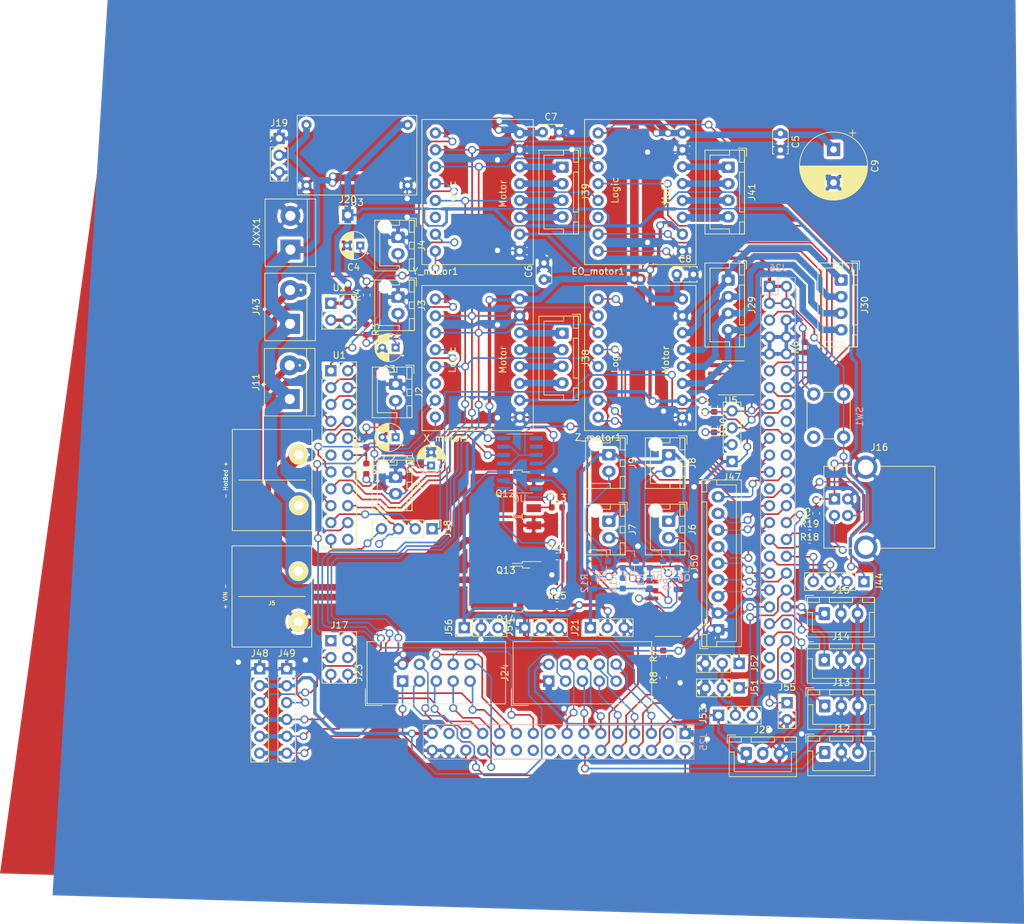
<source format=kicad_pcb>
(kicad_pcb (version 20171130) (host pcbnew "(5.1.2)-2")
  (layers (0 F.Cu signal) (31 B.Cu signal) (34 B.Paste user) (35 F.Paste user hide) (36 B.SilkS user hide) (37 F.SilkS user) (38 B.Mask user hide) (39 F.Mask user hide) (44 Edge.Cuts user))
  (net 0 "")
  (net 1 GND)
  (net 2 T0)
  (net 3 T1)
  (net 4 TB)
  (net 5 TC)
  (net 6 12V)
  (net 7 5V)
  (net 8 "Net-(J6-Pad2)")
  (net 9 "Net-(J7-Pad2)")
  (net 10 "Net-(J8-Pad2)")
  (net 11 "Net-(J9-Pad2)")
  (net 12 "Net-(J10-Pad2)")
  (net 13 "Net-(J11-Pad2)")
  (net 14 X_Dir)
  (net 15 X_Step)
  (net 16 X_En)
  (net 17 3V3)
  (net 18 MISO)
  (net 19 CLK)
  (net 20 SS2)
  (net 21 SS1)
  (net 22 Y-)
  (net 23 Heater1)
  (net 24 Heater0)
  (net 25 HotBed)
  (net 26 X-)
  (net 27 Y_En)
  (net 28 Y_Step)
  (net 29 Y_Dir)
  (net 30 EN1)
  (net 31 SDSS)
  (net 32 EN2)
  (net 33 MOSI)
  (net 34 SDDET)
  (net 35 Reset)
  (net 36 Abort)
  (net 37 Z_Dir)
  (net 38 Z_Step)
  (net 39 Z_En)
  (net 40 "Net-(J25-Pad29)")
  (net 41 "Net-(J25-Pad22)")
  (net 42 "Net-(J25-Pad20)")
  (net 43 "Net-(J25-Pad18)")
  (net 44 "Net-(J25-Pad17)")
  (net 45 "Net-(J25-Pad16)")
  (net 46 LCD6)
  (net 47 LCD7)
  (net 48 Fan0)
  (net 49 LCD4)
  (net 50 Fan1)
  (net 51 LCD5)
  (net 52 Fan2)
  (net 53 Fan3)
  (net 54 LCDRS)
  (net 55 LCDE)
  (net 56 ENC)
  (net 57 Beeper)
  (net 58 E0_Dir)
  (net 59 E0_Step)
  (net 60 E0_En)
  (net 61 PD11)
  (net 62 Z-)
  (net 63 Z+)
  (net 64 PWM1)
  (net 65 PWM2)
  (net 66 SDIO_D0)
  (net 67 SDIO_D1)
  (net 68 SDIO_DET)
  (net 69 TX)
  (net 70 RX)
  (net 71 USB_DP)
  (net 72 USB_DM)
  (net 73 SDIO_D2)
  (net 74 SDIO_D3)
  (net 75 SDIO_SCK)
  (net 76 SDIO_CMD)
  (net 77 SCL)
  (net 78 SDA)
  (net 79 "Net-(J43-Pad2)")
  (net 80 "Net-(J51-Pad2)")
  (net 81 "Net-(Q12-Pad1)")
  (net 82 "Net-(J16-Pad2)")
  (net 83 "Net-(J16-Pad3)")
  (net 84 X_CS)
  (net 85 Y_CS)
  (net 86 Z_CS)
  (net 87 E0_CS)
  (net 88 LIGHT_DIN)
  (net 89 KEYPAD_PIN)
  (net 90 "Net-(J26-Pad48)")
  (net 91 "Net-(J26-Pad47)")
  (net 92 "Net-(J26-Pad46)")
  (net 93 "Net-(J26-Pad45)")
  (net 94 "Net-(J26-Pad42)")
  (net 95 "Net-(J26-Pad25)")
  (net 96 "Net-(J26-Pad22)")
  (net 97 "Net-(J26-Pad18)")
  (net 98 "Net-(J26-Pad17)")
  (net 99 "Net-(J26-Pad5)")
  (net 100 "Net-(EO_motor1-Pad14)")
  (net 101 "Net-(EO_motor1-Pad13)")
  (net 102 "Net-(EO_motor1-Pad12)")
  (net 103 "Net-(EO_motor1-Pad11)")
  (net 104 "Net-(J29-Pad4)")
  (net 105 "Net-(J29-Pad3)")
  (net 106 "Net-(J29-Pad2)")
  (net 107 "Net-(J29-Pad1)")
  (net 108 "Net-(J38-Pad4)")
  (net 109 "Net-(J38-Pad3)")
  (net 110 "Net-(J38-Pad2)")
  (net 111 "Net-(J38-Pad1)")
  (net 112 "Net-(J39-Pad4)")
  (net 113 "Net-(J39-Pad3)")
  (net 114 "Net-(J39-Pad2)")
  (net 115 "Net-(J39-Pad1)")
  (net 116 "Net-(EO_motor1-Pad6)")
  (net 117 "Net-(X_motor1-Pad6)")
  (net 118 "Net-(Y_motor1-Pad6)")
  (net 119 "Net-(Z_motor1-Pad6)")
  (net 120 "Net-(J17-Pad4)")
  (net 121 "Net-(J17-Pad1)")
  (net 122 "Net-(U1-Pad22)")
  (net 123 PA6)
  (net 124 "Net-(J18-Pad3)")
  (net 125 PC4)
  (net 126 PD6)
  (net 127 "Net-(U1-Pad11)")
  (net 128 "Net-(Q4-Pad1)")
  (net 129 "Net-(Q6-Pad1)")
  (net 130 "Net-(Q7-Pad1)")
  (net 131 "Net-(Q8-Pad1)")
  (net 132 "Net-(Q13-Pad1)")
  (net 133 "Net-(Q14-Pad1)")
  (net 134 Vref)
  (net 135 FANVoltage)
  (module Connector_PinHeader_2.54mm:PinHeader_1x03_P2.54mm_Vertical (layer F.Cu) (at 6 27.2 90)
    (fp_text reference J21 (at 0 -2.33 90) (layer F.SilkS))
    (fp_text value Conn_01x03)
    (pad 3 thru_hole oval (at 0 5.08 90) (size 1.7 1.7) (drill 1) (layers *.Cu *.Mask) (net 1 GND))
    (pad 2 thru_hole oval (at 0 2.54 90) (size 1.7 1.7) (drill 1) (layers *.Cu *.Mask) (net 6 12V))
    (pad 1 thru_hole rect (at 0 0 90) (size 1.7 1.7) (drill 1) (layers *.Cu *.Mask) (net 135 FANVoltage))
  )
  (module Connector_JST:JST_XH_B2B-XH-AM_1x02_P2.50mm_Vertical (layer F.Cu) (at 17.7792 11.1768 270)
    (fp_text reference J6 (at 1.25 -3.55 90) (layer F.SilkS))
    (fp_text value Fan3)
    (pad "" np_thru_hole circle (at -1.6 2 270) (size 1.2 1.2) (drill 1.2) (layers *.Cu *.Mask))
    (pad 2 thru_hole oval (at 2.5 0 270) (size 1.7 2) (drill 1) (layers *.Cu *.Mask) (net 8 "Net-(J6-Pad2)"))
    (pad 1 thru_hole roundrect (at 0 0 270) (size 1.7 2) (drill 1) (layers *.Cu *.Mask) (roundrect_rratio 0.147059) (net 135 FANVoltage))
  )
  (module Connector_JST:JST_XH_B2B-XH-AM_1x02_P2.50mm_Vertical (layer F.Cu) (at 8.7792 11.1768 270)
    (fp_text reference J7 (at 1.25 -3.55 90) (layer F.SilkS))
    (fp_text value Fan2)
    (pad "" np_thru_hole circle (at -1.6 2 270) (size 1.2 1.2) (drill 1.2) (layers *.Cu *.Mask))
    (pad 2 thru_hole oval (at 2.5 0 270) (size 1.7 2) (drill 1) (layers *.Cu *.Mask) (net 9 "Net-(J7-Pad2)"))
    (pad 1 thru_hole roundrect (at 0 0 270) (size 1.7 2) (drill 1) (layers *.Cu *.Mask) (roundrect_rratio 0.147059) (net 135 FANVoltage))
  )
  (module Connector_JST:JST_XH_B2B-XH-AM_1x02_P2.50mm_Vertical (layer F.Cu) (at 17.7792 1.1768 270)
    (fp_text reference J8 (at 1.25 -3.55 90) (layer F.SilkS))
    (fp_text value Fan1)
    (pad "" np_thru_hole circle (at -1.6 2 270) (size 1.2 1.2) (drill 1.2) (layers *.Cu *.Mask))
    (pad 2 thru_hole oval (at 2.5 0 270) (size 1.7 2) (drill 1) (layers *.Cu *.Mask) (net 10 "Net-(J8-Pad2)"))
    (pad 1 thru_hole roundrect (at 0 0 270) (size 1.7 2) (drill 1) (layers *.Cu *.Mask) (roundrect_rratio 0.147059) (net 135 FANVoltage))
  )
  (module Connector_JST:JST_XH_B2B-XH-AM_1x02_P2.50mm_Vertical (layer F.Cu) (at 8.7792 1.1768 270)
    (fp_text reference J9 (at 1.25 -3.55 90) (layer F.SilkS))
    (fp_text value Fan0)
    (pad "" np_thru_hole circle (at -1.6 2 270) (size 1.2 1.2) (drill 1.2) (layers *.Cu *.Mask))
    (pad 2 thru_hole oval (at 2.5 0 270) (size 1.7 2) (drill 1) (layers *.Cu *.Mask) (net 11 "Net-(J9-Pad2)"))
    (pad 1 thru_hole roundrect (at 0 0 270) (size 1.7 2) (drill 1) (layers *.Cu *.Mask) (roundrect_rratio 0.147059) (net 135 FANVoltage))
  )
  (module Connector_PinHeader_2.54mm:PinHeader_1x04_P2.54mm_Vertical (layer F.Cu) (at 47.184 20.27 270)
    (fp_text reference J44 (at 0 -2.33 90) (layer F.SilkS))
    (fp_text value COM)
    (pad 4 thru_hole oval (at 0 7.62 270) (size 1.7 1.7) (drill 1) (layers *.Cu *.Mask) (net 69 TX))
    (pad 3 thru_hole oval (at 0 5.08 270) (size 1.7 1.7) (drill 1) (layers *.Cu *.Mask) (net 70 RX))
    (pad 2 thru_hole oval (at 0 2.54 270) (size 1.7 1.7) (drill 1) (layers *.Cu *.Mask) (net 1 GND))
    (pad 1 thru_hole rect (at 0 0 270) (size 1.7 1.7) (drill 1) (layers *.Cu *.Mask) (net 17 3V3))
  )
  (module Connector_PinHeader_2.54mm:PinHeader_1x04_P2.54mm_Vertical (layer F.Cu) (at 27.3212 2.1852 180)
    (fp_text reference J47 (at 0 -2.33) (layer F.SilkS))
    (fp_text value I2C)
    (pad 4 thru_hole oval (at 0 7.62 180) (size 1.7 1.7) (drill 1) (layers *.Cu *.Mask) (net 78 SDA))
    (pad 3 thru_hole oval (at 0 5.08 180) (size 1.7 1.7) (drill 1) (layers *.Cu *.Mask) (net 77 SCL))
    (pad 2 thru_hole oval (at 0 2.54 180) (size 1.7 1.7) (drill 1) (layers *.Cu *.Mask) (net 1 GND))
    (pad 1 thru_hole rect (at 0 0 180) (size 1.7 1.7) (drill 1) (layers *.Cu *.Mask) (net 17 3V3))
  )
  (module Connector_PinHeader_2.54mm:PinHeader_1x06_P2.54mm_Vertical (layer F.Cu) (at -43.7988 33.4018)
    (fp_text reference J48 (at 0 -2.33) (layer F.SilkS))
    (fp_text value SPI)
    (pad 6 thru_hole oval (at 0 12.7) (size 1.7 1.7) (drill 1) (layers *.Cu *.Mask) (net 33 MOSI))
    (pad 5 thru_hole oval (at 0 10.16) (size 1.7 1.7) (drill 1) (layers *.Cu *.Mask) (net 18 MISO))
    (pad 4 thru_hole oval (at 0 7.62) (size 1.7 1.7) (drill 1) (layers *.Cu *.Mask) (net 19 CLK))
    (pad 3 thru_hole oval (at 0 5.08) (size 1.7 1.7) (drill 1) (layers *.Cu *.Mask) (net 21 SS1))
    (pad 2 thru_hole oval (at 0 2.54) (size 1.7 1.7) (drill 1) (layers *.Cu *.Mask) (net 17 3V3))
    (pad 1 thru_hole rect (at 0 0) (size 1.7 1.7) (drill 1) (layers *.Cu *.Mask) (net 1 GND))
  )
  (module Connector_PinHeader_2.54mm:PinHeader_1x06_P2.54mm_Vertical (layer F.Cu) (at -39.7348 33.4018)
    (fp_text reference J49 (at 0 -2.33) (layer F.SilkS))
    (fp_text value SPI)
    (pad 6 thru_hole oval (at 0 12.7) (size 1.7 1.7) (drill 1) (layers *.Cu *.Mask) (net 33 MOSI))
    (pad 5 thru_hole oval (at 0 10.16) (size 1.7 1.7) (drill 1) (layers *.Cu *.Mask) (net 18 MISO))
    (pad 4 thru_hole oval (at 0 7.62) (size 1.7 1.7) (drill 1) (layers *.Cu *.Mask) (net 19 CLK))
    (pad 3 thru_hole oval (at 0 5.08) (size 1.7 1.7) (drill 1) (layers *.Cu *.Mask) (net 20 SS2))
    (pad 2 thru_hole oval (at 0 2.54) (size 1.7 1.7) (drill 1) (layers *.Cu *.Mask) (net 17 3V3))
    (pad 1 thru_hole rect (at 0 0) (size 1.7 1.7) (drill 1) (layers *.Cu *.Mask) (net 1 GND))
  )
  (module Connector_PinHeader_2.54mm:PinHeader_1x03_P2.54mm_Vertical (layer F.Cu) (at 28.388 36.272 270)
    (fp_text reference J51 (at 0 -2.33 90) (layer F.SilkS))
    (fp_text value Servo)
    (pad 3 thru_hole oval (at 0 5.08 270) (size 1.7 1.7) (drill 1) (layers *.Cu *.Mask) (net 1 GND))
    (pad 2 thru_hole oval (at 0 2.54 270) (size 1.7 1.7) (drill 1) (layers *.Cu *.Mask) (net 80 "Net-(J51-Pad2)"))
    (pad 1 thru_hole rect (at 0 0 270) (size 1.7 1.7) (drill 1) (layers *.Cu *.Mask) (net 65 PWM2))
  )
  (module Connector_PinHeader_2.54mm:PinHeader_1x03_P2.54mm_Vertical (layer F.Cu) (at 28.388 32.589 270)
    (fp_text reference J52 (at 0 -2.33 90) (layer F.SilkS))
    (fp_text value Servo)
    (pad 3 thru_hole oval (at 0 5.08 270) (size 1.7 1.7) (drill 1) (layers *.Cu *.Mask) (net 1 GND))
    (pad 2 thru_hole oval (at 0 2.54 270) (size 1.7 1.7) (drill 1) (layers *.Cu *.Mask) (net 80 "Net-(J51-Pad2)"))
    (pad 1 thru_hole rect (at 0 0 270) (size 1.7 1.7) (drill 1) (layers *.Cu *.Mask) (net 64 PWM1))
  )
  (module Connector_PinHeader_2.54mm:PinHeader_1x02_P2.54mm_Vertical (layer F.Cu) (at 35.6016 38.5072)
    (fp_text reference J55 (at 0 -2.33) (layer F.SilkS))
    (fp_text value PD11)
    (pad 2 thru_hole oval (at 0 2.54) (size 1.7 1.7) (drill 1) (layers *.Cu *.Mask) (net 1 GND))
    (pad 1 thru_hole rect (at 0 0) (size 1.7 1.7) (drill 1) (layers *.Cu *.Mask) (net 61 PD11))
  )
  (module Package_TO_SOT_SMD:SOT-23 (layer B.Cu) (at 20.0822 17.222)
    (fp_text reference Q6 (at 0 2.5) (layer B.SilkS) (effects (justify mirror)))
    (fp_text value IRLML0030TRPBF)
    (pad 3 smd rect (at 1 0) (size 0.9 0.8) (layers B.Cu B.Paste B.Mask) (net 8 "Net-(J6-Pad2)"))
    (pad 2 smd rect (at -1 -0.95) (size 0.9 0.8) (layers B.Cu B.Paste B.Mask) (net 1 GND))
    (pad 1 smd rect (at -1 0.95) (size 0.9 0.8) (layers B.Cu B.Paste B.Mask) (net 129 "Net-(Q6-Pad1)"))
  )
  (module Package_TO_SOT_SMD:SOT-23 (layer B.Cu) (at 11.878 17.222)
    (fp_text reference Q7 (at 0 2.5) (layer B.SilkS) (effects (justify mirror)))
    (fp_text value IRLML0030TRPBF)
    (pad 3 smd rect (at 1 0) (size 0.9 0.8) (layers B.Cu B.Paste B.Mask) (net 9 "Net-(J7-Pad2)"))
    (pad 2 smd rect (at -1 -0.95) (size 0.9 0.8) (layers B.Cu B.Paste B.Mask) (net 1 GND))
    (pad 1 smd rect (at -1 0.95) (size 0.9 0.8) (layers B.Cu B.Paste B.Mask) (net 130 "Net-(Q7-Pad1)"))
  )
  (module Package_TO_SOT_SMD:SOT-23 (layer B.Cu) (at 7.6362 17.222)
    (fp_text reference Q8 (at 0 2.5) (layer B.SilkS) (effects (justify mirror)))
    (fp_text value IRLML0030TRPBF)
    (pad 3 smd rect (at 1 0) (size 0.9 0.8) (layers B.Cu B.Paste B.Mask) (net 11 "Net-(J9-Pad2)"))
    (pad 2 smd rect (at -1 -0.95) (size 0.9 0.8) (layers B.Cu B.Paste B.Mask) (net 1 GND))
    (pad 1 smd rect (at -1 0.95) (size 0.9 0.8) (layers B.Cu B.Paste B.Mask) (net 131 "Net-(Q8-Pad1)"))
  )
  (module Package_TO_SOT_SMD:TO-252-2 (layer F.Cu) (at -6.7402 6.935 180)
    (fp_text reference Q12 (at 0.1016 -0.1016) (layer F.SilkS))
    (fp_text value IRLR8726PBF)
    (pad 2 smd rect (at 2.1 0 180) (size 6.4 5.8) (layers F.Cu F.Mask) (net 12 "Net-(J10-Pad2)"))
    (pad 3 smd rect (at -4.2 2.28 180) (size 2.2 1.2) (layers F.Cu F.Paste F.Mask) (net 1 GND))
    (pad 1 smd rect (at -4.2 -2.28 180) (size 2.2 1.2) (layers F.Cu F.Paste F.Mask) (net 81 "Net-(Q12-Pad1)"))
  )
  (module Package_TO_SOT_SMD:TO-252-2 (layer F.Cu) (at -6.7402 14.0724 180)
    (fp_text reference Q13 (at 0 -4.5) (layer F.SilkS))
    (fp_text value IRLR8726PBF)
    (pad 2 smd rect (at 2.1 0 180) (size 6.4 5.8) (layers F.Cu F.Mask) (net 13 "Net-(J11-Pad2)"))
    (pad 3 smd rect (at -4.2 2.28 180) (size 2.2 1.2) (layers F.Cu F.Paste F.Mask) (net 1 GND))
    (pad 1 smd rect (at -4.2 -2.28 180) (size 2.2 1.2) (layers F.Cu F.Paste F.Mask) (net 132 "Net-(Q13-Pad1)"))
  )
  (module Package_SO:SOIC-8_3.9x4.9mm_P1.27mm (layer F.Cu) (at 27.1688 -10.4132 180)
    (fp_text reference U5 (at 0 -3.4) (layer F.SilkS))
    (fp_text value AT24CS01-SSHM)
    (pad 8 smd roundrect (at 2.475 -1.905 180) (size 1.95 0.6) (layers F.Cu F.Paste F.Mask) (net 17 3V3))
    (pad 7 smd roundrect (at 2.475 -0.635 180) (size 1.95 0.6) (layers F.Cu F.Paste F.Mask) (net 1 GND))
    (pad 6 smd roundrect (at 2.475 0.635 180) (size 1.95 0.6) (layers F.Cu F.Paste F.Mask) (net 77 SCL))
    (pad 5 smd roundrect (at 2.475 1.905 180) (size 1.95 0.6) (layers F.Cu F.Paste F.Mask) (net 78 SDA))
    (pad 4 smd roundrect (at -2.475 1.905 180) (size 1.95 0.6) (layers F.Cu F.Paste F.Mask) (net 1 GND))
    (pad 3 smd roundrect (at -2.475 0.635 180) (size 1.95 0.6) (layers F.Cu F.Paste F.Mask) (net 1 GND))
    (pad 2 smd roundrect (at -2.475 -0.635 180) (size 1.95 0.6) (layers F.Cu F.Paste F.Mask) (net 1 GND))
    (pad 1 smd roundrect (at -2.475 -1.905 180) (size 1.95 0.6) (layers F.Cu F.Paste F.Mask) (net 1 GND))
  )
  (module Connector_JST:JST_XH_B2B-XH-AM_1x02_P2.50mm_Vertical (layer F.Cu) (at -23.3358 4.5402 270)
    (fp_text reference J1 (at 1.25 -3.55 90) (layer F.SilkS))
    (fp_text value T0)
    (pad "" np_thru_hole circle (at -1.6 2 270) (size 1.2 1.2) (drill 1.2) (layers *.Cu *.Mask))
    (pad 2 thru_hole oval (at 2.5 0 270) (size 1.7 2) (drill 1) (layers *.Cu *.Mask) (net 2 T0))
    (pad 1 thru_hole roundrect (at 0 0 270) (size 1.7 2) (drill 1) (layers *.Cu *.Mask) (roundrect_rratio 0.147059) (net 1 GND))
  )
  (module Connector_JST:JST_XH_B2B-XH-AM_1x02_P2.50mm_Vertical (layer F.Cu) (at -23.3358 -9.4598 270)
    (fp_text reference J2 (at 1.25 -3.55 90) (layer F.SilkS))
    (fp_text value T1)
    (pad "" np_thru_hole circle (at -1.6 2 270) (size 1.2 1.2) (drill 1.2) (layers *.Cu *.Mask))
    (pad 2 thru_hole oval (at 2.5 0 270) (size 1.7 2) (drill 1) (layers *.Cu *.Mask) (net 3 T1))
    (pad 1 thru_hole roundrect (at 0 0 270) (size 1.7 2) (drill 1) (layers *.Cu *.Mask) (roundrect_rratio 0.147059) (net 1 GND))
  )
  (module Connector_JST:JST_XH_B2B-XH-AM_1x02_P2.50mm_Vertical (layer F.Cu) (at -22.9708 -22.5798 270)
    (fp_text reference J3 (at 1.25 -3.55 90) (layer F.SilkS))
    (fp_text value TB)
    (pad "" np_thru_hole circle (at -1.6 2 270) (size 1.2 1.2) (drill 1.2) (layers *.Cu *.Mask))
    (pad 2 thru_hole oval (at 2.5 0 270) (size 1.7 2) (drill 1) (layers *.Cu *.Mask) (net 4 TB))
    (pad 1 thru_hole roundrect (at 0 0 270) (size 1.7 2) (drill 1) (layers *.Cu *.Mask) (roundrect_rratio 0.147059) (net 1 GND))
  )
  (module Connector_JST:JST_XH_B2B-XH-AM_1x02_P2.50mm_Vertical (layer F.Cu) (at -22.9708 -31.5798 270)
    (fp_text reference J4 (at 1.25 -3.55 90) (layer F.SilkS))
    (fp_text value TC)
    (pad "" np_thru_hole circle (at -1.6 2 270) (size 1.2 1.2) (drill 1.2) (layers *.Cu *.Mask))
    (pad 2 thru_hole oval (at 2.5 0 270) (size 1.7 2) (drill 1) (layers *.Cu *.Mask) (net 5 TC))
    (pad 1 thru_hole roundrect (at 0 0 270) (size 1.7 2) (drill 1) (layers *.Cu *.Mask) (roundrect_rratio 0.147059) (net 1 GND))
  )
  (module Connector_PinSocket_2.54mm:PinSocket_2x16_P2.54mm_Vertical (layer B.Cu) (at 20.26 43.13 90)
    (fp_text reference J25 (at -1.27 2.77 90) (layer B.SilkS) (effects (justify mirror)))
    (fp_text value Bottom)
    (pad 32 thru_hole oval (at -2.54 -38.1 90) (size 1.7 1.7) (drill 1) (layers *.Cu *.Mask) (net 1 GND))
    (pad 31 thru_hole oval (at 0 -38.1 90) (size 1.7 1.7) (drill 1) (layers *.Cu *.Mask) (net 17 3V3))
    (pad 30 thru_hole oval (at -2.54 -35.56 90) (size 1.7 1.7) (drill 1) (layers *.Cu *.Mask) (net 1 GND))
    (pad 29 thru_hole oval (at 0 -35.56 90) (size 1.7 1.7) (drill 1) (layers *.Cu *.Mask) (net 40 "Net-(J25-Pad29)"))
    (pad 28 thru_hole oval (at -2.54 -33.02 90) (size 1.7 1.7) (drill 1) (layers *.Cu *.Mask) (net 36 Abort))
    (pad 27 thru_hole oval (at 0 -33.02 90) (size 1.7 1.7) (drill 1) (layers *.Cu *.Mask) (net 34 SDDET))
    (pad 26 thru_hole oval (at -2.54 -30.48 90) (size 1.7 1.7) (drill 1) (layers *.Cu *.Mask) (net 18 MISO))
    (pad 25 thru_hole oval (at 0 -30.48 90) (size 1.7 1.7) (drill 1) (layers *.Cu *.Mask) (net 33 MOSI))
    (pad 24 thru_hole oval (at -2.54 -27.94 90) (size 1.7 1.7) (drill 1) (layers *.Cu *.Mask) (net 31 SDSS))
    (pad 23 thru_hole oval (at 0 -27.94 90) (size 1.7 1.7) (drill 1) (layers *.Cu *.Mask) (net 19 CLK))
    (pad 22 thru_hole oval (at -2.54 -25.4 90) (size 1.7 1.7) (drill 1) (layers *.Cu *.Mask) (net 41 "Net-(J25-Pad22)"))
    (pad 21 thru_hole oval (at 0 -25.4 90) (size 1.7 1.7) (drill 1) (layers *.Cu *.Mask) (net 32 EN2))
    (pad 20 thru_hole oval (at -2.54 -22.86 90) (size 1.7 1.7) (drill 1) (layers *.Cu *.Mask) (net 42 "Net-(J25-Pad20)"))
    (pad 19 thru_hole oval (at 0 -22.86 90) (size 1.7 1.7) (drill 1) (layers *.Cu *.Mask) (net 30 EN1))
    (pad 18 thru_hole oval (at -2.54 -20.32 90) (size 1.7 1.7) (drill 1) (layers *.Cu *.Mask) (net 43 "Net-(J25-Pad18)"))
    (pad 17 thru_hole oval (at 0 -20.32 90) (size 1.7 1.7) (drill 1) (layers *.Cu *.Mask) (net 44 "Net-(J25-Pad17)"))
    (pad 16 thru_hole oval (at -2.54 -17.78 90) (size 1.7 1.7) (drill 1) (layers *.Cu *.Mask) (net 45 "Net-(J25-Pad16)"))
    (pad 15 thru_hole oval (at 0 -17.78 90) (size 1.7 1.7) (drill 1) (layers *.Cu *.Mask) (net 49 LCD4))
    (pad 14 thru_hole oval (at -2.54 -15.24 90) (size 1.7 1.7) (drill 1) (layers *.Cu *.Mask) (net 26 X-))
    (pad 13 thru_hole oval (at 0 -15.24 90) (size 1.7 1.7) (drill 1) (layers *.Cu *.Mask) (net 54 LCDRS))
    (pad 12 thru_hole oval (at -2.54 -12.7 90) (size 1.7 1.7) (drill 1) (layers *.Cu *.Mask) (net 53 Fan3))
    (pad 11 thru_hole oval (at 0 -12.7 90) (size 1.7 1.7) (drill 1) (layers *.Cu *.Mask) (net 51 LCD5))
    (pad 10 thru_hole oval (at -2.54 -10.16 90) (size 1.7 1.7) (drill 1) (layers *.Cu *.Mask) (net 52 Fan2))
    (pad 9 thru_hole oval (at 0 -10.16 90) (size 1.7 1.7) (drill 1) (layers *.Cu *.Mask) (net 55 LCDE))
    (pad 8 thru_hole oval (at -2.54 -7.62 90) (size 1.7 1.7) (drill 1) (layers *.Cu *.Mask) (net 48 Fan0))
    (pad 7 thru_hole oval (at 0 -7.62 90) (size 1.7 1.7) (drill 1) (layers *.Cu *.Mask) (net 46 LCD6))
    (pad 6 thru_hole oval (at -2.54 -5.08 90) (size 1.7 1.7) (drill 1) (layers *.Cu *.Mask) (net 50 Fan1))
    (pad 5 thru_hole oval (at 0 -5.08 90) (size 1.7 1.7) (drill 1) (layers *.Cu *.Mask) (net 47 LCD7))
    (pad 4 thru_hole oval (at -2.54 -2.54 90) (size 1.7 1.7) (drill 1) (layers *.Cu *.Mask) (net 56 ENC))
    (pad 3 thru_hole oval (at 0 -2.54 90) (size 1.7 1.7) (drill 1) (layers *.Cu *.Mask) (net 57 Beeper))
    (pad 2 thru_hole oval (at -2.54 0 90) (size 1.7 1.7) (drill 1) (layers *.Cu *.Mask) (net 35 Reset))
    (pad 1 thru_hole rect (at 0 0 90) (size 1.7 1.7) (drill 1) (layers *.Cu *.Mask) (net 1 GND))
  )
  (module Connector_PinSocket_2.54mm:PinSocket_2x24_P2.54mm_Vertical (layer B.Cu) (at 32.96 -24.18 180)
    (fp_text reference J26 (at -1.27 2.77) (layer B.SilkS) (effects (justify mirror)))
    (fp_text value Right)
    (pad 48 thru_hole oval (at -2.54 -58.42 180) (size 1.7 1.7) (drill 1) (layers *.Cu *.Mask) (net 90 "Net-(J26-Pad48)"))
    (pad 47 thru_hole oval (at 0 -58.42 180) (size 1.7 1.7) (drill 1) (layers *.Cu *.Mask) (net 91 "Net-(J26-Pad47)"))
    (pad 46 thru_hole oval (at -2.54 -55.88 180) (size 1.7 1.7) (drill 1) (layers *.Cu *.Mask) (net 92 "Net-(J26-Pad46)"))
    (pad 45 thru_hole oval (at 0 -55.88 180) (size 1.7 1.7) (drill 1) (layers *.Cu *.Mask) (net 93 "Net-(J26-Pad45)"))
    (pad 44 thru_hole oval (at -2.54 -53.34 180) (size 1.7 1.7) (drill 1) (layers *.Cu *.Mask) (net 61 PD11))
    (pad 43 thru_hole oval (at 0 -53.34 180) (size 1.7 1.7) (drill 1) (layers *.Cu *.Mask) (net 22 Y-))
    (pad 42 thru_hole oval (at -2.54 -50.8 180) (size 1.7 1.7) (drill 1) (layers *.Cu *.Mask) (net 94 "Net-(J26-Pad42)"))
    (pad 41 thru_hole oval (at 0 -50.8 180) (size 1.7 1.7) (drill 1) (layers *.Cu *.Mask) (net 62 Z-))
    (pad 40 thru_hole oval (at -2.54 -48.26 180) (size 1.7 1.7) (drill 1) (layers *.Cu *.Mask) (net 63 Z+))
    (pad 39 thru_hole oval (at 0 -48.26 180) (size 1.7 1.7) (drill 1) (layers *.Cu *.Mask) (net 64 PWM1))
    (pad 38 thru_hole oval (at -2.54 -45.72 180) (size 1.7 1.7) (drill 1) (layers *.Cu *.Mask) (net 65 PWM2))
    (pad 37 thru_hole oval (at 0 -45.72 180) (size 1.7 1.7) (drill 1) (layers *.Cu *.Mask) (net 66 SDIO_D0))
    (pad 36 thru_hole oval (at -2.54 -43.18 180) (size 1.7 1.7) (drill 1) (layers *.Cu *.Mask) (net 67 SDIO_D1))
    (pad 35 thru_hole oval (at 0 -43.18 180) (size 1.7 1.7) (drill 1) (layers *.Cu *.Mask) (net 68 SDIO_DET))
    (pad 34 thru_hole oval (at -2.54 -40.64 180) (size 1.7 1.7) (drill 1) (layers *.Cu *.Mask) (net 69 TX))
    (pad 33 thru_hole oval (at 0 -40.64 180) (size 1.7 1.7) (drill 1) (layers *.Cu *.Mask) (net 70 RX))
    (pad 32 thru_hole oval (at -2.54 -38.1 180) (size 1.7 1.7) (drill 1) (layers *.Cu *.Mask) (net 71 USB_DP))
    (pad 31 thru_hole oval (at 0 -38.1 180) (size 1.7 1.7) (drill 1) (layers *.Cu *.Mask) (net 72 USB_DM))
    (pad 30 thru_hole oval (at -2.54 -35.56 180) (size 1.7 1.7) (drill 1) (layers *.Cu *.Mask) (net 88 LIGHT_DIN))
    (pad 29 thru_hole oval (at 0 -35.56 180) (size 1.7 1.7) (drill 1) (layers *.Cu *.Mask) (net 73 SDIO_D2))
    (pad 28 thru_hole oval (at -2.54 -33.02 180) (size 1.7 1.7) (drill 1) (layers *.Cu *.Mask) (net 74 SDIO_D3))
    (pad 27 thru_hole oval (at 0 -33.02 180) (size 1.7 1.7) (drill 1) (layers *.Cu *.Mask) (net 75 SDIO_SCK))
    (pad 26 thru_hole oval (at -2.54 -30.48 180) (size 1.7 1.7) (drill 1) (layers *.Cu *.Mask) (net 37 Z_Dir))
    (pad 25 thru_hole oval (at 0 -30.48 180) (size 1.7 1.7) (drill 1) (layers *.Cu *.Mask) (net 95 "Net-(J26-Pad25)"))
    (pad 24 thru_hole oval (at -2.54 -27.94 180) (size 1.7 1.7) (drill 1) (layers *.Cu *.Mask) (net 76 SDIO_CMD))
    (pad 23 thru_hole oval (at 0 -27.94 180) (size 1.7 1.7) (drill 1) (layers *.Cu *.Mask) (net 38 Z_Step))
    (pad 22 thru_hole oval (at -2.54 -25.4 180) (size 1.7 1.7) (drill 1) (layers *.Cu *.Mask) (net 96 "Net-(J26-Pad22)"))
    (pad 21 thru_hole oval (at 0 -25.4 180) (size 1.7 1.7) (drill 1) (layers *.Cu *.Mask) (net 86 Z_CS))
    (pad 20 thru_hole oval (at -2.54 -22.86 180) (size 1.7 1.7) (drill 1) (layers *.Cu *.Mask) (net 126 PD6))
    (pad 19 thru_hole oval (at 0 -22.86 180) (size 1.7 1.7) (drill 1) (layers *.Cu *.Mask) (net 39 Z_En))
    (pad 18 thru_hole oval (at -2.54 -20.32 180) (size 1.7 1.7) (drill 1) (layers *.Cu *.Mask) (net 97 "Net-(J26-Pad18)"))
    (pad 17 thru_hole oval (at 0 -20.32 180) (size 1.7 1.7) (drill 1) (layers *.Cu *.Mask) (net 98 "Net-(J26-Pad17)"))
    (pad 16 thru_hole oval (at -2.54 -17.78 180) (size 1.7 1.7) (drill 1) (layers *.Cu *.Mask) (net 77 SCL))
    (pad 15 thru_hole oval (at 0 -17.78 180) (size 1.7 1.7) (drill 1) (layers *.Cu *.Mask) (net 78 SDA))
    (pad 14 thru_hole oval (at -2.54 -15.24 180) (size 1.7 1.7) (drill 1) (layers *.Cu *.Mask) (net 87 E0_CS))
    (pad 13 thru_hole oval (at 0 -15.24 180) (size 1.7 1.7) (drill 1) (layers *.Cu *.Mask) (net 60 E0_En))
    (pad 12 thru_hole oval (at -2.54 -12.7 180) (size 1.7 1.7) (drill 1) (layers *.Cu *.Mask) (net 59 E0_Step))
    (pad 11 thru_hole oval (at 0 -12.7 180) (size 1.7 1.7) (drill 1) (layers *.Cu *.Mask) (net 58 E0_Dir))
    (pad 10 thru_hole oval (at -2.54 -10.16 180) (size 1.7 1.7) (drill 1) (layers *.Cu *.Mask) (net 1 GND))
    (pad 9 thru_hole oval (at 0 -10.16 180) (size 1.7 1.7) (drill 1) (layers *.Cu *.Mask) (net 1 GND))
    (pad 8 thru_hole oval (at -2.54 -7.62 180) (size 1.7 1.7) (drill 1) (layers *.Cu *.Mask) (net 1 GND))
    (pad 7 thru_hole oval (at 0 -7.62 180) (size 1.7 1.7) (drill 1) (layers *.Cu *.Mask) (net 1 GND))
    (pad 6 thru_hole oval (at -2.54 -5.08 180) (size 1.7 1.7) (drill 1) (layers *.Cu *.Mask) (net 1 GND))
    (pad 5 thru_hole oval (at 0 -5.08 180) (size 1.7 1.7) (drill 1) (layers *.Cu *.Mask) (net 99 "Net-(J26-Pad5)"))
    (pad 4 thru_hole oval (at -2.54 -2.54 180) (size 1.7 1.7) (drill 1) (layers *.Cu *.Mask) (net 17 3V3))
    (pad 3 thru_hole oval (at 0 -2.54 180) (size 1.7 1.7) (drill 1) (layers *.Cu *.Mask) (net 17 3V3))
    (pad 2 thru_hole oval (at -2.54 0 180) (size 1.7 1.7) (drill 1) (layers *.Cu *.Mask) (net 17 3V3))
    (pad 1 thru_hole rect (at 0 0 180) (size 1.7 1.7) (drill 1) (layers *.Cu *.Mask) (net 17 3V3))
  )
  (module Connector_JST:JST_XH_B4B-XH-A_1x04_P2.50mm_Vertical (layer F.Cu) (at 43.745 -25.1348 270)
    (fp_text reference J30 (at 3.75 -3.55 90) (layer F.SilkS))
    (fp_text value Z)
    (pad 4 thru_hole oval (at 7.5 0 270) (size 1.7 1.95) (drill 0.95) (layers *.Cu *.Mask) (net 104 "Net-(J29-Pad4)"))
    (pad 3 thru_hole oval (at 5 0 270) (size 1.7 1.95) (drill 0.95) (layers *.Cu *.Mask) (net 105 "Net-(J29-Pad3)"))
    (pad 2 thru_hole oval (at 2.5 0 270) (size 1.7 1.95) (drill 0.95) (layers *.Cu *.Mask) (net 106 "Net-(J29-Pad2)"))
    (pad 1 thru_hole roundrect (at 0 0 270) (size 1.7 1.95) (drill 0.95) (layers *.Cu *.Mask) (roundrect_rratio 0.147059) (net 107 "Net-(J29-Pad1)"))
  )
  (module Resistor_SMD:R_0603_1608Metric (layer F.Cu) (at -27.746 3.2775 270)
    (fp_text reference R1 (at 0 -1.43 90) (layer F.SilkS))
    (fp_text value 4K7)
    (pad 2 smd roundrect (at 0.7875 0 270) (size 0.875 0.95) (layers F.Cu F.Paste F.Mask) (net 2 T0))
    (pad 1 smd roundrect (at -0.7875 0 270) (size 0.875 0.95) (layers F.Cu F.Paste F.Mask) (net 17 3V3))
  )
  (module Resistor_SMD:R_0603_1608Metric (layer F.Cu) (at -27.746 -0.7867 90)
    (fp_text reference R2 (at 0 -1.43 90) (layer F.SilkS))
    (fp_text value 4K7)
    (pad 2 smd roundrect (at 0.7875 0 90) (size 0.875 0.95) (layers F.Cu F.Paste F.Mask) (net 3 T1))
    (pad 1 smd roundrect (at -0.7875 0 90) (size 0.875 0.95) (layers F.Cu F.Paste F.Mask) (net 17 3V3))
  )
  (module Resistor_SMD:R_0603_1608Metric (layer F.Cu) (at -27.746 -17.6776 270)
    (fp_text reference R3 (at 0 -1.43 90) (layer F.SilkS))
    (fp_text value 4K7)
    (pad 2 smd roundrect (at 0.7875 0 270) (size 0.875 0.95) (layers F.Cu F.Paste F.Mask) (net 4 TB))
    (pad 1 smd roundrect (at -0.7875 0 270) (size 0.875 0.95) (layers F.Cu F.Paste F.Mask) (net 17 3V3))
  )
  (module Resistor_SMD:R_0603_1608Metric (layer F.Cu) (at -27.6952 -22.8847 90)
    (fp_text reference R4 (at 0 -1.43 90) (layer F.SilkS))
    (fp_text value 4K7)
    (pad 2 smd roundrect (at 0.7875 0 90) (size 0.875 0.95) (layers F.Cu F.Paste F.Mask) (net 5 TC))
    (pad 1 smd roundrect (at -0.7875 0 90) (size 0.875 0.95) (layers F.Cu F.Paste F.Mask) (net 17 3V3))
  )
  (module Resistor_SMD:R_0603_1608Metric (layer F.Cu) (at 40 10 90)
    (fp_text reference R5 (at 0 -1.43 90) (layer F.SilkS))
    (fp_text value 1,5k)
    (pad 2 smd roundrect (at 0.7875 0 90) (size 0.875 0.95) (layers F.Cu F.Paste F.Mask) (net 7 5V))
    (pad 1 smd roundrect (at -0.7875 0 90) (size 0.875 0.95) (layers F.Cu F.Paste F.Mask) (net 83 "Net-(J16-Pad3)"))
  )
  (module Resistor_SMD:R_0603_1608Metric (layer F.Cu) (at 24.6288 -2.9964 270)
    (fp_text reference R20 (at 0 -1.43 90) (layer F.SilkS))
    (fp_text value 4K7)
    (pad 2 smd roundrect (at 0.7875 0 270) (size 0.875 0.95) (layers F.Cu F.Paste F.Mask) (net 77 SCL))
    (pad 1 smd roundrect (at -0.7875 0 270) (size 0.875 0.95) (layers F.Cu F.Paste F.Mask) (net 17 3V3))
  )
  (module Resistor_SMD:R_0603_1608Metric (layer F.Cu) (at 24.6288 -6.0699 90)
    (fp_text reference R21 (at 0 -1.43 90) (layer F.SilkS))
    (fp_text value 4K7)
    (pad 2 smd roundrect (at 0.7875 0 90) (size 0.875 0.95) (layers F.Cu F.Paste F.Mask) (net 17 3V3))
    (pad 1 smd roundrect (at -0.7875 0 90) (size 0.875 0.95) (layers F.Cu F.Paste F.Mask) (net 78 SDA))
  )
  (module Connector_JST:JST_XH_B3B-XH-A_1x03_P2.50mm_Vertical (layer F.Cu) (at 41.215 32.081)
    (fp_text reference J14 (at 2.5 -3.55) (layer F.SilkS))
    (fp_text value Z-)
    (pad 3 thru_hole oval (at 5 0) (size 1.7 1.95) (drill 0.95) (layers *.Cu *.Mask) (net 7 5V))
    (pad 2 thru_hole oval (at 2.5 0) (size 1.7 1.95) (drill 0.95) (layers *.Cu *.Mask) (net 1 GND))
    (pad 1 thru_hole roundrect (at 0 0) (size 1.7 1.95) (drill 0.95) (layers *.Cu *.Mask) (roundrect_rratio 0.147059) (net 62 Z-))
  )
  (module Connector_JST:JST_XH_B4B-XH-A_1x04_P2.50mm_Vertical (layer F.Cu) (at 26.745 -42.1348 270)
    (fp_text reference J41 (at 3.75 -3.55 90) (layer F.SilkS))
    (fp_text value E0)
    (pad 4 thru_hole oval (at 7.5 0 270) (size 1.7 1.95) (drill 0.95) (layers *.Cu *.Mask) (net 103 "Net-(EO_motor1-Pad11)"))
    (pad 3 thru_hole oval (at 5 0 270) (size 1.7 1.95) (drill 0.95) (layers *.Cu *.Mask) (net 102 "Net-(EO_motor1-Pad12)"))
    (pad 2 thru_hole oval (at 2.5 0 270) (size 1.7 1.95) (drill 0.95) (layers *.Cu *.Mask) (net 101 "Net-(EO_motor1-Pad13)"))
    (pad 1 thru_hole roundrect (at 0 0 270) (size 1.7 1.95) (drill 0.95) (layers *.Cu *.Mask) (roundrect_rratio 0.147059) (net 100 "Net-(EO_motor1-Pad14)"))
  )
  (module Connector_JST:JST_XH_B3B-XH-A_1x03_P2.50mm_Vertical (layer F.Cu) (at 41.2785 39.0025)
    (fp_text reference J13 (at 2.5 -3.55) (layer F.SilkS))
    (fp_text value Y-)
    (pad 3 thru_hole oval (at 5 0) (size 1.7 1.95) (drill 0.95) (layers *.Cu *.Mask) (net 7 5V))
    (pad 2 thru_hole oval (at 2.5 0) (size 1.7 1.95) (drill 0.95) (layers *.Cu *.Mask) (net 1 GND))
    (pad 1 thru_hole roundrect (at 0 0) (size 1.7 1.95) (drill 0.95) (layers *.Cu *.Mask) (roundrect_rratio 0.147059) (net 22 Y-))
  )
  (module Connector_JST:JST_XH_B3B-XH-A_1x03_P2.50mm_Vertical (layer F.Cu) (at 41.2785 45.9875)
    (fp_text reference J12 (at 2.5 -3.55) (layer F.SilkS))
    (fp_text value X-)
    (pad 3 thru_hole oval (at 5 0) (size 1.7 1.95) (drill 0.95) (layers *.Cu *.Mask) (net 7 5V))
    (pad 2 thru_hole oval (at 2.5 0) (size 1.7 1.95) (drill 0.95) (layers *.Cu *.Mask) (net 1 GND))
    (pad 1 thru_hole roundrect (at 0 0) (size 1.7 1.95) (drill 0.95) (layers *.Cu *.Mask) (roundrect_rratio 0.147059) (net 26 X-))
  )
  (module Connector_JST:JST_XH_B3B-XH-A_1x03_P2.50mm_Vertical (layer F.Cu) (at 41.215 25.096)
    (fp_text reference J15 (at 2.5 -3.55) (layer F.SilkS))
    (fp_text value Z+)
    (pad 3 thru_hole oval (at 5 0) (size 1.7 1.95) (drill 0.95) (layers *.Cu *.Mask) (net 7 5V))
    (pad 2 thru_hole oval (at 2.5 0) (size 1.7 1.95) (drill 0.95) (layers *.Cu *.Mask) (net 1 GND))
    (pad 1 thru_hole roundrect (at 0 0) (size 1.7 1.95) (drill 0.95) (layers *.Cu *.Mask) (roundrect_rratio 0.147059) (net 63 Z+))
  )
  (module Connector_JST:JST_XH_B4B-XH-A_1x04_P2.50mm_Vertical (layer F.Cu) (at 1.745 -17.1348 270)
    (fp_text reference J38 (at 3.75 -3.55 90) (layer F.SilkS))
    (fp_text value X)
    (pad 4 thru_hole oval (at 7.5 0 270) (size 1.7 1.95) (drill 0.95) (layers *.Cu *.Mask) (net 108 "Net-(J38-Pad4)"))
    (pad 3 thru_hole oval (at 5 0 270) (size 1.7 1.95) (drill 0.95) (layers *.Cu *.Mask) (net 109 "Net-(J38-Pad3)"))
    (pad 2 thru_hole oval (at 2.5 0 270) (size 1.7 1.95) (drill 0.95) (layers *.Cu *.Mask) (net 110 "Net-(J38-Pad2)"))
    (pad 1 thru_hole roundrect (at 0 0 270) (size 1.7 1.95) (drill 0.95) (layers *.Cu *.Mask) (roundrect_rratio 0.147059) (net 111 "Net-(J38-Pad1)"))
  )
  (module Connector_JST:JST_XH_B4B-XH-A_1x04_P2.50mm_Vertical (layer F.Cu) (at 1.745 -42.1348 270)
    (fp_text reference J39 (at 3.75 -3.55 90) (layer F.SilkS))
    (fp_text value Y)
    (pad 4 thru_hole oval (at 7.5 0 270) (size 1.7 1.95) (drill 0.95) (layers *.Cu *.Mask) (net 112 "Net-(J39-Pad4)"))
    (pad 3 thru_hole oval (at 5 0 270) (size 1.7 1.95) (drill 0.95) (layers *.Cu *.Mask) (net 113 "Net-(J39-Pad3)"))
    (pad 2 thru_hole oval (at 2.5 0 270) (size 1.7 1.95) (drill 0.95) (layers *.Cu *.Mask) (net 114 "Net-(J39-Pad2)"))
    (pad 1 thru_hole roundrect (at 0 0 270) (size 1.7 1.95) (drill 0.95) (layers *.Cu *.Mask) (roundrect_rratio 0.147059) (net 115 "Net-(J39-Pad1)"))
  )
  (module Package_TO_SOT_SMD:TO-252-2 (layer F.Cu) (at -6.7148 21.4 180)
    (fp_text reference Q14 (at 0 -4.5) (layer F.SilkS))
    (fp_text value IRLR8726PBF)
    (pad 2 smd rect (at 2.1 0 180) (size 6.4 5.8) (layers F.Cu F.Mask) (net 79 "Net-(J43-Pad2)"))
    (pad 3 smd rect (at -4.2 2.28 180) (size 2.2 1.2) (layers F.Cu F.Paste F.Mask) (net 1 GND))
    (pad 1 smd rect (at -4.2 -2.28 180) (size 2.2 1.2) (layers F.Cu F.Paste F.Mask) (net 133 "Net-(Q14-Pad1)"))
  )
  (module Connector_JST:JST_XH_B4B-XH-A_1x04_P2.50mm_Vertical (layer F.Cu) (at 26.745 -25.1348 270)
    (fp_text reference J29 (at 3.75 -3.55 90) (layer F.SilkS))
    (fp_text value Z)
    (pad 4 thru_hole oval (at 7.5 0 270) (size 1.7 1.95) (drill 0.95) (layers *.Cu *.Mask) (net 104 "Net-(J29-Pad4)"))
    (pad 3 thru_hole oval (at 5 0 270) (size 1.7 1.95) (drill 0.95) (layers *.Cu *.Mask) (net 105 "Net-(J29-Pad3)"))
    (pad 2 thru_hole oval (at 2.5 0 270) (size 1.7 1.95) (drill 0.95) (layers *.Cu *.Mask) (net 106 "Net-(J29-Pad2)"))
    (pad 1 thru_hole roundrect (at 0 0 270) (size 1.7 1.95) (drill 0.95) (layers *.Cu *.Mask) (roundrect_rratio 0.147059) (net 107 "Net-(J29-Pad1)"))
  )
  (module Resistor_SMD:R_0603_1608Metric (layer F.Cu) (at 38.25 -15 90)
    (fp_text reference R6 (at 0 -1.43 90) (layer F.SilkS))
    (fp_text value R4.7K)
    (pad 2 smd roundrect (at 0.7875 0 90) (size 0.875 0.95) (layers F.Cu F.Paste F.Mask) (net 99 "Net-(J26-Pad5)"))
    (pad 1 smd roundrect (at -0.7875 0 90) (size 0.875 0.95) (layers F.Cu F.Paste F.Mask) (net 1 GND))
  )
  (module Button_Switch_THT:SW_PUSH_6mm_H5mm (layer F.Cu) (at 44.1148 -7.9724 270)
    (fp_text reference SW1 (at 3.4012 -2.4342 90) (layer B.SilkS) (effects (justify mirror)))
    (fp_text value Boot0)
    (pad 1 thru_hole circle (at 6.5 0) (size 2 2) (drill 1.1) (layers *.Cu *.Mask) (net 17 3V3))
    (pad 2 thru_hole circle (at 6.5 4.5) (size 2 2) (drill 1.1) (layers *.Cu *.Mask) (net 99 "Net-(J26-Pad5)"))
    (pad 1 thru_hole circle (at 0 0) (size 2 2) (drill 1.1) (layers *.Cu *.Mask) (net 17 3V3))
    (pad 2 thru_hole circle (at 0 4.5) (size 2 2) (drill 1.1) (layers *.Cu *.Mask) (net 99 "Net-(J26-Pad5)"))
  )
  (module Connector_JST:JST_XH_B9B-XH-A_1x09_P2.50mm_Vertical (layer F.Cu) (at 25.213 27.509 90)
    (fp_text reference J50 (at 10 -3.55 90) (layer F.SilkS))
    (fp_text value SDIO)
    (pad 1 thru_hole roundrect (at 0 0 90) (size 1.7 1.95) (drill 0.95) (layers *.Cu *.Mask) (roundrect_rratio 0.147059) (net 1 GND))
    (pad 2 thru_hole oval (at 2.5 0 90) (size 1.7 1.95) (drill 0.95) (layers *.Cu *.Mask) (net 17 3V3))
    (pad 3 thru_hole oval (at 5 0 90) (size 1.7 1.95) (drill 0.95) (layers *.Cu *.Mask) (net 66 SDIO_D0))
    (pad 4 thru_hole oval (at 7.5 0 90) (size 1.7 1.95) (drill 0.95) (layers *.Cu *.Mask) (net 67 SDIO_D1))
    (pad 5 thru_hole oval (at 10 0 90) (size 1.7 1.95) (drill 0.95) (layers *.Cu *.Mask) (net 68 SDIO_DET))
    (pad 6 thru_hole oval (at 12.5 0 90) (size 1.7 1.95) (drill 0.95) (layers *.Cu *.Mask) (net 73 SDIO_D2))
    (pad 7 thru_hole oval (at 15 0 90) (size 1.7 1.95) (drill 0.95) (layers *.Cu *.Mask) (net 74 SDIO_D3))
    (pad 8 thru_hole oval (at 17.5 0 90) (size 1.7 1.95) (drill 0.95) (layers *.Cu *.Mask) (net 75 SDIO_SCK))
    (pad 9 thru_hole oval (at 20 0 90) (size 1.7 1.95) (drill 0.95) (layers *.Cu *.Mask) (net 76 SDIO_CMD))
  )
  (module Connector_IDC:IDC-Header_2x05_P2.54mm_Vertical (layer F.Cu) (at -22.285 35.256 90)
    (fp_text reference J23 (at 1.27 -6.604 90) (layer F.SilkS))
    (fp_text value EXP2)
    (pad 10 thru_hole oval (at 2.54 10.16 90) (size 1.7272 1.7272) (drill 1.016) (layers *.Cu *.Mask) (net 18 MISO))
    (pad 9 thru_hole oval (at 0 10.16 90) (size 1.7272 1.7272) (drill 1.016) (layers *.Cu *.Mask) (net 19 CLK))
    (pad 8 thru_hole oval (at 2.54 7.62 90) (size 1.7272 1.7272) (drill 1.016) (layers *.Cu *.Mask) (net 30 EN1))
    (pad 7 thru_hole oval (at 0 7.62 90) (size 1.7272 1.7272) (drill 1.016) (layers *.Cu *.Mask) (net 31 SDSS))
    (pad 6 thru_hole oval (at 2.54 5.08 90) (size 1.7272 1.7272) (drill 1.016) (layers *.Cu *.Mask) (net 32 EN2))
    (pad 5 thru_hole oval (at 0 5.08 90) (size 1.7272 1.7272) (drill 1.016) (layers *.Cu *.Mask) (net 33 MOSI))
    (pad 4 thru_hole oval (at 2.54 2.54 90) (size 1.7272 1.7272) (drill 1.016) (layers *.Cu *.Mask) (net 34 SDDET))
    (pad 3 thru_hole oval (at 0 2.54 90) (size 1.7272 1.7272) (drill 1.016) (layers *.Cu *.Mask) (net 35 Reset))
    (pad 2 thru_hole oval (at 2.54 0 90) (size 1.7272 1.7272) (drill 1.016) (layers *.Cu *.Mask) (net 1 GND))
    (pad 1 thru_hole rect (at 0 0 90) (size 1.7272 1.7272) (drill 1.016) (layers *.Cu *.Mask) (net 36 Abort))
  )
  (module Connector_IDC:IDC-Header_2x05_P2.54mm_Vertical (layer F.Cu) (at -0.285 35.256 90)
    (fp_text reference J24 (at 1.27 -6.604 90) (layer F.SilkS))
    (fp_text value LCD2004)
    (pad 10 thru_hole oval (at 2.54 10.16 90) (size 1.7272 1.7272) (drill 1.016) (layers *.Cu *.Mask) (net 47 LCD7))
    (pad 9 thru_hole oval (at 0 10.16 90) (size 1.7272 1.7272) (drill 1.016) (layers *.Cu *.Mask) (net 89 KEYPAD_PIN))
    (pad 8 thru_hole oval (at 2.54 7.62 90) (size 1.7272 1.7272) (drill 1.016) (layers *.Cu *.Mask) (net 46 LCD6))
    (pad 7 thru_hole oval (at 0 7.62 90) (size 1.7272 1.7272) (drill 1.016) (layers *.Cu *.Mask) (net 55 LCDE))
    (pad 6 thru_hole oval (at 2.54 5.08 90) (size 1.7272 1.7272) (drill 1.016) (layers *.Cu *.Mask) (net 51 LCD5))
    (pad 5 thru_hole oval (at 0 5.08 90) (size 1.7272 1.7272) (drill 1.016) (layers *.Cu *.Mask) (net 54 LCDRS))
    (pad 4 thru_hole oval (at 2.54 2.54 90) (size 1.7272 1.7272) (drill 1.016) (layers *.Cu *.Mask) (net 49 LCD4))
    (pad 3 thru_hole oval (at 0 2.54 90) (size 1.7272 1.7272) (drill 1.016) (layers *.Cu *.Mask) (net 17 3V3))
    (pad 2 thru_hole oval (at 2.54 0 90) (size 1.7272 1.7272) (drill 1.016) (layers *.Cu *.Mask) (net 7 5V))
    (pad 1 thru_hole rect (at 0 0 90) (size 1.7272 1.7272) (drill 1.016) (layers *.Cu *.Mask) (net 1 GND))
  )
  (module Connector_JST:JST_XH_B3B-XH-A_1x03_P2.50mm_Vertical (layer F.Cu) (at 29.4548 46.1272)
    (fp_text reference J28 (at 2.5 -3.55) (layer F.SilkS))
    (fp_text value LIGHTS)
    (pad 3 thru_hole oval (at 5 0) (size 1.7 1.95) (drill 0.95) (layers *.Cu *.Mask) (net 1 GND))
    (pad 2 thru_hole oval (at 2.5 0) (size 1.7 1.95) (drill 0.95) (layers *.Cu *.Mask) (net 88 LIGHT_DIN))
    (pad 1 thru_hole roundrect (at 0 0) (size 1.7 1.95) (drill 0.95) (layers *.Cu *.Mask) (roundrect_rratio 0.147059) (net 7 5V))
  )
  (module Connector_PinHeader_2.54mm:PinHeader_1x03_P2.54mm_Vertical (layer F.Cu) (at 25.2892 40.3868 90)
    (fp_text reference J53 (at 0 -2.33 90) (layer F.SilkS))
    (fp_text value PowerSelect)
    (pad 3 thru_hole oval (at 0 5.08 90) (size 1.7 1.7) (drill 1) (layers *.Cu *.Mask) (net 17 3V3))
    (pad 2 thru_hole oval (at 0 2.54 90) (size 1.7 1.7) (drill 1) (layers *.Cu *.Mask) (net 80 "Net-(J51-Pad2)"))
    (pad 1 thru_hole rect (at 0 0 90) (size 1.7 1.7) (drill 1) (layers *.Cu *.Mask) (net 7 5V))
  )
  (module Resistor_SMD:R_0603_1608Metric (layer F.Cu) (at 39 15)
    (fp_text reference R18 (at 0 -1.43) (layer F.SilkS))
    (fp_text value 22R)
    (pad 2 smd roundrect (at 0.7875 0) (size 0.875 0.95) (layers F.Cu F.Paste F.Mask) (net 82 "Net-(J16-Pad2)"))
    (pad 1 smd roundrect (at -0.7875 0) (size 0.875 0.95) (layers F.Cu F.Paste F.Mask) (net 72 USB_DM))
  )
  (module Resistor_SMD:R_0603_1608Metric (layer F.Cu) (at 39 13)
    (fp_text reference R19 (at 0 -1.43) (layer F.SilkS))
    (fp_text value 22R)
    (pad 2 smd roundrect (at 0.7875 0) (size 0.875 0.95) (layers F.Cu F.Paste F.Mask) (net 83 "Net-(J16-Pad3)"))
    (pad 1 smd roundrect (at -0.7875 0) (size 0.875 0.95) (layers F.Cu F.Paste F.Mask) (net 71 USB_DP))
  )
  (module TerminalBlock:TerminalBlock_bornier-2_P5.08mm (layer F.Cu) (at -39.2776 -7.2128 90)
    (fp_text reference J11 (at 2.54 -5.08 90) (layer F.SilkS))
    (fp_text value Heater0)
    (pad 2 thru_hole circle (at 5.08 0 90) (size 3 3) (drill 1.52) (layers *.Cu *.Mask) (net 13 "Net-(J11-Pad2)"))
    (pad 1 thru_hole rect (at 0 0 90) (size 3 3) (drill 1.52) (layers *.Cu *.Mask) (net 6 12V))
  )
  (module TerminalBlock:TerminalBlock_bornier-2_P5.08mm (layer F.Cu) (at -39.2268 -18.5412 90)
    (fp_text reference J43 (at 2.54 -5.08 90) (layer F.SilkS))
    (fp_text value Heater1)
    (pad 2 thru_hole circle (at 5.08 0 90) (size 3 3) (drill 1.52) (layers *.Cu *.Mask) (net 79 "Net-(J43-Pad2)"))
    (pad 1 thru_hole rect (at 0 0 90) (size 3 3) (drill 1.52) (layers *.Cu *.Mask) (net 6 12V))
  )
  (module TerminalBlock:TerminalBlock_bornier-2_P5.08mm (layer F.Cu) (at -39.176 -29.7172 90)
    (fp_text reference JXXX1 (at 2.54 -5.08 90) (layer F.SilkS))
    (fp_text value ESC_POWER)
    (pad 2 thru_hole circle (at 5.08 0 90) (size 3 3) (drill 1.52) (layers *.Cu *.Mask) (net 1 GND))
    (pad 1 thru_hole rect (at 0 0 90) (size 3 3) (drill 1.52) (layers *.Cu *.Mask) (net 6 12V))
  )
  (module Capacitor_THT:CP_Radial_D4.0mm_P2.00mm (layer F.Cu) (at -23.3358 -1.4598 180)
    (fp_text reference C2 (at 1 -3.25) (layer F.SilkS))
    (fp_text value "10uF 25V")
    (pad 2 thru_hole circle (at 2 0 180) (size 1.2 1.2) (drill 0.6) (layers *.Cu *.Mask) (net 1 GND))
    (pad 1 thru_hole rect (at 0 0 180) (size 1.2 1.2) (drill 0.6) (layers *.Cu *.Mask) (net 3 T1))
  )
  (module Capacitor_THT:CP_Radial_D4.0mm_P2.00mm (layer F.Cu) (at -23.3358 -14.9598 180)
    (fp_text reference C3 (at 1 -3.25) (layer F.SilkS))
    (fp_text value "10uF 25V")
    (pad 2 thru_hole circle (at 2 0 180) (size 1.2 1.2) (drill 0.6) (layers *.Cu *.Mask) (net 1 GND))
    (pad 1 thru_hole rect (at 0 0 180) (size 1.2 1.2) (drill 0.6) (layers *.Cu *.Mask) (net 4 TB))
  )
  (module Capacitor_THT:CP_Radial_D4.0mm_P2.00mm (layer F.Cu) (at -28.6604 -30.3268 180)
    (fp_text reference C4 (at 1 -3.25) (layer F.SilkS))
    (fp_text value "10uF 25V")
    (pad 2 thru_hole circle (at 2 0 180) (size 1.2 1.2) (drill 0.6) (layers *.Cu *.Mask) (net 1 GND))
    (pad 1 thru_hole rect (at 0 0 180) (size 1.2 1.2) (drill 0.6) (layers *.Cu *.Mask) (net 5 TC))
  )
  (module Connector_PinHeader_2.54mm:PinHeader_2x03_P2.54mm_Vertical (layer F.Cu) (at -33.08 29.16)
    (fp_text reference J17 (at 1.27 -2.33) (layer F.SilkS))
    (fp_text value LeftSpi)
    (pad 6 thru_hole oval (at 2.54 5.08) (size 1.7 1.7) (drill 1) (layers *.Cu *.Mask) (net 18 MISO))
    (pad 5 thru_hole oval (at 0 5.08) (size 1.7 1.7) (drill 1) (layers *.Cu *.Mask) (net 19 CLK))
    (pad 4 thru_hole oval (at 2.54 2.54) (size 1.7 1.7) (drill 1) (layers *.Cu *.Mask) (net 120 "Net-(J17-Pad4)"))
    (pad 3 thru_hole oval (at 0 2.54) (size 1.7 1.7) (drill 1) (layers *.Cu *.Mask) (net 20 SS2))
    (pad 2 thru_hole oval (at 2.54 0) (size 1.7 1.7) (drill 1) (layers *.Cu *.Mask) (net 21 SS1))
    (pad 1 thru_hole rect (at 0 0) (size 1.7 1.7) (drill 1) (layers *.Cu *.Mask) (net 121 "Net-(J17-Pad1)"))
  )
  (module Connector_PinHeader_2.54mm:PinHeader_2x11_P2.54mm_Vertical (layer F.Cu) (at -33.08 -11.48)
    (fp_text reference U1 (at 1.27 -2.33) (layer F.SilkS))
    (fp_text value LeftAnalog)
    (pad 22 thru_hole oval (at 2.54 25.4) (size 1.7 1.7) (drill 1) (layers *.Cu *.Mask) (net 122 "Net-(U1-Pad22)"))
    (pad 21 thru_hole oval (at 0 25.4) (size 1.7 1.7) (drill 1) (layers *.Cu *.Mask) (net 125 PC4))
    (pad 20 thru_hole oval (at 2.54 22.86) (size 1.7 1.7) (drill 1) (layers *.Cu *.Mask) (net 89 KEYPAD_PIN))
    (pad 19 thru_hole oval (at 0 22.86) (size 1.7 1.7) (drill 1) (layers *.Cu *.Mask) (net 123 PA6))
    (pad 18 thru_hole oval (at 2.54 20.32) (size 1.7 1.7) (drill 1) (layers *.Cu *.Mask) (net 124 "Net-(J18-Pad3)"))
    (pad 17 thru_hole oval (at 0 20.32) (size 1.7 1.7) (drill 1) (layers *.Cu *.Mask) (net 14 X_Dir))
    (pad 16 thru_hole oval (at 2.54 17.78) (size 1.7 1.7) (drill 1) (layers *.Cu *.Mask) (net 25 HotBed))
    (pad 15 thru_hole oval (at 0 17.78) (size 1.7 1.7) (drill 1) (layers *.Cu *.Mask) (net 24 Heater0))
    (pad 14 thru_hole oval (at 2.54 15.24) (size 1.7 1.7) (drill 1) (layers *.Cu *.Mask) (net 23 Heater1))
    (pad 13 thru_hole oval (at 0 15.24) (size 1.7 1.7) (drill 1) (layers *.Cu *.Mask) (net 15 X_Step))
    (pad 12 thru_hole oval (at 2.54 12.7) (size 1.7 1.7) (drill 1) (layers *.Cu *.Mask) (net 17 3V3))
    (pad 11 thru_hole oval (at 0 12.7) (size 1.7 1.7) (drill 1) (layers *.Cu *.Mask) (net 127 "Net-(U1-Pad11)"))
    (pad 10 thru_hole oval (at 2.54 10.16) (size 1.7 1.7) (drill 1) (layers *.Cu *.Mask) (net 3 T1))
    (pad 9 thru_hole oval (at 0 10.16) (size 1.7 1.7) (drill 1) (layers *.Cu *.Mask) (net 2 T0))
    (pad 8 thru_hole oval (at 2.54 7.62) (size 1.7 1.7) (drill 1) (layers *.Cu *.Mask) (net 5 TC))
    (pad 7 thru_hole oval (at 0 7.62) (size 1.7 1.7) (drill 1) (layers *.Cu *.Mask) (net 4 TB))
    (pad 6 thru_hole oval (at 2.54 5.08) (size 1.7 1.7) (drill 1) (layers *.Cu *.Mask) (net 84 X_CS))
    (pad 5 thru_hole oval (at 0 5.08) (size 1.7 1.7) (drill 1) (layers *.Cu *.Mask) (net 16 X_En))
    (pad 4 thru_hole oval (at 2.54 2.54) (size 1.7 1.7) (drill 1) (layers *.Cu *.Mask) (net 29 Y_Dir))
    (pad 3 thru_hole oval (at 0 2.54) (size 1.7 1.7) (drill 1) (layers *.Cu *.Mask) (net 28 Y_Step))
    (pad 2 thru_hole oval (at 2.54 0) (size 1.7 1.7) (drill 1) (layers *.Cu *.Mask) (net 85 Y_CS))
    (pad 1 thru_hole rect (at 0 0) (size 1.7 1.7) (drill 1) (layers *.Cu *.Mask) (net 27 Y_En))
  )
  (module Connector_PinHeader_2.54mm:PinHeader_2x02_P2.54mm_Vertical (layer F.Cu) (at -33.08 -21.64)
    (fp_text reference U2 (at 1.27 -2.33) (layer F.SilkS))
    (fp_text value Left5V)
    (pad 4 thru_hole oval (at 2.54 2.54) (size 1.7 1.7) (drill 1) (layers *.Cu *.Mask) (net 17 3V3))
    (pad 3 thru_hole oval (at 0 2.54) (size 1.7 1.7) (drill 1) (layers *.Cu *.Mask) (net 17 3V3))
    (pad 2 thru_hole oval (at 2.54 0) (size 1.7 1.7) (drill 1) (layers *.Cu *.Mask) (net 7 5V))
    (pad 1 thru_hole rect (at 0 0) (size 1.7 1.7) (drill 1) (layers *.Cu *.Mask) (net 7 5V))
  )
  (module Package_TO_SOT_SMD:SOT-23 (layer B.Cu) (at 15.942 17.222)
    (fp_text reference Q4 (at 0 2.5) (layer B.SilkS) (effects (justify mirror)))
    (fp_text value IRLML0030TRPBF)
    (pad 3 smd rect (at 1 0) (size 0.9 0.8) (layers B.Cu B.Paste B.Mask) (net 10 "Net-(J8-Pad2)"))
    (pad 2 smd rect (at -1 -0.95) (size 0.9 0.8) (layers B.Cu B.Paste B.Mask) (net 1 GND))
    (pad 1 smd rect (at -1 0.95) (size 0.9 0.8) (layers B.Cu B.Paste B.Mask) (net 128 "Net-(Q4-Pad1)"))
  )
  (module Motor_driver:Motor (layer F.Cu) (at -19.3784 -27.463)
    (fp_text reference Y_motor1 (at 2.032 1.016) (layer F.SilkS))
    (fp_text value Step_stick)
    (fp_text user Motor (at 12.192 -10.668 90) (layer F.SilkS))
    (fp_text user Logic (at 4.572 -10.668 90) (layer F.SilkS))
    (pad 16 thru_hole circle (at 14.732 -19.812) (size 1.7 1.7) (drill 0.9) (layers *.Cu *.Mask) (net 6 12V))
    (pad 15 thru_hole circle (at 14.732 -17.272) (size 1.7 1.7) (drill 0.9) (layers *.Cu *.Mask) (net 1 GND))
    (pad 14 thru_hole circle (at 14.732 -14.732) (size 1.7 1.7) (drill 0.9) (layers *.Cu *.Mask) (net 115 "Net-(J39-Pad1)"))
    (pad 13 thru_hole circle (at 14.732 -12.192) (size 1.7 1.7) (drill 0.9) (layers *.Cu *.Mask) (net 114 "Net-(J39-Pad2)"))
    (pad 12 thru_hole circle (at 14.732 -9.652) (size 1.7 1.7) (drill 0.9) (layers *.Cu *.Mask) (net 113 "Net-(J39-Pad3)"))
    (pad 11 thru_hole circle (at 14.732 -7.112) (size 1.7 1.7) (drill 0.9) (layers *.Cu *.Mask) (net 112 "Net-(J39-Pad4)"))
    (pad 10 thru_hole circle (at 14.732 -4.572) (size 1.7 1.7) (drill 0.9) (layers *.Cu *.Mask) (net 17 3V3))
    (pad 9 thru_hole circle (at 14.732 -2.032) (size 1.7 1.7) (drill 0.9) (layers *.Cu *.Mask) (net 1 GND))
    (pad 8 thru_hole circle (at 2.032 -2.032) (size 1.7 1.7) (drill 0.9) (layers *.Cu *.Mask) (net 29 Y_Dir))
    (pad 7 thru_hole circle (at 2.032 -4.572) (size 1.7 1.7) (drill 0.9) (layers *.Cu *.Mask) (net 28 Y_Step))
    (pad 6 thru_hole circle (at 2.032 -7.112) (size 1.7 1.7) (drill 0.9) (layers *.Cu *.Mask) (net 118 "Net-(Y_motor1-Pad6)"))
    (pad 5 thru_hole circle (at 2.032 -9.652) (size 1.7 1.7) (drill 0.9) (layers *.Cu *.Mask) (net 18 MISO))
    (pad 4 thru_hole circle (at 2.032 -12.192) (size 1.7 1.7) (drill 0.9) (layers *.Cu *.Mask) (net 85 Y_CS))
    (pad 3 thru_hole circle (at 2.032 -14.732) (size 1.7 1.7) (drill 0.9) (layers *.Cu *.Mask) (net 19 CLK))
    (pad 2 thru_hole circle (at 2.032 -17.272) (size 1.7 1.7) (drill 0.9) (layers *.Cu *.Mask) (net 33 MOSI))
    (pad 1 thru_hole circle (at 2.032 -19.812) (size 1.7 1.7) (drill 0.9) (layers *.Cu *.Mask) (net 27 Y_En))
  )
  (module Motor_driver:Motor (layer F.Cu) (at -19.3784 -2.463)
    (fp_text reference X_motor1 (at 3.7338 1.143) (layer F.SilkS))
    (fp_text value Step_stick)
    (fp_text user Motor (at 12.192 -10.668 90) (layer F.SilkS))
    (fp_text user Logic (at 4.572 -10.668 90) (layer F.SilkS))
    (pad 16 thru_hole circle (at 14.732 -19.812) (size 1.7 1.7) (drill 0.9) (layers *.Cu *.Mask) (net 6 12V))
    (pad 15 thru_hole circle (at 14.732 -17.272) (size 1.7 1.7) (drill 0.9) (layers *.Cu *.Mask) (net 1 GND))
    (pad 14 thru_hole circle (at 14.732 -14.732) (size 1.7 1.7) (drill 0.9) (layers *.Cu *.Mask) (net 111 "Net-(J38-Pad1)"))
    (pad 13 thru_hole circle (at 14.732 -12.192) (size 1.7 1.7) (drill 0.9) (layers *.Cu *.Mask) (net 110 "Net-(J38-Pad2)"))
    (pad 12 thru_hole circle (at 14.732 -9.652) (size 1.7 1.7) (drill 0.9) (layers *.Cu *.Mask) (net 109 "Net-(J38-Pad3)"))
    (pad 11 thru_hole circle (at 14.732 -7.112) (size 1.7 1.7) (drill 0.9) (layers *.Cu *.Mask) (net 108 "Net-(J38-Pad4)"))
    (pad 10 thru_hole circle (at 14.732 -4.572) (size 1.7 1.7) (drill 0.9) (layers *.Cu *.Mask) (net 17 3V3))
    (pad 9 thru_hole circle (at 14.732 -2.032) (size 1.7 1.7) (drill 0.9) (layers *.Cu *.Mask) (net 1 GND))
    (pad 8 thru_hole circle (at 2.032 -2.032) (size 1.7 1.7) (drill 0.9) (layers *.Cu *.Mask) (net 14 X_Dir))
    (pad 7 thru_hole circle (at 2.032 -4.572) (size 1.7 1.7) (drill 0.9) (layers *.Cu *.Mask) (net 15 X_Step))
    (pad 6 thru_hole circle (at 2.032 -7.112) (size 1.7 1.7) (drill 0.9) (layers *.Cu *.Mask) (net 117 "Net-(X_motor1-Pad6)"))
    (pad 5 thru_hole circle (at 2.032 -9.652) (size 1.7 1.7) (drill 0.9) (layers *.Cu *.Mask) (net 18 MISO))
    (pad 4 thru_hole circle (at 2.032 -12.192) (size 1.7 1.7) (drill 0.9) (layers *.Cu *.Mask) (net 84 X_CS))
    (pad 3 thru_hole circle (at 2.032 -14.732) (size 1.7 1.7) (drill 0.9) (layers *.Cu *.Mask) (net 19 CLK))
    (pad 2 thru_hole circle (at 2.032 -17.272) (size 1.7 1.7) (drill 0.9) (layers *.Cu *.Mask) (net 33 MOSI))
    (pad 1 thru_hole circle (at 2.032 -19.812) (size 1.7 1.7) (drill 0.9) (layers *.Cu *.Mask) (net 16 X_En))
  )
  (module Connector_PinHeader_2.54mm:PinHeader_1x04_P2.54mm_Vertical (layer F.Cu) (at -17.84 12.3198 270)
    (fp_text reference J18 (at 0 -2.33 90) (layer F.SilkS))
    (fp_text value EXTRAPINS)
    (pad 4 thru_hole oval (at 0 7.62 270) (size 1.7 1.7) (drill 1) (layers *.Cu *.Mask) (net 125 PC4))
    (pad 3 thru_hole oval (at 0 5.08 270) (size 1.7 1.7) (drill 1) (layers *.Cu *.Mask) (net 124 "Net-(J18-Pad3)"))
    (pad 2 thru_hole oval (at 0 2.54 270) (size 1.7 1.7) (drill 1) (layers *.Cu *.Mask) (net 123 PA6))
    (pad 1 thru_hole rect (at 0 0 270) (size 1.7 1.7) (drill 1) (layers *.Cu *.Mask) (net 126 PD6))
  )
  (module Motor_driver:MP2307Buck (layer F.Cu) (at -29.143 -43.9412 180)
    (fp_text reference U3 (at 0 -7.12) (layer F.SilkS))
    (fp_text value BuckConvertor)
    (pad 4 thru_hole circle (at -7.62 -4.542 180) (size 1.524 1.524) (drill 0.762) (layers *.Cu *.Mask) (net 1 GND))
    (pad 3 thru_hole circle (at -7.62 4.572 180) (size 1.524 1.524) (drill 0.762) (layers *.Cu *.Mask) (net 7 5V))
    (pad 2 thru_hole circle (at 7.62 -4.542 180) (size 1.524 1.524) (drill 0.762) (layers *.Cu *.Mask) (net 1 GND))
    (pad 1 thru_hole circle (at 7.62 4.572 180) (size 1.524 1.524) (drill 0.762) (layers *.Cu *.Mask) (net 6 12V))
  )
  (module Connector_PinHeader_2.54mm:PinHeader_1x03_P2.54mm_Vertical (layer F.Cu) (at -3.9 27.2 90)
    (fp_text reference J54 (at 0 -2.33 90) (layer F.SilkS))
    (fp_text value Power)
    (pad 3 thru_hole oval (at 0 5.08 90) (size 1.7 1.7) (drill 1) (layers *.Cu *.Mask) (net 17 3V3))
    (pad 2 thru_hole oval (at 0 2.54 90) (size 1.7 1.7) (drill 1) (layers *.Cu *.Mask) (net 7 5V))
    (pad 1 thru_hole rect (at 0 0 90) (size 1.7 1.7) (drill 1) (layers *.Cu *.Mask) (net 1 GND))
  )
  (module Connector_PinHeader_2.54mm:PinHeader_1x03_P2.54mm_Vertical (layer F.Cu) (at -13 27.2 90)
    (fp_text reference J56 (at 0 -2.33 90) (layer F.SilkS))
    (fp_text value Power)
    (pad 3 thru_hole oval (at 0 5.08 90) (size 1.7 1.7) (drill 1) (layers *.Cu *.Mask) (net 7 5V))
    (pad 2 thru_hole oval (at 0 2.54 90) (size 1.7 1.7) (drill 1) (layers *.Cu *.Mask) (net 1 GND))
    (pad 1 thru_hole rect (at 0 0 90) (size 1.7 1.7) (drill 1) (layers *.Cu *.Mask) (net 6 12V))
  )
  (module Connector_PinHeader_2.54mm:PinHeader_1x03_P2.54mm_Vertical (layer F.Cu) (at -40.8778 -46.4558)
    (fp_text reference J19 (at 0 -2.33) (layer F.SilkS))
    (fp_text value 12Vinput)
    (pad 3 thru_hole oval (at 0 5.08) (size 1.7 1.7) (drill 1) (layers *.Cu *.Mask) (net 1 GND))
    (pad 2 thru_hole oval (at 0 2.54) (size 1.7 1.7) (drill 1) (layers *.Cu *.Mask) (net 6 12V))
    (pad 1 thru_hole rect (at 0 0) (size 1.7 1.7) (drill 1) (layers *.Cu *.Mask) (net 1 GND))
  )
  (module Connector_PinHeader_2.54mm:PinHeader_1x01_P2.54mm_Vertical (layer F.Cu) (at -30.54 -34.9242)
    (fp_text reference J20 (at 0 -2.33) (layer F.SilkS))
    (fp_text value 5VOut)
    (pad 1 thru_hole rect (at 0 0) (size 1.7 1.7) (drill 1) (layers *.Cu *.Mask) (net 7 5V))
  )
  (module Motor_driver:Motor (layer F.Cu) (at 5.1216 -27.463)
    (fp_text reference EO_motor1 (at 2.032 1.016) (layer F.SilkS))
    (fp_text value Step_stick)
    (fp_text user Motor (at 12.192 -11.176 90) (layer F.SilkS))
    (fp_text user Logic (at 4.572 -11.176 270) (layer F.SilkS))
    (pad 16 thru_hole circle (at 14.732 -19.812) (size 1.7 1.7) (drill 0.9) (layers *.Cu *.Mask) (net 6 12V))
    (pad 15 thru_hole circle (at 14.732 -17.272) (size 1.7 1.7) (drill 0.9) (layers *.Cu *.Mask) (net 1 GND))
    (pad 14 thru_hole circle (at 14.732 -14.732) (size 1.7 1.7) (drill 0.9) (layers *.Cu *.Mask) (net 100 "Net-(EO_motor1-Pad14)"))
    (pad 13 thru_hole circle (at 14.732 -12.192) (size 1.7 1.7) (drill 0.9) (layers *.Cu *.Mask) (net 101 "Net-(EO_motor1-Pad13)"))
    (pad 12 thru_hole circle (at 14.732 -9.652) (size 1.7 1.7) (drill 0.9) (layers *.Cu *.Mask) (net 102 "Net-(EO_motor1-Pad12)"))
    (pad 11 thru_hole circle (at 14.732 -7.112) (size 1.7 1.7) (drill 0.9) (layers *.Cu *.Mask) (net 103 "Net-(EO_motor1-Pad11)"))
    (pad 10 thru_hole circle (at 14.732 -4.572) (size 1.7 1.7) (drill 0.9) (layers *.Cu *.Mask) (net 17 3V3))
    (pad 9 thru_hole circle (at 14.732 -2.032) (size 1.7 1.7) (drill 0.9) (layers *.Cu *.Mask) (net 1 GND))
    (pad 8 thru_hole circle (at 2.032 -2.032) (size 1.7 1.7) (drill 0.9) (layers *.Cu *.Mask) (net 58 E0_Dir))
    (pad 7 thru_hole circle (at 2.032 -4.572) (size 1.7 1.7) (drill 0.9) (layers *.Cu *.Mask) (net 59 E0_Step))
    (pad 6 thru_hole circle (at 2.032 -7.112) (size 1.7 1.7) (drill 0.9) (layers *.Cu *.Mask) (net 116 "Net-(EO_motor1-Pad6)"))
    (pad 5 thru_hole circle (at 2.032 -9.652) (size 1.7 1.7) (drill 0.9) (layers *.Cu *.Mask) (net 18 MISO))
    (pad 4 thru_hole circle (at 2.032 -12.192) (size 1.7 1.7) (drill 0.9) (layers *.Cu *.Mask) (net 87 E0_CS))
    (pad 3 thru_hole circle (at 2.032 -14.732) (size 1.7 1.7) (drill 0.9) (layers *.Cu *.Mask) (net 19 CLK))
    (pad 2 thru_hole circle (at 2.032 -17.272) (size 1.7 1.7) (drill 0.9) (layers *.Cu *.Mask) (net 33 MOSI))
    (pad 1 thru_hole circle (at 2.032 -19.812) (size 1.7 1.7) (drill 0.9) (layers *.Cu *.Mask) (net 60 E0_En))
  )
  (module Motor_driver:Motor (layer F.Cu) (at 5.1216 -2.463)
    (fp_text reference Z_motor1 (at 2.032 1.016) (layer F.SilkS))
    (fp_text value Step_stick)
    (fp_text user Motor (at 12.192 -10.668 90) (layer F.SilkS))
    (fp_text user Logic (at 4.572 -10.668 90) (layer F.SilkS))
    (pad 16 thru_hole circle (at 14.732 -19.812) (size 1.7 1.7) (drill 0.9) (layers *.Cu *.Mask) (net 6 12V))
    (pad 15 thru_hole circle (at 14.732 -17.272) (size 1.7 1.7) (drill 0.9) (layers *.Cu *.Mask) (net 1 GND))
    (pad 14 thru_hole circle (at 14.732 -14.732) (size 1.7 1.7) (drill 0.9) (layers *.Cu *.Mask) (net 107 "Net-(J29-Pad1)"))
    (pad 13 thru_hole circle (at 14.732 -12.192) (size 1.7 1.7) (drill 0.9) (layers *.Cu *.Mask) (net 106 "Net-(J29-Pad2)"))
    (pad 12 thru_hole circle (at 14.732 -9.652) (size 1.7 1.7) (drill 0.9) (layers *.Cu *.Mask) (net 105 "Net-(J29-Pad3)"))
    (pad 11 thru_hole circle (at 14.732 -7.112) (size 1.7 1.7) (drill 0.9) (layers *.Cu *.Mask) (net 104 "Net-(J29-Pad4)"))
    (pad 10 thru_hole circle (at 14.732 -4.572) (size 1.7 1.7) (drill 0.9) (layers *.Cu *.Mask) (net 17 3V3))
    (pad 9 thru_hole circle (at 14.732 -2.032) (size 1.7 1.7) (drill 0.9) (layers *.Cu *.Mask) (net 1 GND))
    (pad 8 thru_hole circle (at 2.032 -2.032) (size 1.7 1.7) (drill 0.9) (layers *.Cu *.Mask) (net 37 Z_Dir))
    (pad 7 thru_hole circle (at 2.032 -4.572) (size 1.7 1.7) (drill 0.9) (layers *.Cu *.Mask) (net 38 Z_Step))
    (pad 6 thru_hole circle (at 2.032 -7.112) (size 1.7 1.7) (drill 0.9) (layers *.Cu *.Mask) (net 119 "Net-(Z_motor1-Pad6)"))
    (pad 5 thru_hole circle (at 2.032 -9.652) (size 1.7 1.7) (drill 0.9) (layers *.Cu *.Mask) (net 18 MISO))
    (pad 4 thru_hole circle (at 2.032 -12.192) (size 1.7 1.7) (drill 0.9) (layers *.Cu *.Mask) (net 86 Z_CS))
    (pad 3 thru_hole circle (at 2.032 -14.732) (size 1.7 1.7) (drill 0.9) (layers *.Cu *.Mask) (net 19 CLK))
    (pad 2 thru_hole circle (at 2.032 -17.272) (size 1.7 1.7) (drill 0.9) (layers *.Cu *.Mask) (net 33 MOSI))
    (pad 1 thru_hole circle (at 2.032 -19.812) (size 1.7 1.7) (drill 0.9) (layers *.Cu *.Mask) (net 39 Z_En))
  )
  (module Capacitor_THT:C_Disc_D3.4mm_W2.1mm_P2.50mm (layer F.Cu) (at 34.6 -47.2 270)
    (fp_text reference C5 (at 1.25 -2.3 90) (layer F.SilkS))
    (fp_text value "C 100nF")
    (pad 2 thru_hole circle (at 2.5 0 270) (size 1.6 1.6) (drill 0.8) (layers *.Cu *.Mask) (net 1 GND))
    (pad 1 thru_hole circle (at 0 0 270) (size 1.6 1.6) (drill 0.8) (layers *.Cu *.Mask) (net 6 12V))
  )
  (module Capacitor_THT:C_Disc_D3.4mm_W2.1mm_P2.50mm (layer F.Cu) (at -1 -25.2 90)
    (fp_text reference C6 (at 1.25 -2.3 90) (layer F.SilkS))
    (fp_text value "C 100nF")
    (pad 2 thru_hole circle (at 2.5 0 90) (size 1.6 1.6) (drill 0.8) (layers *.Cu *.Mask) (net 1 GND))
    (pad 1 thru_hole circle (at 0 0 90) (size 1.6 1.6) (drill 0.8) (layers *.Cu *.Mask) (net 6 12V))
  )
  (module Capacitor_THT:C_Disc_D3.4mm_W2.1mm_P2.50mm (layer F.Cu) (at -1.2 -47.4)
    (fp_text reference C7 (at 1.25 -2.3) (layer F.SilkS))
    (fp_text value "C 100nF")
    (pad 2 thru_hole circle (at 2.5 0) (size 1.6 1.6) (drill 0.8) (layers *.Cu *.Mask) (net 1 GND))
    (pad 1 thru_hole circle (at 0 0) (size 1.6 1.6) (drill 0.8) (layers *.Cu *.Mask) (net 6 12V))
  )
  (module Capacitor_THT:C_Disc_D3.4mm_W2.1mm_P2.50mm (layer F.Cu) (at 19 -26)
    (fp_text reference C8 (at 1.25 -2.3) (layer F.SilkS))
    (fp_text value "C 100nF")
    (pad 2 thru_hole circle (at 2.5 0) (size 1.6 1.6) (drill 0.8) (layers *.Cu *.Mask) (net 1 GND))
    (pad 1 thru_hole circle (at 0 0) (size 1.6 1.6) (drill 0.8) (layers *.Cu *.Mask) (net 6 12V))
  )
  (module Capacitor_THT:CP_Radial_D10.0mm_P5.00mm (layer F.Cu) (at 42.6 -44.8 270)
    (fp_text reference C9 (at 2.5 -6.25 90) (layer F.SilkS))
    (fp_text value "CP 470uF 50V")
    (pad 2 thru_hole circle (at 5 0 270) (size 2 2) (drill 1) (layers *.Cu *.Mask) (net 1 GND))
    (pad 1 thru_hole rect (at 0 0 270) (size 2 2) (drill 1) (layers *.Cu *.Mask) (net 6 12V))
  )
  (module Connector_USB:USB_B_OST_USB-B1HSxx_Horizontal (layer F.Cu) (at 42.739 7.824)
    (fp_text reference J16 (at 6.76 -7.77) (layer F.SilkS))
    (fp_text value USB_B)
    (pad 5 thru_hole circle (at 4.71 7.27) (size 3.5 3.5) (drill 2.33) (layers *.Cu *.Mask) (net 1 GND))
    (pad 5 thru_hole circle (at 4.71 -4.77) (size 3.5 3.5) (drill 2.33) (layers *.Cu *.Mask) (net 1 GND))
    (pad 4 thru_hole circle (at 2 0) (size 1.7 1.7) (drill 0.92) (layers *.Cu *.Mask) (net 1 GND))
    (pad 3 thru_hole circle (at 2 2.5) (size 1.7 1.7) (drill 0.92) (layers *.Cu *.Mask) (net 83 "Net-(J16-Pad3)"))
    (pad 2 thru_hole circle (at 0 2.5) (size 1.7 1.7) (drill 0.92) (layers *.Cu *.Mask) (net 82 "Net-(J16-Pad2)"))
    (pad 1 thru_hole rect (at 0 0) (size 1.7 1.7) (drill 0.92) (layers *.Cu *.Mask) (net 7 5V))
  )
  (module Capacitor_THT:CP_Radial_D4.0mm_P2.00mm (layer F.Cu) (at -17.9924 2.7948 90)
    (fp_text reference C1 (at 1 -3.25 90) (layer F.SilkS))
    (fp_text value "10uF 25V")
    (pad 2 thru_hole circle (at 2 0 90) (size 1.2 1.2) (drill 0.6) (layers *.Cu *.Mask) (net 1 GND))
    (pad 1 thru_hole rect (at 0 0 90) (size 1.2 1.2) (drill 0.6) (layers *.Cu *.Mask) (net 2 T0))
  )
  (module Resistor_SMD:R_0603_1608Metric (layer F.Cu) (at 16.958 31.446 90)
    (fp_text reference R7 (at 0 -1.43 90) (layer F.SilkS))
    (fp_text value 10K)
    (pad 2 smd roundrect (at 0.7875 0 90) (size 0.875 0.95) (layers F.Cu F.Paste F.Mask) (net 17 3V3))
    (pad 1 smd roundrect (at -0.7875 0 90) (size 0.875 0.95) (layers F.Cu F.Paste F.Mask) (net 134 Vref))
  )
  (module Resistor_SMD:R_0603_1608Metric (layer F.Cu) (at 16.958 34.748 90)
    (fp_text reference R8 (at 0 -1.43 90) (layer F.SilkS))
    (fp_text value 10K)
    (pad 2 smd roundrect (at 0.7875 0 90) (size 0.875 0.95) (layers F.Cu F.Paste F.Mask) (net 134 Vref))
    (pad 1 smd roundrect (at -0.7875 0 90) (size 0.875 0.95) (layers F.Cu F.Paste F.Mask) (net 1 GND))
  )
  (module Resistor_SMD:R_0603_1608Metric (layer B.Cu) (at 18.99 20.66 270)
    (fp_text reference R9 (at 0 1.43 90) (layer B.SilkS) (effects (justify mirror)))
    (fp_text value 15K)
    (pad 2 smd roundrect (at 0.7875 0 270) (size 0.875 0.95) (layers B.Cu B.Paste B.Mask) (net 135 FANVoltage))
    (pad 1 smd roundrect (at -0.7875 0 270) (size 0.875 0.95) (layers B.Cu B.Paste B.Mask) (net 129 "Net-(Q6-Pad1)"))
  )
  (module Resistor_SMD:R_0603_1608Metric (layer B.Cu) (at 10.862 20.524 270)
    (fp_text reference R10 (at 0 1.43 270) (layer B.SilkS) (effects (justify mirror)))
    (fp_text value 15K)
    (pad 2 smd roundrect (at 0.7875 0 270) (size 0.875 0.95) (layers B.Cu B.Paste B.Mask) (net 135 FANVoltage))
    (pad 1 smd roundrect (at -0.7875 0 270) (size 0.875 0.95) (layers B.Cu B.Paste B.Mask) (net 130 "Net-(Q7-Pad1)"))
  )
  (module Resistor_SMD:R_0603_1608Metric (layer B.Cu) (at 14.926 20.4985 270)
    (fp_text reference R11 (at 0 1.43 90) (layer B.SilkS) (effects (justify mirror)))
    (fp_text value 15K)
    (pad 2 smd roundrect (at 0.7875 0 270) (size 0.875 0.95) (layers B.Cu B.Paste B.Mask) (net 135 FANVoltage))
    (pad 1 smd roundrect (at -0.7875 0 270) (size 0.875 0.95) (layers B.Cu B.Paste B.Mask) (net 128 "Net-(Q4-Pad1)"))
  )
  (module Resistor_SMD:R_0603_1608Metric (layer B.Cu) (at 6.544 20.524 270)
    (fp_text reference R12 (at 0 1.43 270) (layer B.SilkS) (effects (justify mirror)))
    (fp_text value 15K)
    (pad 2 smd roundrect (at 0.7875 0 270) (size 0.875 0.95) (layers B.Cu B.Paste B.Mask) (net 135 FANVoltage))
    (pad 1 smd roundrect (at -0.7875 0 270) (size 0.875 0.95) (layers B.Cu B.Paste B.Mask) (net 131 "Net-(Q8-Pad1)"))
  )
  (module Resistor_SMD:R_0603_1608Metric (layer F.Cu) (at 0.956 9.094)
    (fp_text reference R13 (at 0 -1.43) (layer F.SilkS))
    (fp_text value 15K)
    (pad 2 smd roundrect (at 0.7875 0) (size 0.875 0.95) (layers F.Cu F.Paste F.Mask) (net 6 12V))
    (pad 1 smd roundrect (at -0.7875 0) (size 0.875 0.95) (layers F.Cu F.Paste F.Mask) (net 81 "Net-(Q12-Pad1)"))
  )
  (module Resistor_SMD:R_0603_1608Metric (layer F.Cu) (at 0.956 16.46)
    (fp_text reference R14 (at 0 -1.43) (layer F.SilkS))
    (fp_text value 15K)
    (pad 2 smd roundrect (at 0.7875 0) (size 0.875 0.95) (layers F.Cu F.Paste F.Mask) (net 6 12V))
    (pad 1 smd roundrect (at -0.7875 0) (size 0.875 0.95) (layers F.Cu F.Paste F.Mask) (net 132 "Net-(Q13-Pad1)"))
  )
  (module Resistor_SMD:R_0603_1608Metric (layer F.Cu) (at 0.956 23.826)
    (fp_text reference R15 (at 0 -1.43 -180) (layer F.SilkS))
    (fp_text value 15K)
    (pad 2 smd roundrect (at 0.7875 0) (size 0.875 0.95) (layers F.Cu F.Paste F.Mask) (net 6 12V))
    (pad 1 smd roundrect (at -0.7875 0) (size 0.875 0.95) (layers F.Cu F.Paste F.Mask) (net 133 "Net-(Q14-Pad1)"))
  )
  (module Package_SO:SOIC-14_3.9x8.7mm_P1.27mm (layer F.Cu) (at 17.72 24.08)
    (fp_text reference U4 (at 0 -5.28) (layer F.SilkS))
    (fp_text value LM2901)
    (pad 14 smd roundrect (at 2.475 -3.81) (size 1.95 0.6) (layers F.Cu F.Paste F.Mask) (net 131 "Net-(Q8-Pad1)"))
    (pad 13 smd roundrect (at 2.475 -2.54) (size 1.95 0.6) (layers F.Cu F.Paste F.Mask) (net 128 "Net-(Q4-Pad1)"))
    (pad 12 smd roundrect (at 2.475 -1.27) (size 1.95 0.6) (layers F.Cu F.Paste F.Mask) (net 1 GND))
    (pad 11 smd roundrect (at 2.475 0) (size 1.95 0.6) (layers F.Cu F.Paste F.Mask) (net 50 Fan1))
    (pad 10 smd roundrect (at 2.475 1.27) (size 1.95 0.6) (layers F.Cu F.Paste F.Mask) (net 134 Vref))
    (pad 9 smd roundrect (at 2.475 2.54) (size 1.95 0.6) (layers F.Cu F.Paste F.Mask) (net 48 Fan0))
    (pad 8 smd roundrect (at 2.475 3.81) (size 1.95 0.6) (layers F.Cu F.Paste F.Mask) (net 134 Vref))
    (pad 7 smd roundrect (at -2.475 3.81) (size 1.95 0.6) (layers F.Cu F.Paste F.Mask) (net 52 Fan2))
    (pad 6 smd roundrect (at -2.475 2.54) (size 1.95 0.6) (layers F.Cu F.Paste F.Mask) (net 134 Vref))
    (pad 5 smd roundrect (at -2.475 1.27) (size 1.95 0.6) (layers F.Cu F.Paste F.Mask) (net 53 Fan3))
    (pad 4 smd roundrect (at -2.475 0) (size 1.95 0.6) (layers F.Cu F.Paste F.Mask) (net 134 Vref))
    (pad 3 smd roundrect (at -2.475 -1.27) (size 1.95 0.6) (layers F.Cu F.Paste F.Mask) (net 135 FANVoltage))
    (pad 2 smd roundrect (at -2.475 -2.54) (size 1.95 0.6) (layers F.Cu F.Paste F.Mask) (net 129 "Net-(Q6-Pad1)"))
    (pad 1 smd roundrect (at -2.475 -3.81) (size 1.95 0.6) (layers F.Cu F.Paste F.Mask) (net 130 "Net-(Q7-Pad1)"))
  )
  (module Package_SO:SOIC-14_3.9x8.7mm_P1.27mm (layer B.Cu) (at -4.632 2.49)
    (fp_text reference U6 (at 0 5.28) (layer B.SilkS) (effects (justify mirror)))
    (fp_text value LM2901)
    (pad 14 smd roundrect (at 2.475 3.81) (size 1.95 0.6) (layers B.Cu B.Paste B.Mask))
    (pad 13 smd roundrect (at 2.475 2.54) (size 1.95 0.6) (layers B.Cu B.Paste B.Mask) (net 133 "Net-(Q14-Pad1)"))
    (pad 12 smd roundrect (at 2.475 1.27) (size 1.95 0.6) (layers B.Cu B.Paste B.Mask) (net 1 GND))
    (pad 11 smd roundrect (at 2.475 0) (size 1.95 0.6) (layers B.Cu B.Paste B.Mask) (net 23 Heater1))
    (pad 10 smd roundrect (at 2.475 -1.27) (size 1.95 0.6) (layers B.Cu B.Paste B.Mask) (net 134 Vref))
    (pad 9 smd roundrect (at 2.475 -2.54) (size 1.95 0.6) (layers B.Cu B.Paste B.Mask))
    (pad 8 smd roundrect (at 2.475 -3.81) (size 1.95 0.6) (layers B.Cu B.Paste B.Mask))
    (pad 7 smd roundrect (at -2.475 -3.81) (size 1.95 0.6) (layers B.Cu B.Paste B.Mask) (net 24 Heater0))
    (pad 6 smd roundrect (at -2.475 -2.54) (size 1.95 0.6) (layers B.Cu B.Paste B.Mask) (net 134 Vref))
    (pad 5 smd roundrect (at -2.475 -1.27) (size 1.95 0.6) (layers B.Cu B.Paste B.Mask) (net 25 HotBed))
    (pad 4 smd roundrect (at -2.475 0) (size 1.95 0.6) (layers B.Cu B.Paste B.Mask) (net 134 Vref))
    (pad 3 smd roundrect (at -2.475 1.27) (size 1.95 0.6) (layers B.Cu B.Paste B.Mask) (net 6 12V))
    (pad 2 smd roundrect (at -2.475 2.54) (size 1.95 0.6) (layers B.Cu B.Paste B.Mask) (net 81 "Net-(Q12-Pad1)"))
    (pad 1 smd roundrect (at -2.475 3.81) (size 1.95 0.6) (layers B.Cu B.Paste B.Mask) (net 132 "Net-(Q13-Pad1)"))
  )
  (module SH_Connectors:KF7.62_2P (layer F.Cu) (at -41.9192 4.9792 90)
    (fp_text reference J10 hide)
    (fp_text value "- HotBed +" (at 0 -7 90) (layer F.SilkS) (effects (font (size 0.6 0.6) (thickness 0.125))))
    (pad 2 thru_hole circle (at 3.81 4 90) (size 3 3) (drill 1.4) (layers *.Cu *.Mask F.SilkS) (net 12 "Net-(J10-Pad2)"))
    (pad 1 thru_hole circle (at -3.81 4 90) (size 3 3) (drill 1.4) (layers *.Cu *.Mask F.SilkS) (net 6 12V))
  )
  (module SH_Connectors:KF7.62_2P (layer F.Cu) (at -41.97 22.5052 90)
    (fp_text reference J5 (at -1 0) (layer F.SilkS) (effects (font (size 0.6 0.6) (thickness 0.125))))
    (fp_text value "+ VIN -" (at 0 -7 90) (layer F.SilkS) (effects (font (size 0.6 0.6) (thickness 0.125))))
    (pad 2 thru_hole circle (at 3.81 4 90) (size 3 3) (drill 1.4) (layers *.Cu *.Mask F.SilkS) (net 6 12V))
    (pad 1 thru_hole circle (at -3.81 4 90) (size 3 3) (drill 1.4) (layers *.Cu *.Mask F.SilkS) (net 1 GND))
  )
  (segment (start 35.5 -17.897919) (end 35.5 -16.56) (width 0.25) (layer F.Cu) (net 1))
  (segment (start 35.5 -19.1) (end 35.5 -17.897919) (width 0.25) (layer F.Cu) (net 1))
  (segment (start 44.739 7.538998) (end 44.739 7.824) (width 0.25) (layer B.Cu) (net 1))
  (segment (start 29.6438 -12.3182) (end 29.6438 -11.0482) (width 0.25) (layer F.Cu) (net 1))
  (segment (start 29.6438 -11.0482) (end 29.6438 -9.7782) (width 0.25) (layer F.Cu) (net 1))
  (segment (start 29.6438 -9.7782) (end 29.6438 -8.5082) (width 0.25) (layer F.Cu) (net 1))
  (segment (start 30.166 -14.02) (end 32.96 -14.02) (width 0.25) (layer F.Cu) (net 1))
  (segment (start 29.6438 -13.4978) (end 30.166 -14.02) (width 0.25) (layer F.Cu) (net 1))
  (segment (start 24.32309 -10.14891) (end 23.36909 -10.14891) (width 0.25) (layer F.Cu) (net 1))
  (segment (start 24.6938 -9.7782) (end 24.32309 -10.14891) (width 0.25) (layer F.Cu) (net 1))
  (segment (start 23.36909 -10.14891) (end 23.1048 -10.4132) (width 0.25) (layer F.Cu) (net 1))
  (segment (start 23.1048 -10.4132) (end 23.1048 -12.8008) (width 0.25) (layer F.Cu) (net 1))
  (segment (start 23.5762 -13.2722) (end 29.6438 -13.2722) (width 0.25) (layer F.Cu) (net 1))
  (segment (start 23.1048 -12.8008) (end 23.5762 -13.2722) (width 0.25) (layer F.Cu) (net 1))
  (segment (start 29.6438 -12.3182) (end 29.6438 -13.2722) (width 0.25) (layer F.Cu) (net 1))
  (segment (start 29.6438 -13.2722) (end 29.6438 -13.4978) (width 0.25) (layer F.Cu) (net 1))
  (segment (start -37.97 26.3152) (end -35.84868 26.3152) (width 1) (layer F.Cu) (net 1))
  (segment (start -35.84868 26.3152) (end -28.2032 26.3152) (width 1) (layer F.Cu) (net 1))
  (segment (start -40.8778 -36.6006) (end -39.0744 -34.7972) (width 1) (layer B.Cu) (net 1))
  (segment (start -42.520301 -44.813299) (end -42.520301 -43.018301) (width 1) (layer B.Cu) (net 1))
  (segment (start -43.7988 33.4018) (end -39.7348 33.4018) (width 0.5) (layer B.Cu) (net 1))
  (segment (start -39.7348 28.08) (end -37.97 26.3152) (width 0.5) (layer B.Cu) (net 1))
  (segment (start -39.7348 33.4018) (end -39.7348 28.08) (width 0.5) (layer B.Cu) (net 1))
  (segment (start -23.3358 3.5902) (end -22.4388 2.6932) (width 0.25) (layer B.Cu) (net 1))
  (segment (start -23.3358 4.5402) (end -23.3358 3.5902) (width 0.25) (layer B.Cu) (net 1))
  (segment (start -22.4388 2.6932) (end -22.412 2.6932) (width 0.25) (layer B.Cu) (net 1))
  (segment (start -22.412 2.6932) (end -21.1674 1.4486) (width 0.25) (layer B.Cu) (net 1))
  (segment (start -21.1674 1.4486) (end -20.3038 1.4486) (width 0.25) (layer B.Cu) (net 1))
  (segment (start -19.65 0.7948) (end -17.9924 0.7948) (width 0.25) (layer B.Cu) (net 1))
  (segment (start -20.3038 1.4486) (end -19.65 0.7948) (width 0.25) (layer B.Cu) (net 1))
  (segment (start 21.055681 -44.735) (end 21.190681 -44.6) (width 1) (layer B.Cu) (net 1))
  (segment (start 19.8536 -44.735) (end 21.055681 -44.735) (width 1) (layer B.Cu) (net 1))
  (segment (start 21.190681 -44.6) (end 35.6 -44.6) (width 1) (layer B.Cu) (net 1))
  (segment (start 37.8 -44.6) (end 42.6 -39.8) (width 1) (layer B.Cu) (net 1))
  (segment (start 35.6 -44.6) (end 37.8 -44.6) (width 1) (layer B.Cu) (net 1))
  (via (at 3.2 -47.4) (size 1.2) (drill 0.8) (layers F.Cu B.Cu) (net 1))
  (segment (start 1.3 -47.4) (end 3.2 -47.4) (width 1) (layer B.Cu) (net 1))
  (segment (start 3.2 -47.4) (end 3.2 -44.8) (width 1) (layer F.Cu) (net 1))
  (via (at 3.2 -44.8) (size 1.2) (drill 0.8) (layers F.Cu B.Cu) (net 1))
  (segment (start -4.5814 -44.8) (end -4.6464 -44.735) (width 1) (layer B.Cu) (net 1))
  (segment (start 3.2 -44.8) (end -4.5814 -44.8) (width 1) (layer B.Cu) (net 1))
  (segment (start 35.5 -44.7) (end 33.8 -44.7) (width 1) (layer B.Cu) (net 1))
  (segment (start 35.6 -44.6) (end 35.5 -44.7) (width 1) (layer B.Cu) (net 1))
  (segment (start -1 -27.7) (end -1 -28.4) (width 1) (layer B.Cu) (net 1))
  (segment (start -2.095 -29.495) (end -4.6464 -29.495) (width 1) (layer B.Cu) (net 1))
  (segment (start -1 -28.4) (end -2.095 -29.495) (width 1) (layer B.Cu) (net 1))
  (segment (start 21.5 -27.8486) (end 19.8536 -29.495) (width 1) (layer B.Cu) (net 1))
  (segment (start 21.5 -26) (end 21.5 -27.8486) (width 1) (layer B.Cu) (net 1))
  (segment (start 21.5 -21.3814) (end 19.8536 -19.735) (width 1) (layer B.Cu) (net 1))
  (segment (start 21.5 -26) (end 21.5 -21.3814) (width 1) (layer B.Cu) (net 1))
  (segment (start -28.2032 26.3152) (end -20.0848 26.3152) (width 1) (layer F.Cu) (net 1))
  (segment (start -20.0848 26.3152) (end -19.8 26.6) (width 1) (layer F.Cu) (net 1))
  (segment (start -20.0848 26.3152) (end -20.0848 30.5158) (width 1) (layer F.Cu) (net 1))
  (via (at -22.174294 31.2443) (size 1.2) (drill 0.8) (layers F.Cu B.Cu) (net 1))
  (segment (start -21.603094 31.8155) (end -22.174294 31.2443) (width 1) (layer F.Cu) (net 1))
  (segment (start -21.3845 31.8155) (end -21.603094 31.8155) (width 1) (layer F.Cu) (net 1))
  (segment (start -21.3845 31.8155) (end -22.285 32.716) (width 1) (layer F.Cu) (net 1))
  (segment (start -20.0848 30.5158) (end -21.3845 31.8155) (width 1) (layer F.Cu) (net 1))
  (segment (start -20.0848 26.3152) (end -16.8848 26.3152) (width 1) (layer F.Cu) (net 1))
  (segment (start -16.8848 26.3152) (end -13.6 29.6) (width 1) (layer F.Cu) (net 1))
  (segment (start -8.6 29.6) (end -8 29) (width 1) (layer F.Cu) (net 1))
  (segment (start -7.400001 29.599999) (end -7.400001 34.199999) (width 1) (layer F.Cu) (net 1))
  (segment (start -8 29) (end -7.400001 29.599999) (width 1) (layer F.Cu) (net 1))
  (via (at 2 39.4) (size 1.2) (drill 0.8) (layers F.Cu B.Cu) (net 1))
  (segment (start -7.400001 34.199999) (end -2.2 39.4) (width 1) (layer F.Cu) (net 1))
  (segment (start -2.2 39.4) (end 2 39.4) (width 1) (layer F.Cu) (net 1))
  (segment (start 2 39.4) (end -0.2 37.2) (width 1) (layer B.Cu) (net 1))
  (segment (start -0.285 37.1196) (end -0.285 35.256) (width 1) (layer B.Cu) (net 1))
  (segment (start -0.2046 37.2) (end -0.285 37.1196) (width 1) (layer B.Cu) (net 1))
  (segment (start -0.2 37.2) (end -0.2046 37.2) (width 1) (layer B.Cu) (net 1))
  (via (at 23.6 44) (size 1.2) (drill 0.8) (layers F.Cu B.Cu) (net 1))
  (segment (start 20.26 43.13) (end 22.73 43.13) (width 1) (layer B.Cu) (net 1))
  (segment (start 22.73 43.13) (end 23.6 44) (width 1) (layer B.Cu) (net 1))
  (segment (start 23.6 43.151472) (end 23 42.551472) (width 1) (layer F.Cu) (net 1))
  (segment (start 23.6 44) (end 23.6 43.151472) (width 1) (layer F.Cu) (net 1))
  (segment (start 23 42.551472) (end 23 39) (width 1) (layer F.Cu) (net 1))
  (via (at 23 39) (size 1.2) (drill 0.8) (layers F.Cu B.Cu) (net 1))
  (segment (start 23 36.58) (end 23.308 36.272) (width 1) (layer B.Cu) (net 1))
  (segment (start 23 39) (end 23 36.58) (width 1) (layer B.Cu) (net 1))
  (segment (start 23.308 36.272) (end 23.308 32.589) (width 1) (layer B.Cu) (net 1))
  (segment (start 23.308 29.414) (end 25.213 27.509) (width 1) (layer B.Cu) (net 1))
  (segment (start 23.308 32.589) (end 23.308 29.414) (width 1) (layer B.Cu) (net 1))
  (via (at 21.6 6) (size 1.2) (drill 0.8) (layers F.Cu B.Cu) (net 1))
  (segment (start 22.199999 5.400001) (end 22.199999 2.400001) (width 0.25) (layer B.Cu) (net 1))
  (segment (start 21.6 6) (end 22.199999 5.400001) (width 0.25) (layer B.Cu) (net 1))
  (segment (start 22.199999 2.400001) (end 24.9548 -0.3548) (width 0.25) (layer B.Cu) (net 1))
  (segment (start 24.9548 -0.3548) (end 25.1548 -0.3548) (width 0.25) (layer B.Cu) (net 1))
  (segment (start 25.1548 -0.3548) (end 22.6452 -0.3548) (width 0.25) (layer B.Cu) (net 1))
  (segment (start 19.8536 -3.1464) (end 19.8536 -4.495) (width 0.25) (layer B.Cu) (net 1))
  (segment (start 22.6452 -0.3548) (end 19.8536 -3.1464) (width 0.25) (layer B.Cu) (net 1))
  (segment (start 25.1548 -0.3548) (end 27.3212 -0.3548) (width 0.25) (layer B.Cu) (net 1))
  (via (at 17 -5.4) (size 1.2) (drill 0.8) (layers F.Cu B.Cu) (net 1))
  (segment (start 19.8536 -4.495) (end 17.905 -4.495) (width 0.25) (layer B.Cu) (net 1))
  (segment (start 17.905 -4.495) (end 17 -5.4) (width 0.25) (layer B.Cu) (net 1))
  (segment (start 17 -16.8814) (end 19.8536 -19.735) (width 0.25) (layer F.Cu) (net 1))
  (segment (start 17 -5.4) (end 17 -16.8814) (width 0.25) (layer F.Cu) (net 1))
  (segment (start 19.8536 -29.495) (end 18.3486 -31) (width 0.25) (layer B.Cu) (net 1))
  (via (at 14.6 -30.8) (size 1.2) (drill 0.8) (layers F.Cu B.Cu) (net 1))
  (segment (start 18.3486 -31) (end 14.8 -31) (width 0.25) (layer B.Cu) (net 1))
  (segment (start 14.8 -31) (end 14.6 -30.8) (width 0.25) (layer B.Cu) (net 1))
  (segment (start 14.6 -30.8) (end 14.6 -39.4814) (width 0.25) (layer F.Cu) (net 1))
  (segment (start 14.6 -39.4814) (end 14.6 -43) (width 0.25) (layer F.Cu) (net 1))
  (via (at 14.6 -44.4) (size 1.2) (drill 0.8) (layers F.Cu B.Cu) (net 1))
  (segment (start 14.6 -43) (end 14.6 -44.4) (width 0.25) (layer F.Cu) (net 1))
  (segment (start 19.5186 -44.4) (end 19.8536 -44.735) (width 0.25) (layer B.Cu) (net 1))
  (segment (start 14.6 -44.4) (end 19.5186 -44.4) (width 0.25) (layer B.Cu) (net 1))
  (segment (start -5.195308 -44.186092) (end -6.813908 -44.186092) (width 0.25) (layer B.Cu) (net 1))
  (segment (start -4.6464 -44.735) (end -5.195308 -44.186092) (width 0.25) (layer B.Cu) (net 1))
  (via (at -8 -43.228498) (size 1.2) (drill 0.8) (layers F.Cu B.Cu) (net 1))
  (segment (start -6.813908 -44.186092) (end -7.771502 -43.228498) (width 0.25) (layer B.Cu) (net 1))
  (segment (start -7.771502 -43.228498) (end -8 -43.228498) (width 0.25) (layer B.Cu) (net 1))
  (via (at -8 -29.6) (size 1.2) (drill 0.8) (layers F.Cu B.Cu) (net 1))
  (segment (start -8 -43.228498) (end -8 -29.6) (width 0.25) (layer F.Cu) (net 1))
  (segment (start -4.7514 -29.6) (end -4.6464 -29.495) (width 0.25) (layer B.Cu) (net 1))
  (segment (start -8 -29.6) (end -4.7514 -29.6) (width 0.25) (layer B.Cu) (net 1))
  (via (at -8 -18.4) (size 1.2) (drill 0.8) (layers F.Cu B.Cu) (net 1))
  (segment (start -8 -29.6) (end -8 -18.4) (width 0.25) (layer F.Cu) (net 1))
  (segment (start -8 -18.4) (end -7.400001 -18.999999) (width 0.25) (layer B.Cu) (net 1))
  (segment (start -8 -18.4) (end -8 -4.6) (width 0.25) (layer F.Cu) (net 1))
  (via (at -8 -4.4) (size 1.2) (drill 0.8) (layers F.Cu B.Cu) (net 1))
  (segment (start -8 -4.6) (end -8 -4.4) (width 0.25) (layer F.Cu) (net 1))
  (segment (start -8.848528 -4.4) (end -9.448528 -3.8) (width 0.25) (layer F.Cu) (net 1))
  (segment (start -8 -4.4) (end -8.848528 -4.4) (width 0.25) (layer F.Cu) (net 1))
  (segment (start -15.009624 -3.8) (end -15.209624 -3.6) (width 0.25) (layer F.Cu) (net 1))
  (segment (start -9.448528 -3.8) (end -15.009624 -3.8) (width 0.25) (layer F.Cu) (net 1))
  (segment (start -15.209624 -3.6) (end -15.8 -3.6) (width 0.25) (layer F.Cu) (net 1))
  (segment (start -15.8 -3.6) (end -15.8 -3.4) (width 0.25) (layer F.Cu) (net 1))
  (via (at -17.8 -0.4) (size 1.2) (drill 0.8) (layers F.Cu B.Cu) (net 1))
  (segment (start -15.8 -3.4) (end -17.8 -1.4) (width 0.25) (layer F.Cu) (net 1))
  (segment (start -17.8 -1.4) (end -17.8 -0.4) (width 0.25) (layer F.Cu) (net 1))
  (segment (start -17.8 0.6024) (end -17.9924 0.7948) (width 0.25) (layer B.Cu) (net 1))
  (segment (start -17.8 -0.4) (end -17.8 0.6024) (width 0.25) (layer B.Cu) (net 1))
  (via (at -20.8 -2.2) (size 1.2) (drill 0.8) (layers F.Cu B.Cu) (net 1))
  (segment (start -17.8 -0.4) (end -19 -0.4) (width 0.25) (layer F.Cu) (net 1))
  (segment (start -19 -0.4) (end -20.8 -2.2) (width 0.25) (layer F.Cu) (net 1))
  (segment (start -21.399999 -1.600001) (end -21.399999 -0.600001) (width 0.25) (layer B.Cu) (net 1))
  (segment (start -20.8 -2.2) (end -21.399999 -1.600001) (width 0.25) (layer B.Cu) (net 1))
  (segment (start -21.399999 -0.600001) (end -21.72858 -0.27142) (width 0.25) (layer B.Cu) (net 1))
  (segment (start -24.14742 -0.27142) (end -25.3358 -1.4598) (width 0.25) (layer B.Cu) (net 1))
  (segment (start -21.72858 -0.27142) (end -24.14742 -0.27142) (width 0.25) (layer B.Cu) (net 1))
  (segment (start -20.8 -3.048528) (end -21 -3.248528) (width 0.25) (layer B.Cu) (net 1))
  (segment (start -20.8 -2.2) (end -20.8 -3.048528) (width 0.25) (layer B.Cu) (net 1))
  (segment (start -21 -3.248528) (end -21 -7.124) (width 0.25) (layer B.Cu) (net 1))
  (segment (start -23.3358 -12.9598) (end -25.3358 -14.9598) (width 0.25) (layer B.Cu) (net 1))
  (segment (start -23.3358 -9.4598) (end -23.3358 -12.9598) (width 0.25) (layer B.Cu) (net 1))
  (segment (start -23.3358 -12.9598) (end -22.6402 -12.9598) (width 0.25) (layer B.Cu) (net 1))
  (segment (start -22.6402 -12.9598) (end -20.8 -14.8) (width 0.25) (layer B.Cu) (net 1))
  (segment (start -20.8 -20.409) (end -22.9708 -22.5798) (width 0.25) (layer B.Cu) (net 1))
  (segment (start -20.8 -14.8) (end -20.8 -20.409) (width 0.25) (layer B.Cu) (net 1))
  (segment (start -21.8708 -22.5798) (end -20.8 -23.6506) (width 0.25) (layer B.Cu) (net 1))
  (segment (start -22.9708 -22.5798) (end -21.8708 -22.5798) (width 0.25) (layer B.Cu) (net 1))
  (segment (start -20.8 -29.409) (end -22.9708 -31.5798) (width 0.25) (layer B.Cu) (net 1))
  (segment (start -20.8 -23.6506) (end -20.8 -29.409) (width 0.25) (layer B.Cu) (net 1))
  (segment (start -24.0708 -31.5798) (end -24.491 -32) (width 0.25) (layer B.Cu) (net 1))
  (segment (start -22.9708 -31.5798) (end -24.0708 -31.5798) (width 0.25) (layer B.Cu) (net 1))
  (segment (start -28.9872 -32) (end -30.6604 -30.3268) (width 0.25) (layer B.Cu) (net 1))
  (segment (start -24.491 -32) (end -28.9872 -32) (width 0.25) (layer B.Cu) (net 1))
  (via (at -21.6 -34.6) (size 1.2) (drill 0.8) (layers F.Cu B.Cu) (net 1))
  (segment (start -22.9708 -31.5798) (end -22.9708 -33.2292) (width 0.25) (layer B.Cu) (net 1))
  (segment (start -22.9708 -33.2292) (end -21.6 -34.6) (width 0.25) (layer B.Cu) (net 1))
  (via (at -21.6 -37.4) (size 1.2) (drill 0.8) (layers F.Cu B.Cu) (net 1))
  (segment (start -21.6 -34.6) (end -21.6 -37.4) (width 0.25) (layer F.Cu) (net 1))
  (segment (start -21.6 -39.3222) (end -21.523 -39.3992) (width 0.25) (layer B.Cu) (net 1))
  (segment (start -21.6 -37.4) (end -21.6 -39.3222) (width 0.25) (layer B.Cu) (net 1))
  (via (at -36.925482 32.074518) (size 1.2) (drill 0.8) (layers F.Cu B.Cu) (net 1))
  (segment (start -39.7348 33.4018) (end -38.252764 33.4018) (width 0.25) (layer B.Cu) (net 1))
  (segment (start -38.252764 33.4018) (end -36.925482 32.074518) (width 0.25) (layer B.Cu) (net 1))
  (segment (start -36.925482 27.392002) (end -35.84868 26.3152) (width 0.25) (layer F.Cu) (net 1))
  (segment (start -36.925482 32.074518) (end -36.925482 27.392002) (width 0.25) (layer F.Cu) (net 1))
  (via (at -47 32.4) (size 1.2) (drill 0.8) (layers F.Cu B.Cu) (net 1))
  (segment (start -43.7988 33.4018) (end -45.9982 33.4018) (width 0.25) (layer F.Cu) (net 1))
  (segment (start -45.9982 33.4018) (end -47 32.4) (width 0.25) (layer F.Cu) (net 1))
  (segment (start 34.4548 46.0022) (end 34.4548 46.1272) (width 0.25) (layer F.Cu) (net 1))
  (segment (start 32.4526 44) (end 34.4548 46.0022) (width 0.25) (layer F.Cu) (net 1))
  (segment (start 23.6 44) (end 32.4526 44) (width 0.25) (layer F.Cu) (net 1))
  (segment (start 34.4548 42.194) (end 35.6016 41.0472) (width 0.25) (layer F.Cu) (net 1))
  (segment (start 34.4548 46.1272) (end 34.4548 42.194) (width 0.25) (layer F.Cu) (net 1))
  (via (at 33 42.6) (size 1.2) (drill 0.8) (layers F.Cu B.Cu) (net 1))
  (segment (start 34.4548 42.194) (end 33.406 42.194) (width 0.25) (layer F.Cu) (net 1))
  (segment (start 33.406 42.194) (end 33 42.6) (width 0.25) (layer F.Cu) (net 1))
  (via (at 37.8 43.2) (size 1.2) (drill 0.8) (layers F.Cu B.Cu) (net 1))
  (segment (start 43.7785 46.1125) (end 43.7785 45.9875) (width 0.25) (layer B.Cu) (net 1))
  (segment (start 45.866 48.2) (end 43.7785 46.1125) (width 0.25) (layer B.Cu) (net 1))
  (segment (start 37.257 43.2) (end 37.8 43.2) (width 0.25) (layer B.Cu) (net 1))
  (segment (start 34.4548 46.1272) (end 34.4548 46.0022) (width 0.25) (layer B.Cu) (net 1))
  (segment (start 34.4548 46.0022) (end 37.257 43.2) (width 0.25) (layer B.Cu) (net 1))
  (segment (start 43.7785 39.1275) (end 43.7785 39.0025) (width 0.25) (layer B.Cu) (net 1))
  (segment (start 39.706 43.2) (end 43.7785 39.1275) (width 0.25) (layer B.Cu) (net 1))
  (segment (start 37.8 43.2) (end 39.706 43.2) (width 0.25) (layer B.Cu) (net 1))
  (segment (start 43.7785 32.1445) (end 43.715 32.081) (width 0.25) (layer B.Cu) (net 1))
  (segment (start 43.7785 39.0025) (end 43.7785 32.1445) (width 0.25) (layer B.Cu) (net 1))
  (segment (start 43.715 30.856) (end 43.715 25.096) (width 0.25) (layer B.Cu) (net 1))
  (segment (start 43.715 32.081) (end 43.715 30.856) (width 0.25) (layer B.Cu) (net 1))
  (segment (start 43.715 21.199) (end 44.644 20.27) (width 0.25) (layer B.Cu) (net 1))
  (segment (start 43.715 25.096) (end 43.715 21.199) (width 0.25) (layer B.Cu) (net 1))
  (segment (start -40.8778 -46.4558) (end -42.520301 -44.813299) (width 1) (layer B.Cu) (net 1))
  (segment (start -4.926303 -19.735) (end -4.6464 -19.735) (width 0.5) (layer B.Cu) (net 1))
  (segment (start -5.661304 -18.999999) (end -4.926303 -19.735) (width 0.5) (layer B.Cu) (net 1))
  (segment (start -6.000001 -18.999999) (end -5.661304 -18.999999) (width 0.5) (layer B.Cu) (net 1))
  (segment (start -7.400001 -18.999999) (end -6.000001 -18.999999) (width 0.25) (layer B.Cu) (net 1))
  (segment (start 43.575699 19.201699) (end 43.575699 17.670397) (width 0.25) (layer B.Cu) (net 1))
  (segment (start 44.644 20.27) (end 43.575699 19.201699) (width 0.25) (layer B.Cu) (net 1))
  (segment (start 43.575699 17.670397) (end 42.105302 16.2) (width 0.25) (layer B.Cu) (net 1))
  (segment (start 42.105302 16.2) (end 41.2 16.2) (width 0.25) (layer B.Cu) (net 1))
  (segment (start 41.2 16.2) (end 38.982499 13.982499) (width 0.25) (layer B.Cu) (net 1))
  (segment (start 38.0575 -14.02) (end 38.25 -14.2125) (width 0.25) (layer F.Cu) (net 1))
  (segment (start 35.5 -14.02) (end 38.0575 -14.02) (width 0.25) (layer F.Cu) (net 1))
  (via (at 19.498 35.51) (size 1.2) (drill 0.8) (layers F.Cu B.Cu) (net 1))
  (segment (start 23.308 36.272) (end 20.26 36.272) (width 0.25) (layer B.Cu) (net 1))
  (segment (start 20.26 36.272) (end 19.498 35.51) (width 0.25) (layer B.Cu) (net 1))
  (segment (start 16.9835 35.51) (end 16.958 35.5355) (width 0.25) (layer F.Cu) (net 1))
  (segment (start 19.498 35.51) (end 16.9835 35.51) (width 0.25) (layer F.Cu) (net 1))
  (via (at 24.112732 27.423232) (size 1.2) (drill 0.8) (layers F.Cu B.Cu) (net 1))
  (segment (start 25.213 27.509) (end 24.1985 27.509) (width 0.25) (layer B.Cu) (net 1))
  (segment (start 24.1985 27.509) (end 24.112732 27.423232) (width 0.25) (layer B.Cu) (net 1))
  (segment (start 24.112732 25.826261) (end 22.038 23.751529) (width 0.25) (layer F.Cu) (net 1))
  (segment (start 24.112732 27.423232) (end 24.112732 25.826261) (width 0.25) (layer F.Cu) (net 1))
  (segment (start 22.038 23.751529) (end 22.038 23.318) (width 0.25) (layer F.Cu) (net 1))
  (segment (start 21.53 22.81) (end 20.195 22.81) (width 0.25) (layer F.Cu) (net 1))
  (segment (start 22.038 23.318) (end 21.53 22.81) (width 0.25) (layer F.Cu) (net 1))
  (segment (start 14.074499 17.089501) (end 14.892 16.272) (width 0.25) (layer B.Cu) (net 1))
  (segment (start 14.074499 17.819501) (end 14.074499 17.089501) (width 0.25) (layer B.Cu) (net 1))
  (segment (start 13.854499 18.039501) (end 14.074499 17.819501) (width 0.25) (layer B.Cu) (net 1))
  (segment (start 12.093999 18.039501) (end 13.854499 18.039501) (width 0.25) (layer B.Cu) (net 1))
  (segment (start 12.010499 17.956001) (end 12.093999 18.039501) (width 0.25) (layer B.Cu) (net 1))
  (segment (start 12.010499 17.354499) (end 12.010499 17.956001) (width 0.25) (layer B.Cu) (net 1))
  (segment (start 10.928 16.272) (end 12.010499 17.354499) (width 0.25) (layer B.Cu) (net 1))
  (segment (start 14.892 16.272) (end 14.942 16.272) (width 0.25) (layer B.Cu) (net 1))
  (segment (start 10.878 16.272) (end 10.928 16.272) (width 0.25) (layer B.Cu) (net 1))
  (segment (start 10.178 16.922) (end 10.828 16.272) (width 0.25) (layer B.Cu) (net 1))
  (segment (start 10.178 17.281702) (end 10.178 16.922) (width 0.25) (layer B.Cu) (net 1))
  (segment (start 6.6362 16.272) (end 6.6362 16.2982) (width 0.25) (layer B.Cu) (net 1))
  (segment (start 10.828 16.272) (end 10.878 16.272) (width 0.25) (layer B.Cu) (net 1))
  (segment (start 7.56 17.222) (end 7.56 17.747302) (width 0.25) (layer B.Cu) (net 1))
  (segment (start 6.6362 16.2982) (end 7.56 17.222) (width 0.25) (layer B.Cu) (net 1))
  (segment (start 7.56 17.747302) (end 8.050698 18.238) (width 0.25) (layer B.Cu) (net 1))
  (segment (start 8.050698 18.238) (end 9.221702 18.238) (width 0.25) (layer B.Cu) (net 1))
  (segment (start 9.221702 18.238) (end 10.178 17.281702) (width 0.25) (layer B.Cu) (net 1))
  (via (at 13.148 14.936) (size 1.2) (drill 0.8) (layers F.Cu B.Cu) (net 1))
  (segment (start 14.942 16.272) (end 14.484 16.272) (width 0.25) (layer B.Cu) (net 1))
  (segment (start 14.484 16.272) (end 13.148 14.936) (width 0.25) (layer B.Cu) (net 1))
  (segment (start 22.043224 22.296776) (end 21.53 22.81) (width 0.25) (layer F.Cu) (net 1))
  (segment (start 22.043224 19.508) (end 22.043224 22.296776) (width 0.25) (layer F.Cu) (net 1))
  (segment (start 19.757224 17.222) (end 22.043224 19.508) (width 0.25) (layer F.Cu) (net 1))
  (segment (start 18.736 17.222) (end 19.757224 17.222) (width 0.25) (layer F.Cu) (net 1))
  (segment (start 13.148 14.936) (end 16.45 14.936) (width 0.25) (layer F.Cu) (net 1))
  (segment (start 16.45 14.936) (end 18.736 17.222) (width 0.25) (layer F.Cu) (net 1))
  (via (at 21.8099 19.378388) (size 1.2) (drill 0.8) (layers F.Cu B.Cu) (net 1))
  (segment (start 22.043224 19.508) (end 21.939512 19.508) (width 0.25) (layer F.Cu) (net 1))
  (segment (start 21.939512 19.508) (end 21.8099 19.378388) (width 0.25) (layer F.Cu) (net 1))
  (segment (start 19.1322 16.272) (end 19.0822 16.272) (width 0.25) (layer B.Cu) (net 1))
  (segment (start 19.7822 16.922) (end 19.1322 16.272) (width 0.25) (layer B.Cu) (net 1))
  (segment (start 19.7822 17.384699) (end 19.7822 16.922) (width 0.25) (layer B.Cu) (net 1))
  (segment (start 21.17589 18.778389) (end 19.7822 17.384699) (width 0.25) (layer B.Cu) (net 1))
  (segment (start 21.209901 18.778389) (end 21.17589 18.778389) (width 0.25) (layer B.Cu) (net 1))
  (segment (start 21.8099 19.378388) (end 21.209901 18.778389) (width 0.25) (layer B.Cu) (net 1))
  (segment (start -7.400001 29.599999) (end -4.563999 29.599999) (width 0.25) (layer F.Cu) (net 1))
  (segment (start -4.563999 29.599999) (end -3.362 28.398) (width 0.25) (layer F.Cu) (net 1))
  (segment (start -3.362 28.398) (end -3.362 25.858) (width 0.25) (layer F.Cu) (net 1))
  (segment (start -3.362 25.858) (end -4.632 24.588) (width 0.25) (layer F.Cu) (net 1))
  (segment (start -2.5148 19.97) (end -2.5148 19.12) (width 0.25) (layer F.Cu) (net 1))
  (segment (start -4.632 22.0872) (end -2.5148 19.97) (width 0.25) (layer F.Cu) (net 1))
  (segment (start -4.632 24.588) (end -4.632 22.0872) (width 0.25) (layer F.Cu) (net 1))
  (segment (start -3.0148 19.12) (end -4.632 17.5028) (width 0.25) (layer F.Cu) (net 1))
  (segment (start -2.5148 19.12) (end -3.0148 19.12) (width 0.25) (layer F.Cu) (net 1))
  (segment (start -2.5402 12.6424) (end -2.5402 11.7924) (width 0.25) (layer F.Cu) (net 1))
  (segment (start -4.632 14.7342) (end -2.5402 12.6424) (width 0.25) (layer F.Cu) (net 1))
  (segment (start -4.632 17.5028) (end -4.632 14.7342) (width 0.25) (layer F.Cu) (net 1))
  (segment (start -3.8902 11.7924) (end -4.632 11.0506) (width 0.25) (layer F.Cu) (net 1))
  (segment (start -2.5402 11.7924) (end -3.8902 11.7924) (width 0.25) (layer F.Cu) (net 1))
  (segment (start -2.5402 5.505) (end -2.5402 4.655) (width 0.25) (layer F.Cu) (net 1))
  (segment (start -4.632 7.5968) (end -2.5402 5.505) (width 0.25) (layer F.Cu) (net 1))
  (segment (start -4.632 11.0506) (end -4.632 7.5968) (width 0.25) (layer F.Cu) (net 1))
  (via (at 0.702 3.506) (size 1.2) (drill 0.8) (layers F.Cu B.Cu) (net 1))
  (segment (start -2.5402 4.655) (end -0.447 4.655) (width 0.25) (layer F.Cu) (net 1))
  (segment (start -0.447 4.655) (end 0.702 3.506) (width 0.25) (layer F.Cu) (net 1))
  (segment (start -1.903 3.506) (end -2.157 3.76) (width 0.25) (layer B.Cu) (net 1))
  (segment (start 0.702 3.506) (end -1.903 3.506) (width 0.25) (layer B.Cu) (net 1))
  (segment (start 0.702 2.657472) (end 1.972 1.387472) (width 0.25) (layer F.Cu) (net 1))
  (segment (start 0.702 3.506) (end 0.702 2.657472) (width 0.25) (layer F.Cu) (net 1))
  (segment (start -3.444319 -4.495) (end -4.6464 -4.495) (width 0.25) (layer F.Cu) (net 1))
  (segment (start -0.713098 -4.495) (end -3.444319 -4.495) (width 0.25) (layer F.Cu) (net 1))
  (segment (start 1.972 -1.809902) (end -0.713098 -4.495) (width 0.25) (layer F.Cu) (net 1))
  (segment (start 1.972 1.387472) (end 1.972 -1.809902) (width 0.25) (layer F.Cu) (net 1))
  (segment (start -7.905 -4.495) (end -8 -4.4) (width 0.25) (layer F.Cu) (net 1))
  (segment (start -4.6464 -4.495) (end -7.905 -4.495) (width 0.25) (layer F.Cu) (net 1))
  (via (at 0.194 19.254) (size 1.2) (drill 0.8) (layers F.Cu B.Cu) (net 1))
  (segment (start -2.5148 19.12) (end 0.06 19.12) (width 0.25) (layer F.Cu) (net 1))
  (segment (start 0.06 19.12) (end 0.194 19.254) (width 0.25) (layer F.Cu) (net 1))
  (segment (start 32.96 -14.02) (end 32.96 -16.56) (width 0.25) (layer F.Cu) (net 1))
  (segment (start 32.96 -16.56) (end 35.5 -16.56) (width 0.25) (layer F.Cu) (net 1))
  (segment (start 35.5 -15.357919) (end 35.5 -14.02) (width 0.25) (layer F.Cu) (net 1))
  (segment (start 35.5 -16.56) (end 35.5 -15.357919) (width 0.25) (layer F.Cu) (net 1))
  (segment (start 34.297919 -14.02) (end 32.96 -14.02) (width 0.25) (layer F.Cu) (net 1))
  (segment (start 35.5 -14.02) (end 34.297919 -14.02) (width 0.25) (layer F.Cu) (net 1))
  (segment (start -21 -7.124) (end -23.3358 -9.4598) (width 0.25) (layer B.Cu) (net 1))
  (segment (start -4.7414 -4.4) (end -4.6464 -4.495) (width 0.25) (layer B.Cu) (net 1))
  (segment (start -8 -4.4) (end -4.7414 -4.4) (width 0.25) (layer B.Cu) (net 1))
  (segment (start -1.84 27.2) (end -0.74 27.2) (width 0.25) (layer B.Cu) (net 7))
  (segment (start 45.866 48.2) (end 46.7 48.2) (width 0.25) (layer B.Cu) (net 1))
  (segment (start 46.7 48.2) (end 48 46.9) (width 0.25) (layer B.Cu) (net 1))
  (via (at 48 43.2) (size 1.2) (drill 0.8) (layers F.Cu B.Cu) (net 1))
  (segment (start 48 46.9) (end 48 43.2) (width 0.25) (layer B.Cu) (net 1))
  (segment (start 46.2575 43.2) (end 37.8 43.2) (width 0.25) (layer F.Cu) (net 1))
  (segment (start 48 43.2) (end 46.2575 43.2) (width 0.25) (layer F.Cu) (net 1))
  (via (at -10.5 29) (size 1.2) (drill 0.8) (layers F.Cu B.Cu) (net 1))
  (segment (start -10.5 29.6) (end -10.5 29) (width 0.25) (layer F.Cu) (net 1))
  (segment (start -10.5 29.6) (end -8.6 29.6) (width 1) (layer F.Cu) (net 1))
  (segment (start -13.6 29.6) (end -10.5 29.6) (width 1) (layer F.Cu) (net 1))
  (segment (start -10.5 27.24) (end -10.46 27.2) (width 0.25) (layer B.Cu) (net 1))
  (segment (start -10.5 29) (end -10.5 27.24) (width 0.25) (layer B.Cu) (net 1))
  (segment (start -3.9 26.1) (end -3.9 27.2) (width 0.25) (layer B.Cu) (net 1))
  (segment (start -4.9 25.1) (end -3.9 26.1) (width 0.25) (layer B.Cu) (net 1))
  (segment (start -9.562081 25.1) (end -4.9 25.1) (width 0.25) (layer B.Cu) (net 1))
  (segment (start -10.46 25.997919) (end -9.562081 25.1) (width 0.25) (layer B.Cu) (net 1))
  (segment (start -10.46 27.2) (end -10.46 25.997919) (width 0.25) (layer B.Cu) (net 1))
  (segment (start 21.8099 26.0901) (end 21.8099 19.378388) (width 0.25) (layer B.Cu) (net 1))
  (segment (start 18.5 29.4) (end 21.8099 26.0901) (width 0.25) (layer B.Cu) (net 1))
  (segment (start 13.3 29.4) (end 18.5 29.4) (width 0.25) (layer B.Cu) (net 1))
  (segment (start 11.949999 28.049999) (end 13.3 29.4) (width 0.25) (layer B.Cu) (net 1))
  (segment (start 11.08 27.2) (end 11.929999 28.049999) (width 0.25) (layer B.Cu) (net 1))
  (segment (start 11.929999 28.049999) (end 11.949999 28.049999) (width 0.25) (layer B.Cu) (net 1))
  (segment (start 13.7 -2.1) (end 17 -5.4) (width 0.25) (layer B.Cu) (net 1))
  (segment (start 5.5 -2.1) (end 13.7 -2.1) (width 0.25) (layer B.Cu) (net 1))
  (segment (start 3 0.4) (end 5.5 -2.1) (width 0.25) (layer B.Cu) (net 1))
  (segment (start 3 4.456) (end 3 0.4) (width 0.25) (layer B.Cu) (net 1))
  (segment (start -1.076 20.524) (end -1.076 22.302) (width 0.25) (layer B.Cu) (net 1))
  (segment (start 0.194 19.254) (end -1.076 20.524) (width 0.25) (layer B.Cu) (net 1))
  (segment (start -1.076 22.302) (end -0.06 23.318) (width 0.25) (layer B.Cu) (net 1))
  (segment (start -0.06 23.318) (end 1.21 23.318) (width 0.25) (layer B.Cu) (net 1))
  (segment (start 1.21 23.318) (end 2.988 21.54) (width 0.25) (layer B.Cu) (net 1))
  (segment (start 2.988 4.468) (end 3 4.456) (width 0.25) (layer B.Cu) (net 1))
  (segment (start 2.988 21.54) (end 2.988 4.468) (width 0.25) (layer B.Cu) (net 1))
  (segment (start -24.5858 7.0402) (end -26.2404 5.3856) (width 0.25) (layer B.Cu) (net 2))
  (segment (start -23.3358 7.0402) (end -24.5858 7.0402) (width 0.25) (layer B.Cu) (net 2))
  (segment (start -33.08 -1.32) (end -32.699 -1.32) (width 0.25) (layer F.Cu) (net 2))
  (segment (start -32.699 -1.32) (end -31.429 -2.59) (width 0.25) (layer F.Cu) (net 2))
  (segment (start -31.429 -2.59) (end -29.6256 -2.59) (width 0.25) (layer F.Cu) (net 2))
  (segment (start -29.6256 -2.59) (end -28.762 -3.4536) (width 0.25) (layer F.Cu) (net 2))
  (segment (start -28.762 -3.4536) (end -28.127 -4.0886) (width 0.25) (layer F.Cu) (net 2))
  (segment (start -28.127 -4.0886) (end -27.0602 -4.0886) (width 0.25) (layer F.Cu) (net 2))
  (segment (start -27.0602 -4.0886) (end -26.5268 -3.5552) (width 0.25) (layer F.Cu) (net 2))
  (via (at -26.5268 1.0168) (size 1.2) (drill 0.8) (layers F.Cu B.Cu) (net 2))
  (segment (start -26.5268 -3.5552) (end -26.5268 1.0676) (width 0.25) (layer F.Cu) (net 2))
  (segment (start -26.5268 1.0676) (end -26.5268 5.3856) (width 0.25) (layer B.Cu) (net 2))
  (segment (start -26.2404 5.3856) (end -26.5268 5.3856) (width 0.25) (layer B.Cu) (net 2))
  (segment (start -26.5268 5.3856) (end -26.6538 5.3856) (width 0.25) (layer B.Cu) (net 2))
  (via (at -27.746 4.8522) (size 1.2) (drill 0.8) (layers F.Cu B.Cu) (net 2))
  (segment (start -27.746 4.065) (end -27.746 4.8522) (width 0.25) (layer F.Cu) (net 2))
  (segment (start -27.746 4.8522) (end -27.6444 4.8522) (width 0.25) (layer B.Cu) (net 2))
  (segment (start -27.111 5.3856) (end -26.6538 5.3856) (width 0.25) (layer B.Cu) (net 2))
  (segment (start -27.6444 4.8522) (end -27.111 5.3856) (width 0.25) (layer B.Cu) (net 2))
  (segment (start -22.0858 7.0402) (end -21.5484 6.5028) (width 0.25) (layer B.Cu) (net 2))
  (segment (start -23.3358 7.0402) (end -22.0858 7.0402) (width 0.25) (layer B.Cu) (net 2))
  (segment (start -21.5484 6.5028) (end -21.5484 3.2012) (width 0.25) (layer B.Cu) (net 2))
  (segment (start -21.142 2.7948) (end -17.9924 2.7948) (width 0.25) (layer B.Cu) (net 2))
  (segment (start -21.5484 3.2012) (end -21.142 2.7948) (width 0.25) (layer B.Cu) (net 2))
  (segment (start -23.782 -6.9096) (end -22.8408 -6.9096) (width 0.25) (layer F.Cu) (net 3))
  (segment (start -27.746 -1.5742) (end -27.746 -2.9456) (width 0.25) (layer F.Cu) (net 3))
  (via (at -27.746 -2.9456) (size 1.2) (drill 0.8) (layers F.Cu B.Cu) (net 3))
  (segment (start -30.4384 -1.2184) (end -30.54 -1.32) (width 0.25) (layer B.Cu) (net 3))
  (segment (start -23.3358 -2.3098) (end -23.3358 -1.4598) (width 0.25) (layer B.Cu) (net 3))
  (segment (start -23.9716 -2.9456) (end -23.3358 -2.3098) (width 0.25) (layer B.Cu) (net 3))
  (segment (start -27.746 -2.9456) (end -23.9716 -2.9456) (width 0.25) (layer B.Cu) (net 3))
  (segment (start -23.3358 -3.5814) (end -23.3358 -6.9598) (width 0.25) (layer B.Cu) (net 3))
  (segment (start -23.9716 -2.9456) (end -23.3358 -3.5814) (width 0.25) (layer B.Cu) (net 3))
  (segment (start -29.083719 -1.5742) (end -27.746 -1.5742) (width 0.25) (layer F.Cu) (net 3))
  (segment (start -30.54 -1.32) (end -29.337919 -1.32) (width 0.25) (layer F.Cu) (net 3))
  (segment (start -29.337919 -1.32) (end -29.083719 -1.5742) (width 0.25) (layer F.Cu) (net 3))
  (segment (start -27.746 -16.8901) (end -27.746 -16.3526) (width 0.25) (layer F.Cu) (net 4))
  (via (at -27.746 -15.671) (size 1.2) (drill 0.8) (layers F.Cu B.Cu) (net 4))
  (segment (start -27.746 -16.3526) (end -27.746 -15.671) (width 0.25) (layer F.Cu) (net 4))
  (segment (start -22.8522 -15.671) (end -22.8408 -15.6596) (width 0.25) (layer B.Cu) (net 4))
  (segment (start -34.5278 -5.3078) (end -33.08 -3.86) (width 0.25) (layer F.Cu) (net 4))
  (segment (start -34.5278 -16.7124) (end -34.5278 -5.3078) (width 0.25) (layer F.Cu) (net 4))
  (segment (start -34.3754 -16.8648) (end -34.5278 -16.7124) (width 0.25) (layer F.Cu) (net 4))
  (segment (start -27.746 -16.8901) (end -27.7713 -16.8648) (width 0.25) (layer F.Cu) (net 4))
  (segment (start -27.7713 -16.8648) (end -34.3754 -16.8648) (width 0.25) (layer F.Cu) (net 4))
  (segment (start -26.897472 -15.671) (end -26.186272 -16.3822) (width 0.25) (layer B.Cu) (net 4))
  (segment (start -27.746 -15.671) (end -26.897472 -15.671) (width 0.25) (layer B.Cu) (net 4))
  (segment (start -23.3358 -15.8098) (end -23.3358 -14.9598) (width 0.25) (layer B.Cu) (net 4))
  (segment (start -23.9082 -16.3822) (end -23.3358 -15.8098) (width 0.25) (layer B.Cu) (net 4))
  (segment (start -26.186272 -16.3822) (end -23.9082 -16.3822) (width 0.25) (layer B.Cu) (net 4))
  (segment (start -22.9708 -17.3196) (end -22.9708 -20.0798) (width 0.25) (layer B.Cu) (net 4))
  (segment (start -23.9082 -16.3822) (end -22.9708 -17.3196) (width 0.25) (layer B.Cu) (net 4))
  (segment (start -27.6954 -23.672) (end -27.6952 -23.6722) (width 0.25) (layer F.Cu) (net 5))
  (segment (start -27.6952 -23.6722) (end -27.6952 -24.942) (width 0.25) (layer F.Cu) (net 5))
  (via (at -27.6952 -24.942) (size 1.2) (drill 0.8) (layers F.Cu B.Cu) (net 5))
  (segment (start -27.6952 -24.942) (end -26.6538 -24.942) (width 0.25) (layer B.Cu) (net 5))
  (segment (start -26.6538 -24.942) (end -24.825 -26.7708) (width 0.25) (layer B.Cu) (net 5))
  (segment (start -24.825 -26.7708) (end -23.4788 -26.7708) (width 0.25) (layer B.Cu) (net 5))
  (segment (start -22.9708 -27.2788) (end -22.9708 -29.0798) (width 0.25) (layer B.Cu) (net 5))
  (segment (start -23.4788 -26.7708) (end -22.9708 -27.2788) (width 0.25) (layer B.Cu) (net 5))
  (segment (start -27.949 -23.926) (end -27.6952 -23.6722) (width 0.25) (layer F.Cu) (net 5))
  (segment (start -25.9544 -26.7708) (end -24.825 -26.7708) (width 0.25) (layer B.Cu) (net 5))
  (segment (start -28.6604 -29.4768) (end -25.9544 -26.7708) (width 0.25) (layer B.Cu) (net 5))
  (segment (start -28.6604 -30.3268) (end -28.6604 -29.4768) (width 0.25) (layer B.Cu) (net 5))
  (segment (start -28.4318 -25.6786) (end -27.6952 -24.942) (width 0.25) (layer F.Cu) (net 5))
  (segment (start -35.3152 -25.0182) (end -34.6548 -25.6786) (width 0.25) (layer F.Cu) (net 5))
  (segment (start -30.8194 -3.5806) (end -31.483498 -3.5806) (width 0.25) (layer F.Cu) (net 5))
  (segment (start -34.6548 -25.6786) (end -28.4318 -25.6786) (width 0.25) (layer F.Cu) (net 5))
  (segment (start -30.54 -3.86) (end -30.8194 -3.5806) (width 0.25) (layer F.Cu) (net 5))
  (segment (start -31.483498 -3.5806) (end -32.471599 -2.592499) (width 0.25) (layer F.Cu) (net 5))
  (segment (start -32.471599 -2.592499) (end -34.098499 -2.592499) (width 0.25) (layer F.Cu) (net 5))
  (segment (start -34.098499 -2.592499) (end -35.3152 -3.8092) (width 0.25) (layer F.Cu) (net 5))
  (segment (start -35.3152 -3.8092) (end -35.3152 -25.0182) (width 0.25) (layer F.Cu) (net 5))
  (segment (start -37.9192 18.6444) (end -37.97 18.6952) (width 4) (layer B.Cu) (net 6))
  (segment (start -37.9192 8.7892) (end -37.9192 18.6444) (width 4) (layer B.Cu) (net 6))
  (segment (start -39.3284 -7.2128) (end -39.2776 -7.2128) (width 2) (layer B.Cu) (net 6))
  (segment (start -42.478 -15.1884) (end -39.1252 -18.5412) (width 2) (layer B.Cu) (net 6))
  (segment (start -42.478 -10.4132) (end -42.478 -15.1884) (width 2) (layer B.Cu) (net 6))
  (segment (start -39.2776 -7.2128) (end -42.478 -10.4132) (width 2) (layer B.Cu) (net 6))
  (segment (start -42.0208 -26.7708) (end -39.0744 -29.7172) (width 2) (layer B.Cu) (net 6))
  (segment (start -42.0208 -21.4368) (end -42.0208 -26.7708) (width 2) (layer B.Cu) (net 6))
  (segment (start -39.1252 -18.5412) (end -42.0208 -21.4368) (width 2) (layer B.Cu) (net 6))
  (segment (start -40.1412 -7.2128) (end -39.2776 -7.2128) (width 2) (layer B.Cu) (net 6))
  (segment (start -42.1732 -5.1808) (end -40.1412 -7.2128) (width 2) (layer B.Cu) (net 6))
  (segment (start -42.1732 4.5728) (end -42.1732 -5.1808) (width 2) (layer B.Cu) (net 6))
  (segment (start -39.456799 7.289201) (end -42.1732 4.5728) (width 2) (layer B.Cu) (net 6))
  (segment (start -37.9192 8.7892) (end -39.419199 7.289201) (width 2) (layer B.Cu) (net 6))
  (segment (start -39.419199 7.289201) (end -39.456799 7.289201) (width 2) (layer B.Cu) (net 6))
  (segment (start -37.97 18.6952) (end -37.1948 18.6952) (width 1) (layer F.Cu) (net 6))
  (segment (start -37.1948 18.6952) (end -36.6868 19.2032) (width 1) (layer F.Cu) (net 6))
  (segment (start -36.763 -47.43557) (end -36.763 -48.5132) (width 1) (layer B.Cu) (net 6))
  (segment (start -36.763 -46.828519) (end -36.763 -47.43557) (width 1) (layer B.Cu) (net 6))
  (segment (start -39.675719 -43.9158) (end -36.763 -46.828519) (width 1) (layer B.Cu) (net 6))
  (segment (start -40.8778 -43.9158) (end -39.675719 -43.9158) (width 1) (layer B.Cu) (net 6))
  (segment (start -36.5744 -29.7172) (end -39.0744 -29.7172) (width 1) (layer B.Cu) (net 6))
  (segment (start -35.208499 -31.083101) (end -36.5744 -29.7172) (width 1) (layer B.Cu) (net 6))
  (segment (start -35.208499 -40.145361) (end -35.208499 -31.083101) (width 1) (layer B.Cu) (net 6))
  (segment (start -38.978938 -43.9158) (end -35.208499 -40.145361) (width 1) (layer B.Cu) (net 6))
  (segment (start -40.8778 -43.9158) (end -38.978938 -43.9158) (width 1) (layer B.Cu) (net 6))
  (via (at -32.826 -39.7756) (size 1.2) (drill 0.8) (layers F.Cu B.Cu) (net 6))
  (segment (start -35.208499 -40.145361) (end -33.195761 -40.145361) (width 1) (layer B.Cu) (net 6))
  (segment (start -33.195761 -40.145361) (end -32.826 -39.7756) (width 1) (layer B.Cu) (net 6))
  (via (at -32.7752 -40.7408) (size 1.2) (drill 0.8) (layers F.Cu B.Cu) (net 6))
  (segment (start -32.826 -39.7756) (end -32.826 -40.69) (width 1) (layer B.Cu) (net 6))
  (segment (start -32.826 -40.69) (end -32.7752 -40.7408) (width 1) (layer B.Cu) (net 6))
  (segment (start -31.926672 -40.7408) (end -31.723472 -40.5376) (width 1) (layer F.Cu) (net 6))
  (segment (start -32.7752 -40.7408) (end -31.926672 -40.7408) (width 1) (layer F.Cu) (net 6))
  (segment (start -31.723472 -40.5376) (end -25.4346 -40.5376) (width 1) (layer F.Cu) (net 6))
  (segment (start -25.4346 -40.5376) (end -19.5926 -46.3796) (width 1) (layer F.Cu) (net 6))
  (segment (start -19.5926 -47.459702) (end -17.954902 -49.0974) (width 1) (layer F.Cu) (net 6))
  (segment (start -19.5926 -46.3796) (end -19.5926 -47.459702) (width 1) (layer F.Cu) (net 6))
  (via (at -7.7308 -49.0974) (size 1.2) (drill 0.8) (layers F.Cu B.Cu) (net 6))
  (segment (start -6.4688 -49.0974) (end -4.6464 -47.275) (width 1) (layer B.Cu) (net 6))
  (segment (start -7.7308 -49.0974) (end -6.4688 -49.0974) (width 1) (layer B.Cu) (net 6))
  (via (at -7.807 -47.7512) (size 1.2) (drill 0.8) (layers F.Cu B.Cu) (net 6))
  (segment (start -8.7722 -48.7164) (end -7.807 -47.7512) (width 1) (layer F.Cu) (net 6))
  (segment (start -8.7722 -49.0974) (end -8.7722 -48.7164) (width 1) (layer F.Cu) (net 6))
  (segment (start -8.7722 -49.0974) (end -7.7308 -49.0974) (width 1) (layer F.Cu) (net 6))
  (segment (start -17.954902 -49.0974) (end -8.7722 -49.0974) (width 1) (layer F.Cu) (net 6))
  (segment (start -5.1226 -47.7512) (end -4.6464 -47.275) (width 1) (layer B.Cu) (net 6))
  (segment (start -7.807 -47.7512) (end -5.1226 -47.7512) (width 1) (layer B.Cu) (net 6))
  (segment (start -7.7308 -49.0974) (end -6.882272 -49.0974) (width 1) (layer F.Cu) (net 6))
  (via (at 17.6692 -47.2686) (size 1.2) (drill 0.8) (layers F.Cu B.Cu) (net 6))
  (segment (start 15.8404 -49.0974) (end 17.6692 -47.2686) (width 1) (layer F.Cu) (net 6))
  (segment (start 19.8472 -47.2686) (end 19.8536 -47.275) (width 1) (layer B.Cu) (net 6))
  (segment (start 17.6692 -47.2686) (end 19.8472 -47.2686) (width 1) (layer B.Cu) (net 6))
  (via (at 15.942 -47.294) (size 1.2) (drill 0.8) (layers F.Cu B.Cu) (net 6))
  (segment (start 14.3418 -48.8942) (end 15.942 -47.294) (width 1) (layer F.Cu) (net 6))
  (segment (start 14.3418 -49.0974) (end 14.3418 -48.8942) (width 1) (layer F.Cu) (net 6))
  (segment (start 14.3418 -49.0974) (end 15.8404 -49.0974) (width 1) (layer F.Cu) (net 6))
  (segment (start 17.6438 -47.294) (end 17.6692 -47.2686) (width 1) (layer B.Cu) (net 6))
  (segment (start 15.942 -47.294) (end 17.6438 -47.294) (width 1) (layer B.Cu) (net 6))
  (segment (start -32.064 -40.5376) (end -31.723472 -40.5376) (width 1) (layer F.Cu) (net 6))
  (segment (start -32.826 -39.7756) (end -32.064 -40.5376) (width 1) (layer F.Cu) (net 6))
  (segment (start 12.6146 -49.0974) (end 14.3418 -49.0974) (width 1) (layer F.Cu) (net 6))
  (segment (start 19.8028 -22.2242) (end 19.8536 -22.275) (width 1) (layer B.Cu) (net 6))
  (segment (start -1.6602 -22.275) (end -4.6464 -22.275) (width 1) (layer B.Cu) (net 6))
  (segment (start -6.882272 -49.0974) (end 12.6146 -49.0974) (width 1) (layer F.Cu) (net 6))
  (via (at 12.6146 -25.2976) (size 1.2) (drill 0.8) (layers F.Cu B.Cu) (net 6))
  (via (at 13.529 -25.2976) (size 1.2) (drill 0.8) (layers F.Cu B.Cu) (net 6))
  (segment (start 12.6146 -25.2976) (end 13.529 -25.2976) (width 1.6) (layer F.Cu) (net 6))
  (segment (start 1.3624 -25.2976) (end -1.6602 -22.275) (width 1) (layer B.Cu) (net 6))
  (segment (start 13.529 -25.2976) (end 1.3624 -25.2976) (width 1) (layer B.Cu) (net 6))
  (segment (start 17.7792 1.1768) (end 17.7792 1.557494) (width 0.5) (layer B.Cu) (net 135))
  (segment (start 42.6 -45) (end 42.6 -44.8) (width 1) (layer B.Cu) (net 6))
  (segment (start 40.6 -47) (end 42.6 -45) (width 1) (layer B.Cu) (net 6))
  (segment (start 19.8536 -47.275) (end 21.055681 -47.275) (width 1) (layer B.Cu) (net 6))
  (segment (start 21.055681 -47.275) (end 21.330681 -47) (width 1) (layer B.Cu) (net 6))
  (segment (start -1.325 -47.275) (end -1.2 -47.4) (width 1) (layer B.Cu) (net 6))
  (segment (start -4.6464 -47.275) (end -1.325 -47.275) (width 1) (layer B.Cu) (net 6))
  (segment (start 35.2 -47.2) (end 33.8 -47.2) (width 1) (layer B.Cu) (net 6))
  (segment (start 35.4 -47) (end 35.2 -47.2) (width 1) (layer B.Cu) (net 6))
  (segment (start 35.4 -47) (end 40.6 -47) (width 1) (layer B.Cu) (net 6))
  (segment (start 21.330681 -47) (end 35.4 -47) (width 1) (layer B.Cu) (net 6))
  (segment (start 1.2648 -25.2) (end -1 -25.2) (width 1) (layer B.Cu) (net 6))
  (segment (start 1.3624 -25.2976) (end 1.2648 -25.2) (width 1) (layer B.Cu) (net 6))
  (segment (start 13.529 -25.2976) (end 13.529 -24.271) (width 1) (layer B.Cu) (net 6))
  (segment (start 15.525 -22.275) (end 19.8536 -22.275) (width 1) (layer B.Cu) (net 6))
  (segment (start 13.529 -24.271) (end 15.525 -22.275) (width 1) (layer B.Cu) (net 6))
  (segment (start 19.8536 -22.275) (end 19.8536 -22.3464) (width 1) (layer B.Cu) (net 6))
  (segment (start 19 -23.2) (end 19 -26) (width 1) (layer B.Cu) (net 6))
  (segment (start 19.8536 -22.3464) (end 19 -23.2) (width 1) (layer B.Cu) (net 6))
  (segment (start -7.107 3.76) (end -9.204 3.76) (width 0.25) (layer B.Cu) (net 6))
  (segment (start -9.204 3.76) (end -9.458 3.76) (width 0.25) (layer B.Cu) (net 6))
  (via (at -9.204 -6.146) (size 1.2) (drill 0.8) (layers F.Cu B.Cu) (net 6))
  (via (at -9.204 -22.148) (size 1.2) (drill 0.8) (layers F.Cu B.Cu) (net 6))
  (segment (start -9.204 -6.146) (end -9.204 -22.148) (width 0.5) (layer F.Cu) (net 6))
  (segment (start -4.7734 -22.148) (end -4.6464 -22.275) (width 0.25) (layer B.Cu) (net 6))
  (segment (start -9.204 -22.148) (end -4.7734 -22.148) (width 0.5) (layer B.Cu) (net 6))
  (segment (start 8.736 1.22) (end 8.7792 1.1768) (width 0.25) (layer B.Cu) (net 135))
  (segment (start 6.5185 21.286) (end 6.544 21.3115) (width 0.25) (layer B.Cu) (net 135))
  (segment (start -13 7.3) (end -9.459 3.759) (width 0.25) (layer B.Cu) (net 6))
  (segment (start -9.458 3.76) (end -9.459 3.759) (width 0.25) (layer B.Cu) (net 6))
  (via (at 4.3 23.8) (size 1.2) (drill 0.8) (layers F.Cu B.Cu) (net 6))
  (segment (start 1.7695 23.8) (end 1.7435 23.826) (width 0.5) (layer F.Cu) (net 6))
  (segment (start 4.3 23.8) (end 1.7695 23.8) (width 0.5) (layer F.Cu) (net 6))
  (segment (start 1.7435 16.46) (end 1.7435 15.885) (width 0.25) (layer F.Cu) (net 6))
  (segment (start 1.7435 15.885) (end 1.7435 9.094) (width 0.25) (layer F.Cu) (net 6))
  (segment (start 1.7435 23.826) (end 1.7435 16.46) (width 0.25) (layer F.Cu) (net 6))
  (segment (start -11.6 5.9) (end -13 7.3) (width 0.5) (layer B.Cu) (net 6))
  (segment (start -11.6 -0.9) (end -11.6 5.9) (width 0.5) (layer B.Cu) (net 6))
  (segment (start -11.108 -1.392) (end -11.6 -0.9) (width 0.5) (layer B.Cu) (net 6))
  (segment (start -11.108 -1.4) (end -11.108 -1.392) (width 0.5) (layer B.Cu) (net 6))
  (segment (start -9.204 -6.146) (end -9.204 -3.304) (width 0.5) (layer B.Cu) (net 6))
  (segment (start -9.204 -3.304) (end -11.108 -1.4) (width 0.5) (layer B.Cu) (net 6))
  (segment (start -13 7.3) (end -13 27.2) (width 0.5) (layer B.Cu) (net 6))
  (segment (start -4.6 24.3) (end -3.6 25.3) (width 0.5) (layer B.Cu) (net 6))
  (segment (start -11.45 24.3) (end -4.6 24.3) (width 0.5) (layer B.Cu) (net 6))
  (segment (start -13 27.2) (end -13 25.85) (width 0.5) (layer B.Cu) (net 6))
  (segment (start -13 25.85) (end -11.45 24.3) (width 0.5) (layer B.Cu) (net 6))
  (segment (start -3.6 25.3) (end 1.648498 25.3) (width 0.5) (layer B.Cu) (net 6))
  (segment (start 2.8 25.3) (end 4.3 23.8) (width 0.5) (layer B.Cu) (net 6))
  (segment (start 1.648498 25.3) (end 2.8 25.3) (width 0.5) (layer B.Cu) (net 6))
  (segment (start 4.3 23.8) (end 5.148528 23.8) (width 0.5) (layer F.Cu) (net 6))
  (segment (start 5.148528 23.8) (end 7.6 23.8) (width 0.5) (layer F.Cu) (net 6))
  (via (at 8.6 24.7) (size 1.2) (drill 0.8) (layers F.Cu B.Cu) (net 6))
  (segment (start 7.6 23.8) (end 8.5 24.7) (width 0.5) (layer F.Cu) (net 6))
  (segment (start 8.5 24.7) (end 8.6 24.7) (width 0.5) (layer F.Cu) (net 6))
  (segment (start 8.6 27.14) (end 8.54 27.2) (width 0.5) (layer B.Cu) (net 6))
  (segment (start 8.6 24.7) (end 8.6 27.14) (width 0.5) (layer B.Cu) (net 6))
  (segment (start 12.6146 -25.2976) (end 12.6146 -49.00749) (width 1.3) (layer F.Cu) (net 6))
  (segment (start 46.215 32.081) (end 46.215 25.096) (width 0.7) (layer B.Cu) (net 7))
  (segment (start 46.2785 32.1445) (end 46.215 32.081) (width 0.7) (layer B.Cu) (net 7))
  (segment (start 46.2785 39.0025) (end 46.2785 32.1445) (width 0.7) (layer B.Cu) (net 7))
  (segment (start -30.54 -36.7742) (end -30.54 -34.9242) (width 1) (layer B.Cu) (net 7))
  (segment (start -30.54 -40.57383) (end -30.54 -36.7742) (width 1) (layer B.Cu) (net 7))
  (segment (start -22.60063 -48.5132) (end -30.54 -40.57383) (width 1) (layer B.Cu) (net 7))
  (segment (start -21.523 -48.5132) (end -22.60063 -48.5132) (width 1) (layer B.Cu) (net 7))
  (segment (start -32.052901 -31.561299) (end -32.052901 -26.048501) (width 1) (layer B.Cu) (net 7))
  (segment (start -30.54 -34.9242) (end -30.54 -33.0742) (width 1) (layer B.Cu) (net 7))
  (segment (start -30.54 -33.0742) (end -32.052901 -31.561299) (width 1) (layer B.Cu) (net 7))
  (via (at -30.54 -24.5356) (size 1.2) (drill 0.8) (layers F.Cu B.Cu) (net 7))
  (segment (start -32.052901 -26.048501) (end -30.54 -24.5356) (width 1) (layer B.Cu) (net 7))
  (segment (start -30.54 -24.5356) (end -30.54 -21.64) (width 1) (layer F.Cu) (net 7))
  (segment (start -30.54 -21.64) (end -33.08 -21.64) (width 0.5) (layer F.Cu) (net 7))
  (segment (start -29.29 -34.9242) (end -28.3502 -35.864) (width 0.4) (layer B.Cu) (net 7))
  (segment (start -30.54 -34.9242) (end -29.29 -34.9242) (width 0.4) (layer B.Cu) (net 7))
  (segment (start -17.589901 -35.842501) (end -16.294501 -35.842501) (width 0.25) (layer B.Cu) (net 7))
  (segment (start -18.5004 -35.864) (end -17.6114 -35.864) (width 0.25) (layer B.Cu) (net 7))
  (segment (start -17.6114 -35.864) (end -17.589901 -35.842501) (width 0.25) (layer B.Cu) (net 7))
  (segment (start -8.445901 -35.842501) (end -5.9782 -33.3748) (width 0.5) (layer B.Cu) (net 7))
  (segment (start -5.254801 -33.307499) (end -3.497899 -33.307499) (width 0.25) (layer B.Cu) (net 7))
  (segment (start -5.9782 -33.3748) (end -5.322102 -33.3748) (width 0.25) (layer B.Cu) (net 7))
  (segment (start -5.322102 -33.3748) (end -5.254801 -33.307499) (width 0.25) (layer B.Cu) (net 7))
  (segment (start -3.497899 -33.307499) (end 0.977995 -33.307499) (width 0.5) (layer B.Cu) (net 7))
  (segment (start 0.977995 -33.307499) (end 1.043204 -33.24229) (width 0.5) (layer B.Cu) (net 7))
  (segment (start 6.550197 -33.307499) (end 8.211501 -33.307499) (width 0.25) (layer B.Cu) (net 7))
  (segment (start 5.85269 -33.24229) (end 6.484988 -33.24229) (width 0.25) (layer B.Cu) (net 7))
  (segment (start 6.484988 -33.24229) (end 6.550197 -33.307499) (width 0.25) (layer B.Cu) (net 7))
  (segment (start 13.588699 -33.307499) (end 16.1198 -35.8386) (width 0.5) (layer B.Cu) (net 7))
  (segment (start 19.250197 -35.847499) (end 25.653699 -35.847499) (width 0.25) (layer B.Cu) (net 7))
  (segment (start 18.8122 -35.8386) (end 19.241298 -35.8386) (width 0.25) (layer B.Cu) (net 7))
  (segment (start 19.241298 -35.8386) (end 19.250197 -35.847499) (width 0.25) (layer B.Cu) (net 7))
  (segment (start 26.105336 -35.87731) (end 27.84129 -35.87731) (width 0.2) (layer B.Cu) (net 7))
  (segment (start 25.653699 -35.847499) (end 26.075525 -35.847499) (width 0.2) (layer B.Cu) (net 7))
  (segment (start 26.075525 -35.847499) (end 26.105336 -35.87731) (width 0.2) (layer B.Cu) (net 7))
  (segment (start 45.26251 -26.063072) (end 45.26251 -13.49551) (width 0.5) (layer B.Cu) (net 7))
  (segment (start 35.448272 -35.87731) (end 45.26251 -26.063072) (width 0.5) (layer B.Cu) (net 7))
  (segment (start 45.26251 -13.49551) (end 46.0156 -12.74242) (width 0.5) (layer B.Cu) (net 7))
  (segment (start 46.0156 -12.74242) (end 46.0156 0.2294) (width 0.5) (layer B.Cu) (net 7))
  (segment (start 46.8284 23.0132) (end 46.215 23.6266) (width 0.4) (layer B.Cu) (net 7))
  (segment (start 48.8604 18.1618) (end 48.8604 21.9464) (width 0.4) (layer B.Cu) (net 7))
  (segment (start 48.1492 17.4506) (end 48.8604 18.1618) (width 0.4) (layer B.Cu) (net 7))
  (segment (start 46.215 23.6266) (end 46.215 25.096) (width 0.4) (layer B.Cu) (net 7))
  (segment (start 46.422 17.4506) (end 48.1492 17.4506) (width 0.4) (layer B.Cu) (net 7))
  (segment (start 45.0758 16.1044) (end 46.422 17.4506) (width 0.4) (layer B.Cu) (net 7))
  (segment (start 46.0156 0.2294) (end 45.206499 1.038501) (width 0.4) (layer B.Cu) (net 7))
  (segment (start 47.7936 23.0132) (end 46.8284 23.0132) (width 0.4) (layer B.Cu) (net 7))
  (segment (start 45.206499 4.017699) (end 47.62371 6.43491) (width 0.4) (layer B.Cu) (net 7))
  (segment (start 47.62371 6.43491) (end 47.62371 11.19429) (width 0.4) (layer B.Cu) (net 7))
  (segment (start 47.62371 11.19429) (end 45.0758 13.7422) (width 0.4) (layer B.Cu) (net 7))
  (segment (start 48.8604 21.9464) (end 47.7936 23.0132) (width 0.4) (layer B.Cu) (net 7))
  (segment (start 45.0758 13.7422) (end 45.0758 16.1044) (width 0.4) (layer B.Cu) (net 7))
  (segment (start 46.2785 42.8925) (end 46.2785 39.0025) (width 0.7) (layer B.Cu) (net 7))
  (segment (start 46.2785 45.9875) (end 46.2785 42.8925) (width 0.7) (layer B.Cu) (net 7))
  (segment (start 29.4548 47.51629) (end 29.4548 46.1272) (width 0.4) (layer B.Cu) (net 7))
  (segment (start 29.7342 47.79569) (end 29.4548 47.51629) (width 0.4) (layer B.Cu) (net 7))
  (segment (start 36.60011 47.79569) (end 29.7342 47.79569) (width 0.4) (layer B.Cu) (net 7))
  (segment (start 46.2785 42.8925) (end 41.5033 42.8925) (width 0.4) (layer B.Cu) (net 7))
  (segment (start 41.5033 42.8925) (end 36.60011 47.79569) (width 0.4) (layer B.Cu) (net 7))
  (segment (start 25.2892 41.6368) (end 25.2892 40.3868) (width 0.4) (layer B.Cu) (net 7))
  (segment (start 25.2892 42.9116) (end 25.2892 41.6368) (width 0.4) (layer B.Cu) (net 7))
  (segment (start 28.5048 46.1272) (end 25.2892 42.9116) (width 0.4) (layer B.Cu) (net 7))
  (segment (start 29.4548 46.1272) (end 28.5048 46.1272) (width 0.4) (layer B.Cu) (net 7))
  (segment (start -0.3612 32.6398) (end -0.285 32.716) (width 0.4) (layer B.Cu) (net 7))
  (segment (start -1.3808 32.6398) (end -0.3612 32.6398) (width 0.4) (layer B.Cu) (net 7))
  (segment (start 25.2892 40.3868) (end 24.0392 40.3868) (width 0.4) (layer B.Cu) (net 7))
  (segment (start 2.632099 41.733301) (end -2.346 36.755202) (width 0.4) (layer B.Cu) (net 7))
  (segment (start -2.346 36.755202) (end -2.346 33.605) (width 0.4) (layer B.Cu) (net 7))
  (segment (start 24.0392 40.3868) (end 22.692699 41.733301) (width 0.4) (layer B.Cu) (net 7))
  (segment (start -2.346 33.605) (end -1.3808 32.6398) (width 0.4) (layer B.Cu) (net 7))
  (segment (start -19.0592 -35.864) (end -19.0592 -34.086) (width 0.4) (layer B.Cu) (net 7))
  (segment (start -19.0592 -35.864) (end -18.5004 -35.864) (width 0.4) (layer B.Cu) (net 7))
  (segment (start -28.3502 -35.864) (end -19.0592 -35.864) (width 0.4) (layer B.Cu) (net 7))
  (segment (start -19.0592 -34.086) (end -19.0592 -33.959) (width 0.4) (layer B.Cu) (net 7))
  (segment (start -19.0592 -33.959) (end -18.3988 -33.2986) (width 0.4) (layer B.Cu) (net 7))
  (segment (start -17.954801 -33.302501) (end -16.243701 -33.302501) (width 0.25) (layer B.Cu) (net 7))
  (segment (start -18.3988 -33.2986) (end -17.958702 -33.2986) (width 0.25) (layer B.Cu) (net 7))
  (segment (start -17.958702 -33.2986) (end -17.954801 -33.302501) (width 0.25) (layer B.Cu) (net 7))
  (segment (start -15.6556 -35.6354) (end -15.448499 -35.842501) (width 0.4) (layer B.Cu) (net 7))
  (segment (start -15.6556 -33.890602) (end -15.6556 -35.6354) (width 0.4) (layer B.Cu) (net 7))
  (segment (start -16.243701 -33.302501) (end -15.6556 -33.890602) (width 0.4) (layer B.Cu) (net 7))
  (segment (start -16.294501 -35.842501) (end -15.448499 -35.842501) (width 0.5) (layer B.Cu) (net 7))
  (segment (start -15.448499 -35.842501) (end -8.445901 -35.842501) (width 0.5) (layer B.Cu) (net 7))
  (segment (start -8.440903 -35.847499) (end 0.710899 -35.847499) (width 0.25) (layer B.Cu) (net 7))
  (segment (start -8.445901 -35.842501) (end -8.440903 -35.847499) (width 0.25) (layer B.Cu) (net 7))
  (segment (start 0.75569 -35.89229) (end 2.93431 -35.89229) (width 0.2) (layer B.Cu) (net 7))
  (segment (start 0.710899 -35.847499) (end 0.75569 -35.89229) (width 0.2) (layer B.Cu) (net 7))
  (segment (start 3.5976 -33.5272) (end 3.88251 -33.24229) (width 0.5) (layer B.Cu) (net 7))
  (segment (start 3.5976 -35.229) (end 3.5976 -33.5272) (width 0.5) (layer B.Cu) (net 7))
  (segment (start 2.93431 -35.89229) (end 3.5976 -35.229) (width 0.5) (layer B.Cu) (net 7))
  (segment (start 1.043204 -33.24229) (end 3.88251 -33.24229) (width 0.5) (layer B.Cu) (net 7))
  (segment (start 3.88251 -33.24229) (end 5.85269 -33.24229) (width 0.5) (layer B.Cu) (net 7))
  (segment (start 3.5976 -35.229) (end 3.5976 -35.2544) (width 0.5) (layer B.Cu) (net 7))
  (segment (start 3.5976 -35.2544) (end 4.1818 -35.8386) (width 0.5) (layer B.Cu) (net 7))
  (segment (start 4.1818 -35.8386) (end 6.29 -35.8386) (width 0.5) (layer B.Cu) (net 7))
  (segment (start 8.744901 -34.859601) (end 8.744901 -33.307499) (width 0.25) (layer B.Cu) (net 7))
  (segment (start 7.762001 -35.842501) (end 8.744901 -34.859601) (width 0.25) (layer B.Cu) (net 7))
  (segment (start 6.545199 -35.842501) (end 7.762001 -35.842501) (width 0.25) (layer B.Cu) (net 7))
  (segment (start 6.541298 -35.8386) (end 6.545199 -35.842501) (width 0.25) (layer B.Cu) (net 7))
  (segment (start 6.29 -35.8386) (end 6.541298 -35.8386) (width 0.25) (layer B.Cu) (net 7))
  (segment (start 8.211501 -33.307499) (end 8.744901 -33.307499) (width 0.5) (layer B.Cu) (net 7))
  (segment (start 8.744901 -33.307499) (end 13.588699 -33.307499) (width 0.5) (layer B.Cu) (net 7))
  (segment (start 19.245199 -38.382501) (end 26.098099 -38.382501) (width 0.25) (layer B.Cu) (net 7))
  (segment (start 16.7802 -35.917502) (end 19.245199 -38.382501) (width 0.25) (layer B.Cu) (net 7))
  (segment (start 16.7802 -35.8386) (end 16.7802 -35.917502) (width 0.25) (layer B.Cu) (net 7))
  (segment (start 16.7802 -35.8386) (end 18.8122 -35.8386) (width 0.5) (layer B.Cu) (net 7))
  (segment (start 16.1198 -35.8386) (end 16.7802 -35.8386) (width 0.5) (layer B.Cu) (net 7))
  (segment (start 28.11251 -36.02031) (end 27.96951 -35.87731) (width 0.2) (layer B.Cu) (net 7))
  (segment (start 28.11251 -37.649464) (end 28.11251 -36.02031) (width 0.2) (layer B.Cu) (net 7))
  (segment (start 27.379473 -38.382501) (end 28.11251 -37.649464) (width 0.2) (layer B.Cu) (net 7))
  (segment (start 26.098099 -38.382501) (end 27.379473 -38.382501) (width 0.2) (layer B.Cu) (net 7))
  (segment (start 27.84129 -35.87731) (end 27.96951 -35.87731) (width 0.5) (layer B.Cu) (net 7))
  (segment (start 27.96951 -35.87731) (end 35.448272 -35.87731) (width 0.5) (layer B.Cu) (net 7))
  (segment (start 19.133301 41.733301) (end 2.632099 41.733301) (width 0.4) (layer B.Cu) (net 7))
  (segment (start 22.692699 41.733301) (end 19.133301 41.733301) (width 0.4) (layer B.Cu) (net 7))
  (via (at 40 8) (size 1.2) (drill 0.8) (layers F.Cu B.Cu) (net 7))
  (segment (start 40 9.2125) (end 40 8) (width 0.25) (layer F.Cu) (net 7))
  (segment (start 42.739 6.724) (end 42.739 7.824) (width 0.25) (layer F.Cu) (net 7))
  (segment (start 42.739 2.657472) (end 42.739 6.724) (width 0.25) (layer F.Cu) (net 7))
  (segment (start 40.176 7.824) (end 40 8) (width 0.25) (layer F.Cu) (net 7))
  (segment (start 42.739 7.824) (end 40.176 7.824) (width 0.25) (layer F.Cu) (net 7))
  (via (at 42.75 2.5) (size 1.2) (drill 0.8) (layers F.Cu B.Cu) (net 7))
  (segment (start 42.793501 2.456499) (end 42.75 2.5) (width 0.25) (layer B.Cu) (net 7))
  (segment (start 45.206499 2.456499) (end 42.793501 2.456499) (width 0.25) (layer B.Cu) (net 7))
  (segment (start 45.206499 2.456499) (end 45.206499 4.017699) (width 0.4) (layer B.Cu) (net 7))
  (segment (start 45.206499 1.038501) (end 45.206499 2.456499) (width 0.4) (layer B.Cu) (net 7))
  (segment (start -7.070001 28.049999) (end -7.050001 28.049999) (width 0.25) (layer B.Cu) (net 7))
  (segment (start -7.92 27.2) (end -7.070001 28.049999) (width 0.25) (layer B.Cu) (net 7))
  (segment (start -7.050001 28.049999) (end -6 29.1) (width 0.25) (layer B.Cu) (net 7))
  (segment (start -3.26 29.1) (end -1.36 27.2) (width 0.25) (layer B.Cu) (net 7))
  (segment (start -6 29.1) (end -3.26 29.1) (width 0.25) (layer B.Cu) (net 7))
  (segment (start 1.12429 29.68429) (end -1.36 27.2) (width 0.25) (layer B.Cu) (net 7))
  (segment (start 8.73932 29.68429) (end 1.12429 29.68429) (width 0.25) (layer B.Cu) (net 7))
  (segment (start 12.6 33.54497) (end 8.73932 29.68429) (width 0.25) (layer B.Cu) (net 7))
  (segment (start 12.6 35.6) (end 12.6 33.54497) (width 0.25) (layer B.Cu) (net 7))
  (segment (start 19.133301 41.733301) (end 18.733301 41.733301) (width 0.25) (layer B.Cu) (net 7))
  (segment (start 18.733301 41.733301) (end 12.6 35.6) (width 0.25) (layer B.Cu) (net 7))
  (segment (start 17.6292 13.6768) (end 17.7792 13.6768) (width 0.5) (layer B.Cu) (net 8))
  (segment (start 21.0822 17.0696) (end 21.0822 14.9962) (width 0.25) (layer B.Cu) (net 8))
  (segment (start 19.7628 13.6768) (end 17.7792 13.6768) (width 0.25) (layer B.Cu) (net 8))
  (segment (start 21.0822 14.9962) (end 19.7628 13.6768) (width 0.25) (layer B.Cu) (net 8))
  (segment (start 10.0292 13.6768) (end 8.7792 13.6768) (width 0.25) (layer B.Cu) (net 9))
  (segment (start 12.878 16.5256) (end 10.0292 13.6768) (width 0.25) (layer B.Cu) (net 9))
  (segment (start 12.878 17.222) (end 12.878 16.5256) (width 0.25) (layer B.Cu) (net 9))
  (segment (start 16.0252 3.6768) (end 17.7792 3.6768) (width 0.25) (layer B.Cu) (net 10))
  (segment (start 14.164 5.538) (end 16.0252 3.6768) (width 0.25) (layer B.Cu) (net 10))
  (segment (start 14.164 13.794) (end 14.164 5.538) (width 0.25) (layer B.Cu) (net 10))
  (segment (start 16.942 17.222) (end 16.942 16.572) (width 0.25) (layer B.Cu) (net 10))
  (segment (start 16.942 16.572) (end 14.164 13.794) (width 0.25) (layer B.Cu) (net 10))
  (segment (start 8.6362 16.572) (end 8.576 16.5118) (width 0.25) (layer B.Cu) (net 11))
  (segment (start 8.6362 17.222) (end 8.6362 16.572) (width 0.25) (layer B.Cu) (net 11))
  (segment (start 8.576 16.5118) (end 8.576 15.952) (width 0.25) (layer B.Cu) (net 11))
  (segment (start 8.576 15.952) (end 5.274 12.65) (width 0.25) (layer B.Cu) (net 11))
  (segment (start 5.274 12.65) (end 5.274 9.348) (width 0.25) (layer B.Cu) (net 11))
  (segment (start 8.7792 5.8428) (end 8.7792 3.6768) (width 0.25) (layer B.Cu) (net 11))
  (segment (start 5.274 9.348) (end 8.7792 5.8428) (width 0.25) (layer B.Cu) (net 11))
  (segment (start -37.9192 1.1692) (end -36.4328 1.1692) (width 2) (layer B.Cu) (net 12))
  (segment (start -37.9192 1.1692) (end -36.4328 1.1692) (width 2) (layer F.Cu) (net 12))
  (segment (start -36.4328 1.1692) (end -36.4328 1.1692) (width 2) (layer F.Cu) (net 12))
  (via (at -36.4328 1.1692) (size 0.8) (drill 0.4) (layers F.Cu B.Cu) (net 12))
  (segment (start -40.619201 3.869201) (end -40.619201 11.714799) (width 2) (layer F.Cu) (net 12))
  (segment (start -37.9192 1.1692) (end -40.619201 3.869201) (width 2) (layer F.Cu) (net 12))
  (segment (start -40.619201 11.714799) (end -35.4168 16.9172) (width 2) (layer F.Cu) (net 12))
  (segment (start -35.4168 16.9172) (end -18.410898 16.9172) (width 2) (layer F.Cu) (net 12))
  (segment (start -18.410898 16.9172) (end -13.776 12.282302) (width 2) (layer F.Cu) (net 12))
  (segment (start -13.776 12.282302) (end -13.776 9.9322) (width 2) (layer F.Cu) (net 12))
  (segment (start -10.7788 6.935) (end -8.8402 6.935) (width 2) (layer F.Cu) (net 12))
  (segment (start -13.776 9.9322) (end -10.7788 6.935) (width 2) (layer F.Cu) (net 12))
  (segment (start -39.2776 -12.2928) (end -37.8044 -12.2928) (width 2) (layer F.Cu) (net 13))
  (segment (start -39.2776 -12.2928) (end -37.7536 -12.2928) (width 2) (layer B.Cu) (net 13))
  (segment (start -37.7536 -12.2928) (end -37.7536 -12.2928) (width 2) (layer B.Cu) (net 13))
  (via (at -37.7536 -12.2928) (size 0.8) (drill 0.4) (layers F.Cu B.Cu) (net 13))
  (segment (start -17.39731 18.70971) (end -12.76 14.0724) (width 1) (layer F.Cu) (net 13))
  (segment (start -43.9004 -7.67) (end -43.9004 16.020802) (width 1) (layer F.Cu) (net 13))
  (segment (start -39.2776 -12.2928) (end -43.9004 -7.67) (width 1) (layer F.Cu) (net 13))
  (segment (start -43.9004 16.020802) (end -38.787602 21.1336) (width 1) (layer F.Cu) (net 13))
  (segment (start -38.787602 21.1336) (end -27.4666 21.1336) (width 1) (layer F.Cu) (net 13))
  (segment (start -12.76 14.0724) (end -8.8402 14.0724) (width 1) (layer F.Cu) (net 13))
  (segment (start -27.4666 21.1336) (end -25.04271 18.70971) (width 1) (layer F.Cu) (net 13))
  (segment (start -25.04271 18.70971) (end -17.39731 18.70971) (width 1) (layer F.Cu) (net 13))
  (segment (start -17.2558 -5.2316) (end -17.2812 -5.2062) (width 0.25) (layer B.Cu) (net 14))
  (segment (start -33.08 8.84) (end -32.415902 8.84) (width 0.25) (layer F.Cu) (net 14))
  (segment (start -33.08 8.84) (end -35.1374 6.7826) (width 0.25) (layer F.Cu) (net 14))
  (via (at -35.1374 2.5662) (size 1.2) (drill 0.8) (layers F.Cu B.Cu) (net 14))
  (segment (start -35.1374 6.7826) (end -35.1374 2.5662) (width 0.25) (layer F.Cu) (net 14))
  (segment (start -17.3464 -2.5756) (end -17.3464 -4.495) (width 0.25) (layer B.Cu) (net 14))
  (segment (start -20.7356 0.8136) (end -17.3464 -2.5756) (width 0.25) (layer B.Cu) (net 14))
  (segment (start -25.206 0.8136) (end -20.7356 0.8136) (width 0.25) (layer B.Cu) (net 14))
  (segment (start -34.288872 2.5662) (end -34.210173 2.487501) (width 0.25) (layer B.Cu) (net 14))
  (segment (start -35.1374 2.5662) (end -34.288872 2.5662) (width 0.25) (layer B.Cu) (net 14))
  (segment (start -29.503403 2.487501) (end -27.015201 -0.000701) (width 0.25) (layer B.Cu) (net 14))
  (segment (start -34.210173 2.487501) (end -29.503403 2.487501) (width 0.25) (layer B.Cu) (net 14))
  (segment (start -27.015201 -0.000701) (end -26.020301 -0.000701) (width 0.25) (layer B.Cu) (net 14))
  (segment (start -26.020301 -0.000701) (end -25.206 0.8136) (width 0.25) (layer B.Cu) (net 14))
  (via (at -34.985 -0.05) (size 1.2) (drill 0.8) (layers F.Cu B.Cu) (net 15))
  (segment (start -34.985 1.190902) (end -34.985 -0.05) (width 0.25) (layer F.Cu) (net 15))
  (segment (start -33.929999 2.245903) (end -34.985 1.190902) (width 0.25) (layer F.Cu) (net 15))
  (segment (start -33.08 3.76) (end -33.929999 2.910001) (width 0.25) (layer F.Cu) (net 15))
  (segment (start -33.929999 2.910001) (end -33.929999 2.245903) (width 0.25) (layer F.Cu) (net 15))
  (segment (start -19.2878 -5.0936) (end -17.3464 -7.035) (width 0.25) (layer B.Cu) (net 15))
  (segment (start -19.2878 -1.828) (end -19.2878 -5.0936) (width 0.25) (layer B.Cu) (net 15))
  (segment (start -34.985 -0.05) (end -27.733126 -0.05) (width 0.25) (layer B.Cu) (net 15))
  (segment (start -27.239915 -0.543211) (end -25.795587 -0.543211) (width 0.25) (layer B.Cu) (net 15))
  (segment (start -25.795587 -0.543211) (end -24.981286 0.27109) (width 0.25) (layer B.Cu) (net 15))
  (segment (start -27.733126 -0.05) (end -27.239915 -0.543211) (width 0.25) (layer B.Cu) (net 15))
  (segment (start -24.981286 0.27109) (end -21.38689 0.27109) (width 0.25) (layer B.Cu) (net 15))
  (segment (start -21.38689 0.27109) (end -19.2878 -1.828) (width 0.25) (layer B.Cu) (net 15))
  (segment (start -26.895811 -11.772915) (end -25.935016 -12.73371) (width 0.25) (layer F.Cu) (net 16))
  (segment (start -26.895811 -9.967989) (end -26.895811 -11.772915) (width 0.25) (layer F.Cu) (net 16))
  (segment (start -29.191301 -7.672499) (end -26.895811 -9.967989) (width 0.25) (layer F.Cu) (net 16))
  (segment (start -33.08 -6.4) (end -31.807501 -7.672499) (width 0.25) (layer F.Cu) (net 16))
  (segment (start -31.807501 -7.672499) (end -29.191301 -7.672499) (width 0.25) (layer F.Cu) (net 16))
  (segment (start -25.935016 -12.73371) (end -23.46969 -12.73371) (width 0.25) (layer F.Cu) (net 16))
  (segment (start -20.034914 -12.73371) (end -18.8814 -13.887224) (width 0.25) (layer F.Cu) (net 16))
  (segment (start -23.46969 -12.73371) (end -20.034914 -12.73371) (width 0.25) (layer F.Cu) (net 16))
  (segment (start -18.8814 -13.887224) (end -18.8814 -20.5986) (width 0.25) (layer F.Cu) (net 16))
  (segment (start -18.8814 -20.5986) (end -18.3988 -21.0812) (width 0.25) (layer F.Cu) (net 16))
  (via (at -14.6904 -21.1066) (size 1.2) (drill 0.8) (layers F.Cu B.Cu) (net 16))
  (segment (start -18.3988 -21.0812) (end -14.7158 -21.0812) (width 0.25) (layer F.Cu) (net 16))
  (segment (start -14.7158 -21.0812) (end -14.6904 -21.1066) (width 0.25) (layer F.Cu) (net 16))
  (segment (start -15.8588 -22.275) (end -17.3464 -22.275) (width 0.25) (layer B.Cu) (net 16))
  (segment (start -14.6904 -21.1066) (end -15.8588 -22.275) (width 0.25) (layer B.Cu) (net 16))
  (segment (start -43.7988 35.9418) (end -39.7348 35.9418) (width 0.7) (layer B.Cu) (net 17))
  (via (at -20.888 43.13) (size 1.2) (drill 0.8) (layers F.Cu B.Cu) (net 17))
  (segment (start -20.888 43.13) (end -17.84 43.13) (width 0.5) (layer F.Cu) (net 17))
  (segment (start -38.532719 35.9418) (end -39.7348 35.9418) (width 0.5) (layer B.Cu) (net 17))
  (segment (start -32.445 43.13) (end -35.493 40.082) (width 0.5) (layer B.Cu) (net 17))
  (segment (start -20.888 43.13) (end -32.445 43.13) (width 0.5) (layer B.Cu) (net 17))
  (segment (start -35.493 40.082) (end -35.493 35.4846) (width 0.5) (layer B.Cu) (net 17))
  (segment (start -35.493 35.4846) (end -36.2296 34.748) (width 0.5) (layer B.Cu) (net 17))
  (segment (start -37.338919 34.748) (end -38.532719 35.9418) (width 0.5) (layer B.Cu) (net 17))
  (segment (start -36.2296 34.748) (end -37.338919 34.748) (width 0.5) (layer B.Cu) (net 17))
  (segment (start -27.746 1.22) (end -27.746 0.0008) (width 0.25) (layer F.Cu) (net 17))
  (segment (start -27.746 1.22) (end -27.746 2.49) (width 0.25) (layer F.Cu) (net 17))
  (segment (start -27.746 1.22) (end -28.7112 1.22) (width 0.25) (layer F.Cu) (net 17))
  (segment (start -27.746 -18.4651) (end -27.746 -19.0026) (width 0.25) (layer F.Cu) (net 17))
  (segment (start -27.746 -19.0026) (end -27.746 -20.116) (width 0.25) (layer F.Cu) (net 17))
  (segment (start -27.746 -22.0464) (end -27.6952 -22.0972) (width 0.25) (layer F.Cu) (net 17))
  (segment (start -27.746 -20.116) (end -27.746 -22.0464) (width 0.25) (layer F.Cu) (net 17))
  (segment (start 24.6938 -6.9224) (end 24.6288 -6.8574) (width 0.25) (layer F.Cu) (net 17))
  (segment (start 24.6938 -8.5082) (end 24.6938 -6.9224) (width 0.25) (layer F.Cu) (net 17))
  (segment (start 25.5687 -3.7839) (end 24.6288 -3.7839) (width 0.25) (layer F.Cu) (net 17))
  (segment (start 26.299299 -4.514499) (end 25.5687 -3.7839) (width 0.25) (layer F.Cu) (net 17))
  (segment (start -28.321919 -20.116) (end -27.746 -20.116) (width 0.25) (layer F.Cu) (net 17))
  (segment (start -29.337919 -19.1) (end -28.321919 -20.116) (width 0.25) (layer F.Cu) (net 17))
  (segment (start -30.54 -19.1) (end -29.337919 -19.1) (width 0.25) (layer F.Cu) (net 17))
  (segment (start -28.7112 1.22) (end -30.54 1.22) (width 0.25) (layer F.Cu) (net 17))
  (segment (start 35.8556 -21.64) (end 35.5 -21.64) (width 0.25) (layer F.Cu) (net 17))
  (segment (start 39.0306 -18.465) (end 35.8556 -21.64) (width 0.25) (layer F.Cu) (net 17))
  (segment (start -30.54 -19.1) (end -33.08 -19.1) (width 0.5) (layer F.Cu) (net 17))
  (segment (start 19.8536 -32.035) (end 18.1074 -33.7812) (width 0.5) (layer B.Cu) (net 17))
  (via (at 16.5008 -33.3748) (size 1.2) (drill 0.8) (layers F.Cu B.Cu) (net 17))
  (segment (start 18.1074 -33.7812) (end 16.9072 -33.7812) (width 0.5) (layer B.Cu) (net 17))
  (segment (start 16.9072 -33.7812) (end 16.5008 -33.3748) (width 0.5) (layer B.Cu) (net 17))
  (segment (start 23.435 -28.4218) (end 31.5122 -28.4218) (width 0.5) (layer F.Cu) (net 17))
  (segment (start 32.96 -26.974) (end 32.96 -24.18) (width 0.5) (layer F.Cu) (net 17))
  (segment (start 31.5122 -28.4218) (end 32.96 -26.974) (width 0.5) (layer F.Cu) (net 17))
  (segment (start 32.96 -24.18) (end 35.5 -24.18) (width 0.5) (layer F.Cu) (net 17))
  (segment (start -0.549 -32.035) (end -4.6464 -32.035) (width 0.5) (layer B.Cu) (net 17))
  (segment (start 4.893 -26.593) (end -0.549 -32.035) (width 0.5) (layer B.Cu) (net 17))
  (via (at 14.9768 -26.6901) (size 1.2) (drill 0.8) (layers F.Cu B.Cu) (net 17))
  (segment (start 14.9768 -26.593) (end 14.9768 -26.6901) (width 0.5) (layer B.Cu) (net 17))
  (segment (start 14.9768 -26.593) (end 4.893 -26.593) (width 0.5) (layer B.Cu) (net 17))
  (via (at 15.3578 -6.908) (size 1.2) (drill 0.8) (layers F.Cu B.Cu) (net 17))
  (segment (start 14.9768 -26.6901) (end 14.9768 -7.289) (width 0.5) (layer F.Cu) (net 17))
  (segment (start 14.9768 -7.289) (end 15.3578 -6.908) (width 0.5) (layer F.Cu) (net 17))
  (segment (start 19.7266 -6.908) (end 19.8536 -7.035) (width 0.5) (layer B.Cu) (net 17))
  (segment (start 15.3578 -6.908) (end 19.7266 -6.908) (width 0.5) (layer B.Cu) (net 17))
  (segment (start 5.728701 -8.307499) (end 4.514499 -8.307499) (width 0.5) (layer B.Cu) (net 17))
  (segment (start 3.242 -7.035) (end -4.6464 -7.035) (width 0.5) (layer B.Cu) (net 17))
  (segment (start 4.514499 -8.307499) (end 3.242 -7.035) (width 0.5) (layer B.Cu) (net 17))
  (segment (start 5.728701 -8.307499) (end 8.751301 -8.307499) (width 0.25) (layer B.Cu) (net 17))
  (segment (start 13.958301 -8.307499) (end 15.3578 -6.908) (width 0.5) (layer B.Cu) (net 17))
  (segment (start 8.751301 -8.307499) (end 13.958301 -8.307499) (width 0.5) (layer B.Cu) (net 17))
  (via (at 22.8254 -7.035) (size 1.2) (drill 0.8) (layers F.Cu B.Cu) (net 17))
  (segment (start 19.8536 -7.035) (end 22.8254 -7.035) (width 0.5) (layer B.Cu) (net 17))
  (segment (start 24.4512 -7.035) (end 24.6288 -6.8574) (width 0.5) (layer F.Cu) (net 17))
  (segment (start 22.8254 -7.035) (end 24.4512 -7.035) (width 0.5) (layer F.Cu) (net 17))
  (segment (start -20.888 43.13) (end -20.888 45.5938) (width 0.25) (layer B.Cu) (net 17))
  (segment (start -1.332499 46.917099) (end -1.332499 39.342901) (width 0.25) (layer B.Cu) (net 17))
  (segment (start -1.332499 39.342901) (end -3.2858 37.3896) (width 0.25) (layer B.Cu) (net 17))
  (segment (start -3.2858 37.3896) (end -3.2858 33.2748) (width 0.25) (layer B.Cu) (net 17))
  (segment (start -3.2858 33.2748) (end -1.2284 31.2174) (width 0.25) (layer B.Cu) (net 17))
  (segment (start 0.11243 31.2174) (end 0.9052 32.01017) (width 0.25) (layer B.Cu) (net 17))
  (segment (start -1.2284 31.2174) (end 0.11243 31.2174) (width 0.25) (layer B.Cu) (net 17))
  (segment (start 1.391401 34.392401) (end 2.255 35.256) (width 0.2) (layer B.Cu) (net 17))
  (segment (start 0.998899 33.999899) (end 1.391401 34.392401) (width 0.2) (layer B.Cu) (net 17))
  (segment (start 0.998899 32.103869) (end 0.998899 33.999899) (width 0.2) (layer B.Cu) (net 17))
  (segment (start 0.9052 32.01017) (end 0.998899 32.103869) (width 0.2) (layer B.Cu) (net 17))
  (segment (start 30.3692 40.3868) (end 30.3692 37.669) (width 0.5) (layer B.Cu) (net 17))
  (segment (start 30.3692 37.669) (end 31.2074 36.8308) (width 0.5) (layer B.Cu) (net 17))
  (segment (start 30.587401 22.937499) (end 29.378101 22.937499) (width 0.5) (layer B.Cu) (net 17))
  (segment (start 31.2074 36.8308) (end 31.2074 23.557498) (width 0.5) (layer B.Cu) (net 17))
  (segment (start 31.2074 23.557498) (end 30.587401 22.937499) (width 0.5) (layer B.Cu) (net 17))
  (segment (start 27.3066 25.009) (end 25.213 25.009) (width 0.5) (layer B.Cu) (net 17))
  (segment (start 29.378101 22.937499) (end 27.3066 25.009) (width 0.5) (layer B.Cu) (net 17))
  (segment (start 25.088 25.009) (end 22.9524 22.8734) (width 0.5) (layer B.Cu) (net 17))
  (segment (start 25.213 25.009) (end 25.088 25.009) (width 0.5) (layer B.Cu) (net 17))
  (segment (start 25.9712 2.1852) (end 27.3212 2.1852) (width 0.5) (layer B.Cu) (net 17))
  (segment (start 22.9524 5.204) (end 25.9712 2.1852) (width 0.5) (layer B.Cu) (net 17))
  (segment (start 22.9524 22.8734) (end 22.9524 5.204) (width 0.5) (layer B.Cu) (net 17))
  (segment (start 44.1148 -1.4724) (end 44.1148 -0.613) (width 0.5) (layer B.Cu) (net 17))
  (segment (start 47.057 20.27) (end 47.184 20.27) (width 0.25) (layer B.Cu) (net 17))
  (segment (start 16.5008 -30.2506) (end 16.5008 -33.3748) (width 0.5) (layer F.Cu) (net 17))
  (segment (start 16.272699 -30.022499) (end 16.5008 -30.2506) (width 0.5) (layer F.Cu) (net 17))
  (segment (start 16.272699 -28.834527) (end 16.272699 -30.022499) (width 0.5) (layer F.Cu) (net 17))
  (segment (start 14.9768 -27.538628) (end 16.272699 -28.834527) (width 0.5) (layer F.Cu) (net 17))
  (segment (start 14.9768 -26.6901) (end 14.9768 -27.538628) (width 0.5) (layer F.Cu) (net 17))
  (segment (start 15.576799 -27.290099) (end 17.890099 -27.290099) (width 0.5) (layer F.Cu) (net 17))
  (segment (start 14.9768 -26.6901) (end 15.576799 -27.290099) (width 0.5) (layer F.Cu) (net 17))
  (segment (start 22.573189 -27.559989) (end 23.435 -28.4218) (width 0.5) (layer F.Cu) (net 17))
  (segment (start 18.159989 -27.559989) (end 22.573189 -27.559989) (width 0.5) (layer F.Cu) (net 17))
  (segment (start 17.890099 -27.290099) (end 18.159989 -27.559989) (width 0.5) (layer F.Cu) (net 17))
  (via (at 45.25 18) (size 1.2) (drill 0.8) (layers F.Cu B.Cu) (net 17))
  (segment (start 46.014 18) (end 45.25 18) (width 0.25) (layer B.Cu) (net 17))
  (segment (start 47.184 20.27) (end 47.184 19.17) (width 0.25) (layer B.Cu) (net 17))
  (segment (start 47.184 19.17) (end 46.014 18) (width 0.25) (layer B.Cu) (net 17))
  (segment (start 45.25 18) (end 45.25 13.25) (width 0.25) (layer F.Cu) (net 17))
  (segment (start 45.25 13.25) (end 47.25 11.25) (width 0.25) (layer F.Cu) (net 17))
  (segment (start 47.25 11.25) (end 47.25 7.25) (width 0.25) (layer F.Cu) (net 17))
  (via (at 44.113999 1.438999) (size 1.2) (drill 0.8) (layers F.Cu B.Cu) (net 17))
  (segment (start 47.25 7.25) (end 44.113999 4.113999) (width 0.25) (layer F.Cu) (net 17))
  (segment (start 44.113999 4.113999) (end 44.113999 1.438999) (width 0.25) (layer F.Cu) (net 17))
  (segment (start 44.113999 -1.471599) (end 44.1148 -1.4724) (width 0.25) (layer B.Cu) (net 17))
  (segment (start 44.113999 1.438999) (end 44.113999 -1.471599) (width 0.25) (layer B.Cu) (net 17))
  (segment (start 39.0306 -18.465) (end 39.035 -18.465) (width 0.25) (layer F.Cu) (net 17))
  (via (at 39.696842 -16.463381) (size 1.2) (drill 0.8) (layers F.Cu B.Cu) (net 17))
  (segment (start 39.035 -18.465) (end 39.696842 -17.803158) (width 0.25) (layer F.Cu) (net 17))
  (segment (start 39.696842 -17.803158) (end 39.696842 -16.463381) (width 0.25) (layer F.Cu) (net 17))
  (segment (start 44.1148 -12.045423) (end 44.1148 -7.9724) (width 0.25) (layer B.Cu) (net 17))
  (segment (start 39.696842 -16.463381) (end 44.1148 -12.045423) (width 0.25) (layer B.Cu) (net 17))
  (via (at 19.244 30.684) (size 1.2) (drill 0.8) (layers F.Cu B.Cu) (net 17))
  (segment (start 25.088 25.009) (end 19.413 30.684) (width 0.25) (layer B.Cu) (net 17))
  (segment (start 19.413 30.684) (end 19.244 30.684) (width 0.25) (layer B.Cu) (net 17))
  (segment (start 16.9835 30.684) (end 16.958 30.6585) (width 0.25) (layer F.Cu) (net 17))
  (segment (start 19.244 30.684) (end 16.9835 30.684) (width 0.25) (layer F.Cu) (net 17))
  (segment (start 35.5 -21.64) (end 32.96 -21.64) (width 0.25) (layer F.Cu) (net 17))
  (segment (start 32.96 -22.842081) (end 32.96 -24.18) (width 0.25) (layer F.Cu) (net 17))
  (segment (start 32.96 -21.64) (end 32.96 -22.842081) (width 0.25) (layer F.Cu) (net 17))
  (segment (start 35.5 -22.842081) (end 35.5 -24.18) (width 0.25) (layer F.Cu) (net 17))
  (segment (start 35.5 -21.64) (end 35.5 -22.842081) (width 0.25) (layer F.Cu) (net 17))
  (segment (start 44.1148 -2.886613) (end 44.1148 -7.9724) (width 0.25) (layer B.Cu) (net 17))
  (segment (start 44.1148 -1.4724) (end 44.1148 -2.886613) (width 0.25) (layer B.Cu) (net 17))
  (via (at 29.6057 -0.05) (size 1.2) (drill 0.8) (layers F.Cu B.Cu) (net 17))
  (segment (start 29.6057 1.0007) (end 29.6057 -0.05) (width 0.25) (layer B.Cu) (net 17))
  (segment (start 27.3212 2.1852) (end 28.4212 2.1852) (width 0.25) (layer B.Cu) (net 17))
  (segment (start 28.4212 2.1852) (end 29.6057 1.0007) (width 0.25) (layer B.Cu) (net 17))
  (segment (start 29.6057 -0.05) (end 29.6057 -2.6931) (width 0.25) (layer F.Cu) (net 17))
  (segment (start 26.646499 -4.167299) (end 26.299299 -4.514499) (width 0.25) (layer F.Cu) (net 17))
  (segment (start 27.924603 -4.167299) (end 26.646499 -4.167299) (width 0.25) (layer F.Cu) (net 17))
  (segment (start 29.398802 -2.6931) (end 27.924603 -4.167299) (width 0.25) (layer F.Cu) (net 17))
  (segment (start 29.6057 -2.6931) (end 29.398802 -2.6931) (width 0.25) (layer F.Cu) (net 17))
  (segment (start 25.06451 -8.13749) (end 24.6938 -8.5082) (width 0.25) (layer F.Cu) (net 17))
  (segment (start 25.83771 -8.13749) (end 25.06451 -8.13749) (width 0.25) (layer F.Cu) (net 17))
  (segment (start 25.83771 -5.042388) (end 25.83771 -8.13749) (width 0.25) (layer F.Cu) (net 17))
  (segment (start 26.299299 -4.580799) (end 25.83771 -5.042388) (width 0.25) (layer F.Cu) (net 17))
  (segment (start 26.299299 -4.514499) (end 26.299299 -4.580799) (width 0.25) (layer F.Cu) (net 17))
  (segment (start -17.254299 49.227501) (end -20.888 45.5938) (width 0.25) (layer B.Cu) (net 17))
  (segment (start -1.332499 46.917099) (end -3.642901 49.227501) (width 0.25) (layer B.Cu) (net 17))
  (segment (start -3.642901 49.227501) (end -17.254299 49.227501) (width 0.25) (layer B.Cu) (net 17))
  (segment (start 3.12178 29.14178) (end 1.18 27.2) (width 0.25) (layer B.Cu) (net 17))
  (segment (start 8.964034 29.14178) (end 3.12178 29.14178) (width 0.25) (layer B.Cu) (net 17))
  (segment (start 19.244 30.684) (end 10.506254 30.684) (width 0.25) (layer B.Cu) (net 17))
  (segment (start 10.506254 30.684) (end 8.964034 29.14178) (width 0.25) (layer B.Cu) (net 17))
  (segment (start -43.7988 43.5618) (end -39.7348 43.5618) (width 0.7) (layer B.Cu) (net 18))
  (via (at -37.1948 43.5618) (size 1.2) (drill 0.8) (layers F.Cu B.Cu) (net 18))
  (segment (start -37.1948 43.5618) (end -39.7348 43.5618) (width 0.25) (layer B.Cu) (net 18))
  (segment (start -36.0772 42.4442) (end -37.1948 43.5618) (width 0.25) (layer F.Cu) (net 18))
  (segment (start -31.8862 42.4442) (end -36.0772 42.4442) (width 0.25) (layer F.Cu) (net 18))
  (segment (start -30.54 34.24) (end -30.54 41.098) (width 0.25) (layer F.Cu) (net 18))
  (segment (start -30.54 41.098) (end -31.8862 42.4442) (width 0.25) (layer F.Cu) (net 18))
  (via (at -25.540618 28.808818) (size 1.2) (drill 0.8) (layers F.Cu B.Cu) (net 18))
  (segment (start -25.540618 30.442699) (end -25.540618 28.808818) (width 0.25) (layer F.Cu) (net 18))
  (segment (start -30.54 34.24) (end -29.337919 34.24) (width 0.25) (layer F.Cu) (net 18))
  (segment (start -29.337919 34.24) (end -25.540618 30.442699) (width 0.25) (layer F.Cu) (net 18))
  (via (at -12.8616 -12.115) (size 1.2) (drill 0.8) (layers F.Cu B.Cu) (net 18))
  (segment (start -13.710128 -12.115) (end -17.3464 -12.115) (width 0.25) (layer B.Cu) (net 18))
  (segment (start -12.8616 -12.115) (end -13.710128 -12.115) (width 0.25) (layer B.Cu) (net 18))
  (segment (start -11.594099 -13.382501) (end 0.369301 -13.382501) (width 0.25) (layer B.Cu) (net 18))
  (segment (start -12.8616 -12.115) (end -11.594099 -13.382501) (width 0.25) (layer B.Cu) (net 18))
  (segment (start 0.369301 -13.382501) (end 2.807701 -13.382501) (width 0.2) (layer B.Cu) (net 18))
  (segment (start 5.886099 -13.382501) (end 7.1536 -12.115) (width 0.25) (layer B.Cu) (net 18))
  (segment (start 2.807701 -13.382501) (end 5.886099 -13.382501) (width 0.25) (layer B.Cu) (net 18))
  (segment (start -12.8616 -12.115) (end -12.8616 -37.0832) (width 0.25) (layer F.Cu) (net 18))
  (via (at -12.8616 -37.0832) (size 1.2) (drill 0.8) (layers F.Cu B.Cu) (net 18))
  (segment (start -17.3146 -37.0832) (end -17.3464 -37.115) (width 0.25) (layer B.Cu) (net 18))
  (segment (start -12.8616 -37.0832) (end -17.3146 -37.0832) (width 0.25) (layer B.Cu) (net 18))
  (segment (start -5.254801 -38.382501) (end 0.571099 -38.382501) (width 0.25) (layer B.Cu) (net 18))
  (segment (start -12.8616 -37.0832) (end -6.554102 -37.0832) (width 0.25) (layer B.Cu) (net 18))
  (segment (start -6.554102 -37.0832) (end -5.254801 -38.382501) (width 0.25) (layer B.Cu) (net 18))
  (segment (start 0.57629 -38.37731) (end 3.21531 -38.37731) (width 0.2) (layer B.Cu) (net 18))
  (segment (start 0.571099 -38.382501) (end 0.57629 -38.37731) (width 0.2) (layer B.Cu) (net 18))
  (segment (start 5.89129 -38.37731) (end 7.1536 -37.115) (width 0.25) (layer B.Cu) (net 18))
  (segment (start 3.21531 -38.37731) (end 5.89129 -38.37731) (width 0.25) (layer B.Cu) (net 18))
  (segment (start -15.1222 -1.2946) (end -12.8616 -3.5552) (width 0.25) (layer B.Cu) (net 18))
  (segment (start -15.1222 2.7694) (end -15.1222 -1.2946) (width 0.25) (layer B.Cu) (net 18))
  (segment (start -23.1994 15.6472) (end -21.9294 14.3772) (width 0.25) (layer B.Cu) (net 18))
  (segment (start -26.812357 28.208819) (end -27.918576 27.1026) (width 0.25) (layer B.Cu) (net 18))
  (segment (start -26.140617 28.208819) (end -26.812357 28.208819) (width 0.25) (layer B.Cu) (net 18))
  (segment (start -25.540618 28.808818) (end -26.140617 28.208819) (width 0.25) (layer B.Cu) (net 18))
  (segment (start -16.8748 14.3772) (end -15.6048 13.1072) (width 0.25) (layer B.Cu) (net 18))
  (segment (start -27.918576 27.1026) (end -33.8674 27.1026) (width 0.25) (layer B.Cu) (net 18))
  (segment (start -33.8674 27.1026) (end -34.3754 26.5946) (width 0.25) (layer B.Cu) (net 18))
  (segment (start -34.3754 26.5946) (end -34.3754 16.841) (width 0.25) (layer B.Cu) (net 18))
  (segment (start -34.3754 16.841) (end -33.1816 15.6472) (width 0.25) (layer B.Cu) (net 18))
  (segment (start -33.1816 15.6472) (end -23.1994 15.6472) (width 0.25) (layer B.Cu) (net 18))
  (segment (start -21.9294 14.3772) (end -16.8748 14.3772) (width 0.25) (layer B.Cu) (net 18))
  (segment (start -15.6048 13.1072) (end -15.6048 3.252) (width 0.25) (layer B.Cu) (net 18))
  (segment (start -15.6048 3.252) (end -15.1222 2.7694) (width 0.25) (layer B.Cu) (net 18))
  (via (at -12.8616 -6.4762) (size 1.2) (drill 0.8) (layers F.Cu B.Cu) (net 18))
  (segment (start -12.8616 -3.5552) (end -12.8616 -6.4762) (width 0.25) (layer B.Cu) (net 18))
  (segment (start -12.8616 -7.324728) (end -12.8616 -12.115) (width 0.25) (layer F.Cu) (net 18))
  (segment (start -12.8616 -6.4762) (end -12.8616 -7.324728) (width 0.25) (layer F.Cu) (net 18))
  (segment (start -9.370001 46.519999) (end -9.370001 46.529999) (width 0.25) (layer F.Cu) (net 18))
  (segment (start -10.22 45.67) (end -9.370001 46.519999) (width 0.25) (layer F.Cu) (net 18))
  (segment (start -9.370001 46.529999) (end -8.95 46.95) (width 0.25) (layer F.Cu) (net 18))
  (via (at -8.95 48.2) (size 1.2) (drill 0.8) (layers F.Cu B.Cu) (net 18))
  (segment (start -8.95 46.95) (end -8.95 48.2) (width 0.25) (layer F.Cu) (net 18))
  (segment (start -10.903686 32.716) (end -12.125 32.716) (width 0.25) (layer B.Cu) (net 18))
  (segment (start -8.95 48.2) (end -8.95 34.669686) (width 0.25) (layer B.Cu) (net 18))
  (segment (start -8.95 34.669686) (end -10.903686 32.716) (width 0.25) (layer B.Cu) (net 18))
  (segment (start -43.7988 41.0218) (end -39.7348 41.0218) (width 0.7) (layer B.Cu) (net 19))
  (via (at -11.744 39.574) (size 1.2) (drill 0.8) (layers F.Cu B.Cu) (net 19))
  (via (at -37.0678 41.0218) (size 1.2) (drill 0.8) (layers F.Cu B.Cu) (net 19))
  (segment (start -7.68 41.927919) (end -7.68 43.13) (width 0.25) (layer F.Cu) (net 19))
  (segment (start -10.033919 39.574) (end -7.68 41.927919) (width 0.25) (layer F.Cu) (net 19))
  (segment (start -11.744 39.574) (end -10.033919 39.574) (width 0.25) (layer F.Cu) (net 19))
  (segment (start -11.744 35.637) (end -12.125 35.256) (width 0.25) (layer B.Cu) (net 19))
  (segment (start -11.744 39.574) (end -11.744 35.637) (width 0.25) (layer B.Cu) (net 19))
  (segment (start -37.0678 41.0218) (end -39.7348 41.0218) (width 0.25) (layer B.Cu) (net 19))
  (segment (start -33.08 39.7518) (end -33.08 34.24) (width 0.25) (layer F.Cu) (net 19))
  (segment (start -37.0678 41.0218) (end -34.35 41.0218) (width 0.25) (layer F.Cu) (net 19))
  (segment (start -34.35 41.0218) (end -33.08 39.7518) (width 0.25) (layer F.Cu) (net 19))
  (segment (start -11.744 38.725472) (end -13.410072 37.0594) (width 0.25) (layer F.Cu) (net 19))
  (segment (start -11.744 39.574) (end -11.744 38.725472) (width 0.25) (layer F.Cu) (net 19))
  (segment (start -13.410072 37.0594) (end -23.2756 37.0594) (width 0.25) (layer F.Cu) (net 19))
  (segment (start -23.2756 37.0594) (end -24.0122 36.3228) (width 0.25) (layer F.Cu) (net 19))
  (segment (start -24.0122 36.3228) (end -24.0122 31.6238) (width 0.25) (layer F.Cu) (net 19))
  (segment (start -24.0122 31.6238) (end -22.92 30.5316) (width 0.25) (layer F.Cu) (net 19))
  (via (at -22.92 28.7282) (size 1.2) (drill 0.8) (layers F.Cu B.Cu) (net 19))
  (segment (start -22.92 30.5316) (end -22.92 28.7282) (width 0.25) (layer F.Cu) (net 19))
  (segment (start -24.90204 25.89969) (end -27.140286 25.89969) (width 0.25) (layer B.Cu) (net 19))
  (segment (start -22.92 28.7282) (end -22.92 27.88173) (width 0.25) (layer B.Cu) (net 19))
  (segment (start -22.92 27.88173) (end -24.90204 25.89969) (width 0.25) (layer B.Cu) (net 19))
  (segment (start -32.50491 25.89969) (end -32.99469 25.40991) (width 0.25) (layer B.Cu) (net 19))
  (segment (start -27.140286 25.89969) (end -32.50491 25.89969) (width 0.25) (layer B.Cu) (net 19))
  (segment (start -32.99469 17.51769) (end -32.20922 16.73222) (width 0.25) (layer B.Cu) (net 19))
  (segment (start -32.99469 25.40991) (end -32.99469 17.51769) (width 0.25) (layer B.Cu) (net 19))
  (segment (start -32.20922 16.73222) (end -22.749972 16.73222) (width 0.25) (layer B.Cu) (net 19))
  (segment (start -22.749972 16.73222) (end -21.479972 15.46222) (width 0.25) (layer B.Cu) (net 19))
  (segment (start -16.425372 15.46222) (end -14.51978 13.556628) (width 0.25) (layer B.Cu) (net 19))
  (segment (start -21.479972 15.46222) (end -16.425372 15.46222) (width 0.25) (layer B.Cu) (net 19))
  (segment (start -14.51978 13.556628) (end -14.51978 5.54518) (width 0.25) (layer B.Cu) (net 19))
  (via (at -10.826598 -17.198002) (size 1.2) (drill 0.8) (layers F.Cu B.Cu) (net 19))
  (segment (start -17.343398 -17.198002) (end -17.3464 -17.195) (width 0.25) (layer B.Cu) (net 19))
  (segment (start -10.826598 -17.198002) (end -17.343398 -17.198002) (width 0.25) (layer B.Cu) (net 19))
  (segment (start 6.303601 -18.044999) (end 7.1536 -17.195) (width 0.25) (layer B.Cu) (net 19))
  (segment (start 5.886099 -18.462501) (end 6.303601 -18.044999) (width 0.25) (layer B.Cu) (net 19))
  (segment (start -5.254801 -18.462501) (end 5.886099 -18.462501) (width 0.25) (layer B.Cu) (net 19))
  (segment (start -6.5193 -17.198002) (end -5.254801 -18.462501) (width 0.25) (layer B.Cu) (net 19))
  (segment (start -10.826598 -17.198002) (end -6.5193 -17.198002) (width 0.25) (layer B.Cu) (net 19))
  (via (at -10.8027 -42.210998) (size 1.2) (drill 0.8) (layers F.Cu B.Cu) (net 19))
  (segment (start -10.826598 -42.210998) (end -10.8027 -42.210998) (width 0.25) (layer F.Cu) (net 19))
  (segment (start -10.826598 -17.198002) (end -10.826598 -42.210998) (width 0.25) (layer F.Cu) (net 19))
  (segment (start -17.330402 -42.210998) (end -17.3464 -42.195) (width 0.25) (layer B.Cu) (net 19))
  (segment (start -10.8027 -42.210998) (end -17.330402 -42.210998) (width 0.25) (layer B.Cu) (net 19))
  (segment (start 6.303601 -43.044999) (end 7.1536 -42.195) (width 0.25) (layer B.Cu) (net 19))
  (segment (start 5.886099 -43.462501) (end 6.303601 -43.044999) (width 0.25) (layer B.Cu) (net 19))
  (segment (start -5.254801 -43.462501) (end 5.886099 -43.462501) (width 0.25) (layer B.Cu) (net 19))
  (segment (start -6.506304 -42.210998) (end -5.254801 -43.462501) (width 0.25) (layer B.Cu) (net 19))
  (segment (start -10.8027 -42.210998) (end -6.506304 -42.210998) (width 0.25) (layer B.Cu) (net 19))
  (segment (start -14.51978 4.788404) (end -13.4204 3.689024) (width 0.25) (layer B.Cu) (net 19))
  (segment (start -14.51978 5.54518) (end -14.51978 4.788404) (width 0.25) (layer B.Cu) (net 19))
  (segment (start -13.4204 3.689024) (end -13.4204 -0.4818) (width 0.25) (layer B.Cu) (net 19))
  (segment (start -13.4204 -0.4818) (end -10.826598 -3.075602) (width 0.25) (layer B.Cu) (net 19))
  (segment (start -10.826598 -3.075602) (end -10.826598 -3.5044) (width 0.25) (layer B.Cu) (net 19))
  (via (at -10.826599 -6.3746) (size 1.2) (drill 0.8) (layers F.Cu B.Cu) (net 19))
  (segment (start -10.826598 -3.5044) (end -10.826598 -6.374599) (width 0.25) (layer B.Cu) (net 19))
  (segment (start -10.826598 -6.374599) (end -10.826599 -6.3746) (width 0.25) (layer B.Cu) (net 19))
  (segment (start -10.826598 -16.349474) (end -10.826598 -17.198002) (width 0.25) (layer F.Cu) (net 19))
  (segment (start -10.826599 -6.3746) (end -10.826598 -16.349474) (width 0.25) (layer F.Cu) (net 19))
  (via (at -36.9408 38.4818) (size 1.2) (drill 0.8) (layers F.Cu B.Cu) (net 20))
  (segment (start -35.112 31.7) (end -33.08 31.7) (width 0.25) (layer F.Cu) (net 20))
  (segment (start -38.2108 34.7988) (end -35.112 31.7) (width 0.25) (layer F.Cu) (net 20))
  (segment (start -36.9408 38.4818) (end -38.2108 37.2118) (width 0.25) (layer F.Cu) (net 20))
  (segment (start -38.2108 37.2118) (end -38.2108 34.7988) (width 0.25) (layer F.Cu) (net 20))
  (segment (start -37.789328 38.4818) (end -39.7348 38.4818) (width 0.25) (layer B.Cu) (net 20))
  (segment (start -36.9408 38.4818) (end -37.789328 38.4818) (width 0.25) (layer B.Cu) (net 20))
  (via (at -36.9408 36.9578) (size 1.2) (drill 0.8) (layers F.Cu B.Cu) (net 21))
  (segment (start -36.092272 36.9578) (end -35.152472 36.018) (width 0.25) (layer F.Cu) (net 21))
  (segment (start -36.9408 36.9578) (end -36.092272 36.9578) (width 0.25) (layer F.Cu) (net 21))
  (segment (start -35.152472 36.018) (end -35.152472 34.229672) (width 0.25) (layer F.Cu) (net 21))
  (segment (start -35.152472 34.229672) (end -33.8928 32.97) (width 0.25) (layer F.Cu) (net 21))
  (segment (start -33.8928 32.97) (end -29.8288 32.97) (width 0.25) (layer F.Cu) (net 21))
  (segment (start -29.8288 32.97) (end -29.1176 32.2588) (width 0.25) (layer F.Cu) (net 21))
  (segment (start -29.1176 30.5824) (end -30.54 29.16) (width 0.25) (layer F.Cu) (net 21))
  (segment (start -29.1176 32.2588) (end -29.1176 30.5824) (width 0.25) (layer F.Cu) (net 21))
  (segment (start -42.948801 37.631801) (end -43.7988 38.4818) (width 0.25) (layer B.Cu) (net 21))
  (segment (start -42.531299 37.214299) (end -42.948801 37.631801) (width 0.25) (layer B.Cu) (net 21))
  (segment (start -38.045827 37.214299) (end -42.531299 37.214299) (width 0.25) (layer B.Cu) (net 21))
  (segment (start -37.789328 36.9578) (end -38.045827 37.214299) (width 0.25) (layer B.Cu) (net 21))
  (segment (start -36.9408 36.9578) (end -37.789328 36.9578) (width 0.25) (layer B.Cu) (net 21))
  (segment (start 32.452 29.16) (end 32.96 29.16) (width 0.2) (layer B.Cu) (net 22))
  (via (at 37.786 29.414) (size 1.2) (drill 0.8) (layers F.Cu B.Cu) (net 22))
  (segment (start 37.186001 28.814001) (end 37.786 29.414) (width 0.25) (layer F.Cu) (net 22))
  (segment (start 36.264499 27.892499) (end 37.186001 28.814001) (width 0.25) (layer F.Cu) (net 22))
  (segment (start 34.227501 27.892499) (end 36.264499 27.892499) (width 0.25) (layer F.Cu) (net 22))
  (segment (start 32.96 29.16) (end 34.227501 27.892499) (width 0.25) (layer F.Cu) (net 22))
  (segment (start 37.786 35.51) (end 41.2785 39.0025) (width 0.25) (layer B.Cu) (net 22))
  (segment (start 37.786 29.414) (end 37.786 35.51) (width 0.25) (layer B.Cu) (net 22))
  (segment (start -29.27 3.76) (end -30.54 3.76) (width 0.25) (layer F.Cu) (net 23))
  (segment (start -28.234401 5.869701) (end -29.27 4.834102) (width 0.25) (layer F.Cu) (net 23))
  (segment (start -27.257599 5.869701) (end -28.234401 5.869701) (width 0.25) (layer F.Cu) (net 23))
  (segment (start -26.353301 4.965403) (end -27.257599 5.869701) (width 0.25) (layer F.Cu) (net 23))
  (segment (start -26.353301 2.349203) (end -26.353301 4.965403) (width 0.25) (layer F.Cu) (net 23))
  (segment (start -15.1222 -2.9202) (end -15.530101 -2.512299) (width 0.25) (layer F.Cu) (net 23))
  (segment (start -20.226099 3.812301) (end -20.9896 3.0488) (width 0.25) (layer F.Cu) (net 23))
  (segment (start -22.281349 1.731651) (end -25.735749 1.731651) (width 0.25) (layer F.Cu) (net 23))
  (segment (start -15.530101 -2.512299) (end -15.530101 -2.486899) (width 0.25) (layer F.Cu) (net 23))
  (segment (start -15.530101 -2.486899) (end -16.4684 -1.5486) (width 0.25) (layer F.Cu) (net 23))
  (segment (start -25.735749 1.731651) (end -26.353301 2.349203) (width 0.25) (layer F.Cu) (net 23))
  (segment (start -16.4684 -1.5486) (end -16.4684 3.222302) (width 0.25) (layer F.Cu) (net 23))
  (segment (start -29.27 4.834102) (end -29.27 3.76) (width 0.25) (layer F.Cu) (net 23))
  (segment (start -16.4684 3.222302) (end -17.058399 3.812301) (width 0.25) (layer F.Cu) (net 23))
  (segment (start -20.9896 3.0488) (end -20.9896 3.0234) (width 0.25) (layer F.Cu) (net 23))
  (segment (start -17.058399 3.812301) (end -20.226099 3.812301) (width 0.25) (layer F.Cu) (net 23))
  (segment (start -20.9896 3.0234) (end -22.281349 1.731651) (width 0.25) (layer F.Cu) (net 23))
  (segment (start -15.1222 -2.9202) (end -5.4702 -2.9202) (width 0.25) (layer F.Cu) (net 23))
  (via (at 0.448 -1.828) (size 1.2) (drill 0.8) (layers F.Cu B.Cu) (net 23))
  (segment (start -5.4702 -2.9202) (end -0.6442 -2.9202) (width 0.25) (layer F.Cu) (net 23))
  (segment (start -0.6442 -2.9202) (end 0.448 -1.828) (width 0.25) (layer F.Cu) (net 23))
  (segment (start -1.082 2.49) (end -2.157 2.49) (width 0.25) (layer B.Cu) (net 23))
  (segment (start 0.448 0.96) (end -1.082 2.49) (width 0.25) (layer B.Cu) (net 23))
  (segment (start 0.448 -1.828) (end 0.448 0.96) (width 0.25) (layer B.Cu) (net 23))
  (segment (start -14.987593 -2.287583) (end -14.897486 -2.37769) (width 0.25) (layer F.Cu) (net 24))
  (segment (start -14.987593 -2.262183) (end -14.987593 -2.287583) (width 0.25) (layer F.Cu) (net 24))
  (segment (start -16.833685 4.354811) (end -15.92589 3.447016) (width 0.25) (layer F.Cu) (net 24))
  (segment (start -15.92589 -1.323886) (end -14.987593 -2.262183) (width 0.25) (layer F.Cu) (net 24))
  (segment (start -22.786671 8.4336) (end -18.707882 4.354811) (width 0.25) (layer F.Cu) (net 24))
  (segment (start -15.92589 3.447016) (end -15.92589 -1.323886) (width 0.25) (layer F.Cu) (net 24))
  (segment (start -33.08 6.3) (end -31.812499 5.032499) (width 0.25) (layer F.Cu) (net 24))
  (segment (start -29.838827 5.032499) (end -27.809326 7.062) (width 0.25) (layer F.Cu) (net 24))
  (segment (start -27.809326 7.062) (end -25.4092 7.062) (width 0.25) (layer F.Cu) (net 24))
  (segment (start -31.812499 5.032499) (end -29.838827 5.032499) (width 0.25) (layer F.Cu) (net 24))
  (segment (start -25.4092 7.062) (end -24.0376 8.4336) (width 0.25) (layer F.Cu) (net 24))
  (segment (start -18.707882 4.354811) (end -16.833685 4.354811) (width 0.25) (layer F.Cu) (net 24))
  (segment (start -24.0376 8.4336) (end -22.786671 8.4336) (width 0.25) (layer F.Cu) (net 24))
  (via (at -9.458 -1.32) (size 1.2) (drill 0.8) (layers F.Cu B.Cu) (net 24))
  (segment (start -14.897486 -2.37769) (end -10.51569 -2.37769) (width 0.25) (layer F.Cu) (net 24))
  (segment (start -10.51569 -2.37769) (end -9.458 -1.32) (width 0.25) (layer F.Cu) (net 24))
  (segment (start -9.458 -1.32) (end -7.107 -1.32) (width 0.25) (layer B.Cu) (net 24))
  (segment (start -15.173 -0.8882) (end -14.22602 -1.83518) (width 0.25) (layer F.Cu) (net 25))
  (segment (start -15.173 3.6838) (end -15.173 -0.8882) (width 0.25) (layer F.Cu) (net 25))
  (segment (start -16.4938 5.0046) (end -15.173 3.6838) (width 0.25) (layer F.Cu) (net 25))
  (segment (start -18.3734 5.0046) (end -16.4938 5.0046) (width 0.25) (layer F.Cu) (net 25))
  (segment (start -29.9812 6.3) (end -28.381 7.9002) (width 0.25) (layer F.Cu) (net 25))
  (segment (start -30.54 6.3) (end -29.9812 6.3) (width 0.25) (layer F.Cu) (net 25))
  (segment (start -28.381 7.9002) (end -25.6124 7.9002) (width 0.25) (layer F.Cu) (net 25))
  (segment (start -25.6124 7.9002) (end -24.378401 9.134199) (width 0.25) (layer F.Cu) (net 25))
  (segment (start -24.378401 9.134199) (end -22.502999 9.134199) (width 0.25) (layer F.Cu) (net 25))
  (segment (start -22.502999 9.134199) (end -18.3734 5.0046) (width 0.25) (layer F.Cu) (net 25))
  (via (at -9.458 1.22) (size 1.2) (drill 0.8) (layers F.Cu B.Cu) (net 25))
  (segment (start -14.22602 -1.83518) (end -12.51318 -1.83518) (width 0.25) (layer F.Cu) (net 25))
  (segment (start -12.51318 -1.83518) (end -9.458 1.22) (width 0.25) (layer F.Cu) (net 25))
  (segment (start -9.458 1.22) (end -7.107 1.22) (width 0.25) (layer B.Cu) (net 25))
  (via (at 5.1724 48.4132) (size 1.2) (drill 0.8) (layers F.Cu B.Cu) (net 26))
  (segment (start 6.020928 48.4132) (end 5.1724 48.4132) (width 0.25) (layer B.Cu) (net 26))
  (segment (start 37.9028 48.4132) (end 6.020928 48.4132) (width 0.25) (layer B.Cu) (net 26))
  (segment (start 40.3285 45.9875) (end 37.9028 48.4132) (width 0.25) (layer B.Cu) (net 26))
  (segment (start 41.2785 45.9875) (end 40.3285 45.9875) (width 0.25) (layer B.Cu) (net 26))
  (segment (start 5.1724 45.8224) (end 5.02 45.67) (width 0.25) (layer F.Cu) (net 26))
  (segment (start 5.1724 48.4132) (end 5.1724 45.8224) (width 0.25) (layer F.Cu) (net 26))
  (via (at -29.8542 -14.9598) (size 1.2) (drill 0.8) (layers F.Cu B.Cu) (net 27))
  (segment (start -30.7002 -14.9598) (end -29.8542 -14.9598) (width 0.25) (layer F.Cu) (net 27))
  (segment (start -33.08 -11.48) (end -33.08 -12.58) (width 0.25) (layer F.Cu) (net 27))
  (segment (start -33.08 -12.58) (end -30.7002 -14.9598) (width 0.25) (layer F.Cu) (net 27))
  (segment (start -25.988301 -19.674227) (end -25.988301 -24.668201) (width 0.25) (layer B.Cu) (net 27))
  (segment (start -29.8542 -14.9598) (end -29.8542 -15.808328) (width 0.25) (layer B.Cu) (net 27))
  (segment (start -29.8542 -15.808328) (end -25.988301 -19.674227) (width 0.25) (layer B.Cu) (net 27))
  (segment (start -25.459201 -25.197301) (end -25.458699 -25.197301) (width 0.25) (layer B.Cu) (net 27))
  (segment (start -25.988301 -24.668201) (end -25.459201 -25.197301) (width 0.25) (layer B.Cu) (net 27))
  (via (at -22.3358 -25.8056) (size 1.2) (drill 0.8) (layers F.Cu B.Cu) (net 27))
  (segment (start -25.458699 -25.197301) (end -24.8504 -25.8056) (width 0.25) (layer B.Cu) (net 27))
  (segment (start -24.8504 -25.8056) (end -22.3358 -25.8056) (width 0.25) (layer B.Cu) (net 27))
  (segment (start -21.487272 -25.8056) (end -19.81402 -27.478852) (width 0.25) (layer F.Cu) (net 27))
  (segment (start -22.3358 -25.8056) (end -21.487272 -25.8056) (width 0.25) (layer F.Cu) (net 27))
  (segment (start -19.81402 -37.290506) (end -19.814018 -37.290508) (width 0.25) (layer F.Cu) (net 27))
  (segment (start -19.81402 -27.478852) (end -19.81402 -37.290506) (width 0.25) (layer F.Cu) (net 27))
  (segment (start -17.954801 -46.002501) (end -14.795901 -46.002501) (width 0.25) (layer F.Cu) (net 27))
  (segment (start -18.613901 -45.343401) (end -17.954801 -46.002501) (width 0.25) (layer F.Cu) (net 27))
  (segment (start -19.814018 -37.290508) (end -18.613901 -38.490625) (width 0.25) (layer F.Cu) (net 27))
  (segment (start -18.613901 -38.490625) (end -18.613901 -45.343401) (width 0.25) (layer F.Cu) (net 27))
  (via (at -14.795901 -46.002501) (size 1.2) (drill 0.8) (layers F.Cu B.Cu) (net 27))
  (segment (start -16.0684 -47.275) (end -17.3464 -47.275) (width 0.25) (layer B.Cu) (net 27))
  (segment (start -14.795901 -46.002501) (end -16.0684 -47.275) (width 0.25) (layer B.Cu) (net 27))
  (segment (start -26.384444 -13.81873) (end -21.7262 -13.81873) (width 0.25) (layer F.Cu) (net 28))
  (segment (start -29.995673 -10.207501) (end -26.384444 -13.81873) (width 0.25) (layer F.Cu) (net 28))
  (segment (start -33.08 -8.94) (end -31.812499 -10.207501) (width 0.25) (layer F.Cu) (net 28))
  (segment (start -31.812499 -10.207501) (end -29.995673 -10.207501) (width 0.25) (layer F.Cu) (net 28))
  (segment (start -20.98767 -13.81873) (end -19.96642 -14.83998) (width 0.25) (layer F.Cu) (net 28))
  (segment (start -21.7262 -13.81873) (end -20.98767 -13.81873) (width 0.25) (layer F.Cu) (net 28))
  (segment (start -19.95731 -23.48509) (end -19.95731 -25.13609) (width 0.25) (layer F.Cu) (net 28))
  (segment (start -19.96642 -14.83998) (end -19.96642 -23.47598) (width 0.25) (layer F.Cu) (net 28))
  (segment (start -19.96642 -23.47598) (end -19.95731 -23.48509) (width 0.25) (layer F.Cu) (net 28))
  (segment (start -19.95731 -25.13609) (end -18.729 -26.3644) (width 0.25) (layer F.Cu) (net 28))
  (segment (start -18.729 -29.988302) (end -17.907902 -30.8094) (width 0.25) (layer F.Cu) (net 28))
  (segment (start -18.729 -26.3644) (end -18.729 -29.988302) (width 0.25) (layer F.Cu) (net 28))
  (via (at -14.4872 -30.8094) (size 1.2) (drill 0.8) (layers F.Cu B.Cu) (net 28))
  (segment (start -17.907902 -30.8094) (end -14.4872 -30.8094) (width 0.25) (layer F.Cu) (net 28))
  (segment (start -16.1208 -30.8094) (end -17.3464 -32.035) (width 0.25) (layer B.Cu) (net 28))
  (segment (start -14.4872 -30.8094) (end -16.1208 -30.8094) (width 0.25) (layer B.Cu) (net 28))
  (segment (start -30.54 -8.94) (end -28.9652 -8.94) (width 0.25) (layer F.Cu) (net 29))
  (segment (start -28.9652 -8.94) (end -27.438321 -10.466879) (width 0.25) (layer F.Cu) (net 29))
  (segment (start -26.15973 -13.27622) (end -23.694404 -13.27622) (width 0.25) (layer F.Cu) (net 29))
  (segment (start -27.438321 -10.466879) (end -27.438321 -11.997629) (width 0.25) (layer F.Cu) (net 29))
  (segment (start -27.438321 -11.997629) (end -26.15973 -13.27622) (width 0.25) (layer F.Cu) (net 29))
  (segment (start -20.74278 -13.27622) (end -19.42391 -14.59509) (width 0.25) (layer F.Cu) (net 29))
  (segment (start -23.694404 -13.27622) (end -20.74278 -13.27622) (width 0.25) (layer F.Cu) (net 29))
  (segment (start -19.42391 -20.823314) (end -19.4148 -20.832424) (width 0.25) (layer F.Cu) (net 29))
  (segment (start -19.42391 -14.59509) (end -19.42391 -20.823314) (width 0.25) (layer F.Cu) (net 29))
  (segment (start -19.4148 -20.832424) (end -19.4148 -23.799) (width 0.25) (layer F.Cu) (net 29))
  (via (at -17.332 -26.9486) (size 1.2) (drill 0.8) (layers F.Cu B.Cu) (net 29))
  (segment (start -19.4148 -23.799) (end -17.332 -25.8818) (width 0.25) (layer F.Cu) (net 29))
  (segment (start -17.332 -25.8818) (end -17.332 -26.9486) (width 0.25) (layer F.Cu) (net 29))
  (segment (start -17.332 -29.4806) (end -17.3464 -29.495) (width 0.25) (layer B.Cu) (net 29))
  (segment (start -17.332 -26.9486) (end -17.332 -29.4806) (width 0.25) (layer B.Cu) (net 29))
  (segment (start -14.665 31.494686) (end -13.981314 30.811) (width 0.2) (layer B.Cu) (net 30))
  (segment (start -14.665 32.716) (end -14.665 31.494686) (width 0.2) (layer B.Cu) (net 30))
  (segment (start -13.981314 30.811) (end -6.537 30.811) (width 0.2) (layer B.Cu) (net 30))
  (segment (start -6.537 30.811) (end -5.902 31.446) (width 0.2) (layer B.Cu) (net 30))
  (via (at -5.902 40.336) (size 1.2) (drill 0.8) (layers F.Cu B.Cu) (net 30))
  (segment (start -5.902 31.446) (end -5.902 40.336) (width 0.2) (layer B.Cu) (net 30))
  (segment (start -5.902 40.336) (end -3.1588 40.336) (width 0.25) (layer F.Cu) (net 30))
  (segment (start -2.6 40.8948) (end -2.6 43.13) (width 0.25) (layer F.Cu) (net 30))
  (segment (start -3.1588 40.336) (end -2.6 40.8948) (width 0.25) (layer F.Cu) (net 30))
  (via (at -14.665 39.32) (size 1.2) (drill 0.8) (layers F.Cu B.Cu) (net 31))
  (segment (start -8.529999 44.820001) (end -7.68 45.67) (width 0.25) (layer F.Cu) (net 31))
  (segment (start -8.947501 44.402499) (end -8.529999 44.820001) (width 0.25) (layer F.Cu) (net 31))
  (segment (start -8.947501 42.526597) (end -8.947501 44.402499) (width 0.25) (layer F.Cu) (net 31))
  (segment (start -10.696619 40.777479) (end -8.947501 42.526597) (width 0.25) (layer F.Cu) (net 31))
  (segment (start -13.207521 40.777479) (end -10.696619 40.777479) (width 0.25) (layer F.Cu) (net 31))
  (segment (start -14.665 39.32) (end -13.207521 40.777479) (width 0.25) (layer F.Cu) (net 31))
  (segment (start -14.665 38.471472) (end -14.665 35.256) (width 0.25) (layer B.Cu) (net 31))
  (segment (start -14.665 39.32) (end -14.665 38.471472) (width 0.25) (layer B.Cu) (net 31))
  (segment (start -5.989999 42.280001) (end -5.989999 42.026001) (width 0.25) (layer F.Cu) (net 32))
  (segment (start -5.14 43.13) (end -5.989999 42.280001) (width 0.25) (layer F.Cu) (net 32))
  (segment (start -5.989999 42.026001) (end -10.2962 37.7198) (width 0.25) (layer F.Cu) (net 32))
  (segment (start -10.2962 37.7198) (end -10.2962 31.8524) (width 0.25) (layer F.Cu) (net 32))
  (via (at -17.205 31.2443) (size 1.2) (drill 0.8) (layers F.Cu B.Cu) (net 32))
  (segment (start -10.2962 31.8524) (end -10.9043 31.2443) (width 0.25) (layer F.Cu) (net 32))
  (segment (start -10.9043 31.2443) (end -17.205 31.2443) (width 0.25) (layer F.Cu) (net 32))
  (segment (start -17.205 31.2443) (end -17.205 32.716) (width 0.25) (layer B.Cu) (net 32))
  (segment (start -43.7988 46.1018) (end -39.7348 46.1018) (width 0.7) (layer B.Cu) (net 33))
  (via (at -17.459 39.447) (size 1.2) (drill 0.8) (layers F.Cu B.Cu) (net 33))
  (via (at -37.0678 46.1018) (size 1.2) (drill 0.8) (layers F.Cu B.Cu) (net 33))
  (segment (start -39.7348 46.1018) (end -37.0678 46.1018) (width 0.2) (layer B.Cu) (net 33))
  (segment (start -17.459 38.598472) (end -17.459 39.447) (width 0.25) (layer F.Cu) (net 33))
  (segment (start -18.226962 37.83051) (end -17.459 38.598472) (width 0.25) (layer F.Cu) (net 33))
  (segment (start -37.0678 46.1018) (end -34.5024 43.5364) (width 0.25) (layer F.Cu) (net 33))
  (segment (start -17.459 39.447) (end -15.586011 41.319989) (width 0.25) (layer F.Cu) (net 33))
  (segment (start -12.030011 41.319989) (end -10.22 43.13) (width 0.25) (layer F.Cu) (net 33))
  (segment (start -15.586011 41.319989) (end -12.030011 41.319989) (width 0.25) (layer F.Cu) (net 33))
  (segment (start -17.459 35.51) (end -17.205 35.256) (width 0.25) (layer B.Cu) (net 33))
  (segment (start -17.459 39.447) (end -17.459 35.51) (width 0.25) (layer B.Cu) (net 33))
  (segment (start -34.5024 43.5364) (end -28.9398 43.5364) (width 0.25) (layer F.Cu) (net 33))
  (segment (start -23.23391 37.83051) (end -18.226962 37.83051) (width 0.25) (layer F.Cu) (net 33))
  (segment (start -28.9398 43.5364) (end -25.6759 40.2725) (width 0.25) (layer F.Cu) (net 33))
  (via (at -24.252246 28.055386) (size 1.2) (drill 0.8) (layers F.Cu B.Cu) (net 33))
  (segment (start -24.252246 29.026348) (end -24.252246 28.055386) (width 0.25) (layer F.Cu) (net 33))
  (segment (start -24.825 29.599102) (end -24.252246 29.026348) (width 0.25) (layer F.Cu) (net 33))
  (segment (start -24.825 39.4216) (end -24.825 29.599102) (width 0.25) (layer F.Cu) (net 33))
  (segment (start -24.825 39.4216) (end -23.23391 37.83051) (width 0.25) (layer F.Cu) (net 33))
  (segment (start -25.6759 40.2725) (end -24.825 39.4216) (width 0.25) (layer F.Cu) (net 33))
  (via (at -11.844099 -19.733499) (size 1.2) (drill 0.8) (layers F.Cu B.Cu) (net 33))
  (segment (start -17.344899 -19.733499) (end -17.3464 -19.735) (width 0.25) (layer B.Cu) (net 33))
  (segment (start -11.844099 -19.733499) (end -17.344899 -19.733499) (width 0.25) (layer B.Cu) (net 33))
  (segment (start 6.303601 -20.584999) (end 7.1536 -19.735) (width 0.25) (layer B.Cu) (net 33))
  (segment (start 5.886099 -21.002501) (end 6.303601 -20.584999) (width 0.25) (layer B.Cu) (net 33))
  (segment (start -5.254801 -21.002501) (end 5.886099 -21.002501) (width 0.25) (layer B.Cu) (net 33))
  (segment (start -6.523803 -19.733499) (end -5.254801 -21.002501) (width 0.25) (layer B.Cu) (net 33))
  (segment (start -11.844099 -19.733499) (end -6.523803 -19.733499) (width 0.25) (layer B.Cu) (net 33))
  (segment (start -11.844099 -20.582027) (end -11.8202 -20.605926) (width 0.25) (layer F.Cu) (net 33))
  (segment (start -11.844099 -19.733499) (end -11.844099 -20.582027) (width 0.25) (layer F.Cu) (net 33))
  (via (at -11.8202 -44.7286) (size 1.2) (drill 0.8) (layers F.Cu B.Cu) (net 33))
  (segment (start -11.8202 -20.605926) (end -11.8202 -44.7286) (width 0.25) (layer F.Cu) (net 33))
  (segment (start -17.34 -44.7286) (end -17.3464 -44.735) (width 0.25) (layer B.Cu) (net 33))
  (segment (start -11.8202 -44.7286) (end -17.34 -44.7286) (width 0.25) (layer B.Cu) (net 33))
  (segment (start 6.303601 -45.584999) (end 7.1536 -44.735) (width 0.25) (layer B.Cu) (net 33))
  (segment (start 5.886099 -46.002501) (end 6.303601 -45.584999) (width 0.25) (layer B.Cu) (net 33))
  (segment (start -5.254801 -46.002501) (end 5.886099 -46.002501) (width 0.25) (layer B.Cu) (net 33))
  (segment (start -6.528702 -44.7286) (end -5.254801 -46.002501) (width 0.25) (layer B.Cu) (net 33))
  (segment (start -11.8202 -44.7286) (end -6.528702 -44.7286) (width 0.25) (layer B.Cu) (net 33))
  (segment (start -33.4102 26.4422) (end -33.5372 26.3152) (width 0.25) (layer B.Cu) (net 33))
  (segment (start -27.365 26.4422) (end -33.4102 26.4422) (width 0.25) (layer B.Cu) (net 33))
  (via (at -11.844098 -5.163751) (size 1.2) (drill 0.8) (layers F.Cu B.Cu) (net 33))
  (segment (start -16.650086 14.91971) (end -15.06229 13.331914) (width 0.25) (layer B.Cu) (net 33))
  (segment (start -24.852245 27.455387) (end -26.351813 27.455387) (width 0.25) (layer B.Cu) (net 33))
  (segment (start -24.252246 28.055386) (end -24.852245 27.455387) (width 0.25) (layer B.Cu) (net 33))
  (segment (start -33.5372 16.9172) (end -32.80971 16.18971) (width 0.25) (layer B.Cu) (net 33))
  (segment (start -26.351813 27.455387) (end -27.365 26.4422) (width 0.25) (layer B.Cu) (net 33))
  (segment (start -33.5372 26.3152) (end -33.5372 16.9172) (width 0.25) (layer B.Cu) (net 33))
  (segment (start -32.80971 16.18971) (end -22.974686 16.18971) (width 0.25) (layer B.Cu) (net 33))
  (segment (start -22.974686 16.18971) (end -21.704686 14.91971) (width 0.25) (layer B.Cu) (net 33))
  (segment (start -21.704686 14.91971) (end -16.650086 14.91971) (width 0.25) (layer B.Cu) (net 33))
  (segment (start -11.844098 -3.099502) (end -11.844098 -5.163751) (width 0.25) (layer B.Cu) (net 33))
  (segment (start -15.06229 4.56369) (end -14.0046 3.506) (width 0.25) (layer B.Cu) (net 33))
  (segment (start -15.06229 13.331914) (end -15.06229 4.56369) (width 0.25) (layer B.Cu) (net 33))
  (segment (start -14.0046 3.506) (end -14.0046 -0.939) (width 0.25) (layer B.Cu) (net 33))
  (segment (start -14.0046 -0.939) (end -11.844098 -3.099502) (width 0.25) (layer B.Cu) (net 33))
  (segment (start -11.844099 -6.01228) (end -11.844099 -19.733499) (width 0.25) (layer F.Cu) (net 33))
  (segment (start -11.844098 -5.163751) (end -11.844099 -6.01228) (width 0.25) (layer F.Cu) (net 33))
  (via (at -18.856 39.32) (size 1.2) (drill 0.8) (layers F.Cu B.Cu) (net 34))
  (segment (start -18.475 38.939) (end -18.856 39.32) (width 0.2) (layer B.Cu) (net 34))
  (segment (start -19.745 32.716) (end -18.475 33.986) (width 0.2) (layer B.Cu) (net 34))
  (segment (start -18.475 33.986) (end -18.475 38.939) (width 0.2) (layer B.Cu) (net 34))
  (segment (start -12.76 42.368) (end -12.76 43.13) (width 0.2) (layer F.Cu) (net 34))
  (segment (start -13.609999 42.280001) (end -12.76 43.13) (width 0.25) (layer F.Cu) (net 34))
  (segment (start -14.027501 41.862499) (end -13.609999 42.280001) (width 0.25) (layer F.Cu) (net 34))
  (segment (start -17.162029 41.862499) (end -14.027501 41.862499) (width 0.25) (layer F.Cu) (net 34))
  (segment (start -18.856 40.168528) (end -17.162029 41.862499) (width 0.25) (layer F.Cu) (net 34))
  (segment (start -18.856 39.32) (end -18.856 40.168528) (width 0.25) (layer F.Cu) (net 34))
  (via (at -11.236 48.21) (size 1.2) (drill 0.8) (layers F.Cu B.Cu) (net 35))
  (segment (start -11.49 47.956) (end -11.236 48.21) (width 0.2) (layer B.Cu) (net 35))
  (segment (start -20.608599 36.119599) (end -19.745 35.256) (width 0.25) (layer B.Cu) (net 35))
  (segment (start -20.608599 39.073303) (end -20.608599 36.119599) (width 0.25) (layer B.Cu) (net 35))
  (segment (start -19.217401 40.464501) (end -20.608599 39.073303) (width 0.25) (layer B.Cu) (net 35))
  (segment (start -16.089597 40.464501) (end -19.217401 40.464501) (width 0.25) (layer B.Cu) (net 35))
  (segment (start -14.032499 42.521599) (end -16.089597 40.464501) (width 0.25) (layer B.Cu) (net 35))
  (segment (start -14.032499 43.738401) (end -14.032499 42.521599) (width 0.25) (layer B.Cu) (net 35))
  (segment (start -13.373399 44.397501) (end -14.032499 43.738401) (width 0.25) (layer B.Cu) (net 35))
  (segment (start -12.156597 44.397501) (end -13.373399 44.397501) (width 0.25) (layer B.Cu) (net 35))
  (segment (start -11.492499 47.104973) (end -11.492499 45.061599) (width 0.25) (layer B.Cu) (net 35))
  (segment (start -11.492499 45.061599) (end -12.156597 44.397501) (width 0.25) (layer B.Cu) (net 35))
  (segment (start -11.236 47.361472) (end -11.492499 47.104973) (width 0.25) (layer B.Cu) (net 35))
  (segment (start -11.236 48.21) (end -11.236 47.361472) (width 0.25) (layer B.Cu) (net 35))
  (segment (start 19.928299 49.430701) (end 20.26 49.099) (width 0.25) (layer F.Cu) (net 35))
  (segment (start -10.015299 49.430701) (end 19.928299 49.430701) (width 0.25) (layer F.Cu) (net 35))
  (segment (start -11.236 48.21) (end -10.015299 49.430701) (width 0.25) (layer F.Cu) (net 35))
  (segment (start 20.26 49.099) (end 20.26 45.67) (width 0.25) (layer F.Cu) (net 35))
  (via (at -22.285 39.447) (size 1.2) (drill 0.8) (layers F.Cu B.Cu) (net 36))
  (segment (start -22.285 40.295528) (end -22.285 39.447) (width 0.25) (layer F.Cu) (net 36))
  (segment (start -22.285 43.238902) (end -22.285 40.295528) (width 0.25) (layer F.Cu) (net 36))
  (segment (start -18.586401 46.937501) (end -22.285 43.238902) (width 0.25) (layer F.Cu) (net 36))
  (segment (start -12.82542 46.937501) (end -18.586401 46.937501) (width 0.25) (layer F.Cu) (net 36))
  (segment (start -12.76 46.872081) (end -12.82542 46.937501) (width 0.25) (layer F.Cu) (net 36))
  (segment (start -12.76 45.67) (end -12.76 46.872081) (width 0.25) (layer F.Cu) (net 36))
  (segment (start -22.285 39.447) (end -22.285 35.256) (width 0.25) (layer B.Cu) (net 36))
  (segment (start 33.563403 7.572499) (end 31.611301 7.572499) (width 0.25) (layer F.Cu) (net 37))
  (segment (start 35.5 6.3) (end 34.835902 6.3) (width 0.25) (layer F.Cu) (net 37))
  (segment (start 34.835902 6.3) (end 33.563403 7.572499) (width 0.25) (layer F.Cu) (net 37))
  (segment (start 31.611301 7.572499) (end 30.7248 8.459) (width 0.25) (layer F.Cu) (net 37))
  (segment (start 24.565839 4.94431) (end 16.41511 4.94431) (width 0.25) (layer F.Cu) (net 37))
  (segment (start 30.7248 8.459) (end 28.080529 8.459) (width 0.25) (layer F.Cu) (net 37))
  (segment (start 28.080529 8.459) (end 24.565839 4.94431) (width 0.25) (layer F.Cu) (net 37))
  (segment (start 16.41511 4.94431) (end 12.7924 1.3216) (width 0.25) (layer F.Cu) (net 37))
  (segment (start 12.7924 1.3216) (end 12.7924 -1.3454) (width 0.25) (layer F.Cu) (net 37))
  (via (at 9.6936 -3.916897) (size 1.2) (drill 0.8) (layers F.Cu B.Cu) (net 37))
  (segment (start 12.7924 -1.3454) (end 10.220903 -3.916897) (width 0.25) (layer F.Cu) (net 37))
  (segment (start 10.220903 -3.916897) (end 9.6936 -3.916897) (width 0.25) (layer F.Cu) (net 37))
  (segment (start 7.731703 -3.916897) (end 7.1536 -4.495) (width 0.25) (layer B.Cu) (net 37))
  (segment (start 9.6936 -3.916897) (end 7.731703 -3.916897) (width 0.25) (layer B.Cu) (net 37))
  (segment (start 31.757919 3.76) (end 31.122919 4.395) (width 0.25) (layer F.Cu) (net 38))
  (segment (start 32.96 3.76) (end 31.757919 3.76) (width 0.25) (layer F.Cu) (net 38))
  (segment (start 31.122919 4.395) (end 29.9628 4.395) (width 0.25) (layer F.Cu) (net 38))
  (segment (start 29.9628 4.395) (end 28.6674 5.6904) (width 0.25) (layer F.Cu) (net 38))
  (segment (start 28.6674 5.6904) (end 26.079153 5.6904) (width 0.25) (layer F.Cu) (net 38))
  (segment (start 18.948052 -1.440701) (end 18.945499 -1.440701) (width 0.25) (layer F.Cu) (net 38))
  (segment (start 26.079153 5.6904) (end 18.948052 -1.440701) (width 0.25) (layer F.Cu) (net 38))
  (segment (start 18.945499 -1.440701) (end 17.974 -2.4122) (width 0.25) (layer F.Cu) (net 38))
  (via (at 9.6936 -5.4094) (size 1.2) (drill 0.8) (layers F.Cu B.Cu) (net 38))
  (segment (start 17.974 -2.4122) (end 12.6908 -2.4122) (width 0.25) (layer F.Cu) (net 38))
  (segment (start 12.6908 -2.4122) (end 9.6936 -5.4094) (width 0.25) (layer F.Cu) (net 38))
  (segment (start 8.068 -7.035) (end 7.1536 -7.035) (width 0.25) (layer B.Cu) (net 38))
  (segment (start 9.6936 -5.4094) (end 8.068 -7.035) (width 0.25) (layer B.Cu) (net 38))
  (segment (start 32.96 -1.32) (end 31.204788 0.435212) (width 0.25) (layer F.Cu) (net 39))
  (segment (start 31.204788 1.618564) (end 28.428352 4.395) (width 0.25) (layer F.Cu) (net 39))
  (segment (start 31.204788 0.435212) (end 31.204788 1.618564) (width 0.25) (layer F.Cu) (net 39))
  (segment (start 28.428352 4.395) (end 26.318201 4.395) (width 0.25) (layer F.Cu) (net 39))
  (segment (start 18.368001 -3.5552) (end 13.082248 -3.5552) (width 0.25) (layer F.Cu) (net 39))
  (segment (start 26.318201 4.395) (end 18.368001 -3.5552) (width 0.25) (layer F.Cu) (net 39))
  (segment (start 13.082248 -3.5552) (end 11.253611 -5.383837) (width 0.25) (layer F.Cu) (net 39))
  (via (at 9.8206 -22.275) (size 1.2) (drill 0.8) (layers F.Cu B.Cu) (net 39))
  (segment (start 11.253611 -5.383837) (end 11.253611 -20.841989) (width 0.25) (layer F.Cu) (net 39))
  (segment (start 11.253611 -20.841989) (end 9.8206 -22.275) (width 0.25) (layer F.Cu) (net 39))
  (segment (start 8.972072 -22.275) (end 7.1536 -22.275) (width 0.25) (layer B.Cu) (net 39))
  (segment (start 9.8206 -22.275) (end 8.972072 -22.275) (width 0.25) (layer B.Cu) (net 39))
  (segment (start 12.64 42.333) (end 12.64 43.13) (width 0.2) (layer B.Cu) (net 46))
  (segment (start 12.64 43.13) (end 12.64 41.927919) (width 0.25) (layer F.Cu) (net 46))
  (segment (start 7.335 33.507) (end 7.335 32.716) (width 0.25) (layer B.Cu) (net 46))
  (segment (start 12.64 40.151315) (end 8.576 36.087315) (width 0.25) (layer B.Cu) (net 46))
  (segment (start 8.576 36.087315) (end 8.576 34.73787) (width 0.25) (layer B.Cu) (net 46))
  (segment (start 8.576 34.73787) (end 7.95113 34.113) (width 0.25) (layer B.Cu) (net 46))
  (segment (start 7.95113 34.113) (end 7.941 34.113) (width 0.25) (layer B.Cu) (net 46))
  (segment (start 7.941 34.113) (end 7.335 33.507) (width 0.25) (layer B.Cu) (net 46))
  (via (at 12.64 40.6408) (size 1.2) (drill 0.8) (layers F.Cu B.Cu) (net 46))
  (segment (start 12.64 41.927919) (end 12.64 40.229401) (width 0.25) (layer F.Cu) (net 46))
  (segment (start 12.64 43.13) (end 12.64 40.6408) (width 0.25) (layer F.Cu) (net 46))
  (via (at 15.18 40.463) (size 1.2) (drill 0.8) (layers F.Cu B.Cu) (net 47))
  (segment (start 11.497 36.214315) (end 11.497 34.338) (width 0.25) (layer B.Cu) (net 47))
  (segment (start 15.18 43.13) (end 15.18 40.463) (width 0.25) (layer F.Cu) (net 47))
  (segment (start 14.580001 39.297316) (end 11.497 36.214315) (width 0.25) (layer B.Cu) (net 47))
  (segment (start 14.580001 39.863001) (end 14.580001 39.297316) (width 0.25) (layer B.Cu) (net 47))
  (segment (start 15.18 40.463) (end 14.580001 39.863001) (width 0.25) (layer B.Cu) (net 47))
  (segment (start 11.497 34.338) (end 9.875 32.716) (width 0.25) (layer B.Cu) (net 47))
  (segment (start 21.27 26.62) (end 20.195 26.62) (width 0.25) (layer F.Cu) (net 48))
  (segment (start 22.292 27.642) (end 21.27 26.62) (width 0.25) (layer F.Cu) (net 48))
  (segment (start 22.292 29.916776) (end 22.292 27.642) (width 0.25) (layer F.Cu) (net 48))
  (segment (start 12.64 45.67) (end 13.907501 44.402499) (width 0.25) (layer F.Cu) (net 48))
  (segment (start 13.907501 44.402499) (end 13.907501 40.084499) (width 0.25) (layer F.Cu) (net 48))
  (segment (start 13.907501 40.084499) (end 15.434 38.558) (width 0.25) (layer F.Cu) (net 48))
  (segment (start 21.24149 30.967286) (end 22.292 29.916776) (width 0.25) (layer F.Cu) (net 48))
  (segment (start 15.434 38.558) (end 20.514 38.558) (width 0.25) (layer F.Cu) (net 48))
  (segment (start 20.514 38.558) (end 21.24149 37.83051) (width 0.25) (layer F.Cu) (net 48))
  (segment (start 21.24149 37.83051) (end 21.24149 30.967286) (width 0.25) (layer F.Cu) (net 48))
  (via (at 3.4706 39.9804) (size 1.2) (drill 0.8) (layers F.Cu B.Cu) (net 49))
  (segment (start 2.48 40.971) (end 3.4706 39.9804) (width 0.25) (layer F.Cu) (net 49))
  (segment (start 2.48 43.13) (end 2.48 40.971) (width 0.25) (layer F.Cu) (net 49))
  (segment (start 3.118599 33.579599) (end 2.255 32.716) (width 0.2) (layer B.Cu) (net 49))
  (segment (start 3.511101 33.972101) (end 3.118599 33.579599) (width 0.2) (layer B.Cu) (net 49))
  (segment (start 3.511101 35.858929) (end 3.511101 33.972101) (width 0.2) (layer B.Cu) (net 49))
  (segment (start 3.4706 35.89943) (end 3.511101 35.858929) (width 0.2) (layer B.Cu) (net 49))
  (segment (start 3.4706 39.9804) (end 3.4706 35.89943) (width 0.2) (layer B.Cu) (net 49))
  (segment (start 15.18 45.67) (end 15.844098 45.67) (width 0.25) (layer F.Cu) (net 50))
  (segment (start 16.452499 42.521599) (end 18.384098 40.59) (width 0.25) (layer F.Cu) (net 50))
  (segment (start 15.18 45.67) (end 16.452499 44.397501) (width 0.25) (layer F.Cu) (net 50))
  (segment (start 16.452499 44.397501) (end 16.452499 42.521599) (width 0.25) (layer F.Cu) (net 50))
  (segment (start 18.384098 40.59) (end 19.498 40.59) (width 0.25) (layer F.Cu) (net 50))
  (segment (start 19.498 40.59) (end 21.784 38.304) (width 0.25) (layer F.Cu) (net 50))
  (segment (start 21.784 38.304) (end 21.784 31.192) (width 0.25) (layer F.Cu) (net 50))
  (segment (start 21.784 31.192) (end 23.054 29.922) (width 0.25) (layer F.Cu) (net 50))
  (segment (start 21.27 24.08) (end 20.195 24.08) (width 0.25) (layer F.Cu) (net 50))
  (segment (start 23.054 25.864) (end 21.27 24.08) (width 0.25) (layer F.Cu) (net 50))
  (segment (start 23.054 29.922) (end 23.054 25.864) (width 0.25) (layer F.Cu) (net 50))
  (via (at 7.56 40.5392) (size 1.2) (drill 0.8) (layers F.Cu B.Cu) (net 51))
  (segment (start 6.036 33.957) (end 4.795 32.716) (width 0.25) (layer B.Cu) (net 51))
  (segment (start 7.56 40.5392) (end 6.036 39.0152) (width 0.25) (layer B.Cu) (net 51))
  (segment (start 6.036 39.0152) (end 6.036 33.957) (width 0.25) (layer B.Cu) (net 51))
  (segment (start 7.56 41.927919) (end 7.56 40.5392) (width 0.25) (layer F.Cu) (net 51))
  (segment (start 7.56 43.13) (end 7.56 41.927919) (width 0.25) (layer F.Cu) (net 51))
  (segment (start 11.367501 40.407397) (end 14.486898 37.288) (width 0.25) (layer F.Cu) (net 52))
  (segment (start 10.1 45.67) (end 11.367501 44.402499) (width 0.25) (layer F.Cu) (net 52))
  (segment (start 11.367501 44.402499) (end 11.367501 40.407397) (width 0.25) (layer F.Cu) (net 52))
  (segment (start 14.486898 37.288) (end 15.18 37.288) (width 0.25) (layer F.Cu) (net 52))
  (segment (start 15.245 37.223) (end 15.245 27.89) (width 0.25) (layer F.Cu) (net 52))
  (segment (start 15.18 37.288) (end 15.245 37.223) (width 0.25) (layer F.Cu) (net 52))
  (segment (start 8.827501 44.402499) (end 8.827501 40.084499) (width 0.25) (layer F.Cu) (net 53))
  (segment (start 7.56 45.67) (end 8.827501 44.402499) (width 0.25) (layer F.Cu) (net 53))
  (segment (start 8.827501 40.084499) (end 13.148 35.764) (width 0.25) (layer F.Cu) (net 53))
  (segment (start 14.17 25.35) (end 15.245 25.35) (width 0.25) (layer F.Cu) (net 53))
  (segment (start 13.148 26.372) (end 14.17 25.35) (width 0.25) (layer F.Cu) (net 53))
  (segment (start 13.148 35.764) (end 13.148 26.372) (width 0.25) (layer F.Cu) (net 53))
  (segment (start 5.02 35.481) (end 4.795 35.256) (width 0.25) (layer B.Cu) (net 54))
  (via (at 5.0708 40.0566) (size 1.2) (drill 0.8) (layers F.Cu B.Cu) (net 54))
  (segment (start 5.0708 35.5318) (end 4.795 35.256) (width 0.25) (layer B.Cu) (net 54))
  (segment (start 5.0708 40.0566) (end 5.0708 35.5318) (width 0.25) (layer B.Cu) (net 54))
  (segment (start 5.02 40.1074) (end 5.0708 40.0566) (width 0.25) (layer F.Cu) (net 54))
  (segment (start 5.02 43.13) (end 5.02 40.1074) (width 0.25) (layer F.Cu) (net 54))
  (via (at 10.1 40.3614) (size 1.2) (drill 0.8) (layers F.Cu B.Cu) (net 55))
  (segment (start 7.335 37.317) (end 7.335 35.256) (width 0.25) (layer B.Cu) (net 55))
  (segment (start 10.1 40.082) (end 7.335 37.317) (width 0.25) (layer B.Cu) (net 55))
  (segment (start 10.1 40.3614) (end 10.1 40.082) (width 0.25) (layer B.Cu) (net 55))
  (segment (start 10.1 43.13) (end 10.1 40.3614) (width 0.25) (layer F.Cu) (net 55))
  (via (at 17.4152 -29.4632) (size 1.2) (drill 0.8) (layers F.Cu B.Cu) (net 58))
  (segment (start 7.1854 -29.4632) (end 7.1536 -29.495) (width 0.25) (layer B.Cu) (net 58))
  (segment (start 17.4152 -29.4632) (end 7.1854 -29.4632) (width 0.25) (layer B.Cu) (net 58))
  (segment (start 20.427499 -28.227499) (end 18.650901 -28.227499) (width 0.25) (layer F.Cu) (net 58))
  (segment (start 21.6632 -29.4632) (end 20.427499 -28.227499) (width 0.25) (layer F.Cu) (net 58))
  (segment (start 37.6844 -29.4632) (end 21.6632 -29.4632) (width 0.25) (layer F.Cu) (net 58))
  (segment (start 18.650901 -28.227499) (end 17.4152 -29.4632) (width 0.25) (layer F.Cu) (net 58))
  (segment (start 40.707 -26.4406) (end 37.6844 -29.4632) (width 0.25) (layer F.Cu) (net 58))
  (segment (start 32.96 -11.48) (end 34.227501 -12.747501) (width 0.25) (layer F.Cu) (net 58))
  (segment (start 34.227501 -12.747501) (end 38.997501 -12.747501) (width 0.25) (layer F.Cu) (net 58))
  (segment (start 38.997501 -12.747501) (end 40.714343 -14.464343) (width 0.25) (layer F.Cu) (net 58))
  (segment (start 40.714343 -14.464343) (end 40.714343 -16.578057) (width 0.25) (layer F.Cu) (net 58))
  (segment (start 40.714343 -16.578057) (end 40.707 -16.5854) (width 0.25) (layer F.Cu) (net 58))
  (segment (start 40.707 -16.5854) (end 40.707 -26.4406) (width 0.25) (layer F.Cu) (net 58))
  (segment (start 35.5 -11.48) (end 36.702081 -11.48) (width 0.25) (layer F.Cu) (net 59))
  (segment (start 36.702081 -11.48) (end 36.8208 -11.48) (width 0.25) (layer F.Cu) (net 59))
  (via (at 17.6438 -32.0794) (size 1.2) (drill 0.8) (layers F.Cu B.Cu) (net 59))
  (segment (start 7.198 -32.0794) (end 7.1536 -32.035) (width 0.25) (layer B.Cu) (net 59))
  (segment (start 17.6438 -32.0794) (end 7.198 -32.0794) (width 0.25) (layer B.Cu) (net 59))
  (segment (start 18.955701 -30.767499) (end 17.6438 -32.0794) (width 0.25) (layer F.Cu) (net 59))
  (segment (start 39.224901 -30.767499) (end 18.955701 -30.767499) (width 0.25) (layer F.Cu) (net 59))
  (segment (start 41.596 -28.3964) (end 39.224901 -30.767499) (width 0.25) (layer F.Cu) (net 59))
  (segment (start 41.596 -14.096) (end 41.596 -28.3964) (width 0.25) (layer F.Cu) (net 59))
  (segment (start 36.702081 -11.48) (end 38.98 -11.48) (width 0.25) (layer F.Cu) (net 59))
  (segment (start 38.98 -11.48) (end 41.596 -14.096) (width 0.25) (layer F.Cu) (net 59))
  (segment (start 8.3538 -47.275) (end 7.1536 -47.275) (width 0.25) (layer B.Cu) (net 60))
  (via (at 23.786699 -48.542501) (size 1.2) (drill 0.8) (layers F.Cu B.Cu) (net 60))
  (segment (start 8.3538 -47.275) (end 8.3538 -47.3258) (width 0.25) (layer B.Cu) (net 60))
  (segment (start 9.570501 -48.542501) (end 23.786699 -48.542501) (width 0.25) (layer B.Cu) (net 60))
  (segment (start 8.3538 -47.3258) (end 9.570501 -48.542501) (width 0.25) (layer B.Cu) (net 60))
  (segment (start 45.13751 -27.19169) (end 23.786699 -48.542501) (width 0.25) (layer F.Cu) (net 60))
  (segment (start 34.227501 -7.672499) (end 36.672499 -7.672499) (width 0.25) (layer F.Cu) (net 60))
  (segment (start 32.96 -8.94) (end 34.227501 -7.672499) (width 0.25) (layer F.Cu) (net 60))
  (segment (start 36.672499 -7.672499) (end 38.75 -9.75) (width 0.25) (layer F.Cu) (net 60))
  (segment (start 38.75 -9.75) (end 39.5 -9.75) (width 0.25) (layer F.Cu) (net 60))
  (segment (start 39.5 -9.75) (end 45.13751 -15.38751) (width 0.25) (layer F.Cu) (net 60))
  (segment (start 45.13751 -15.38751) (end 45.13751 -27.19169) (width 0.25) (layer F.Cu) (net 60))
  (via (at 32.96 38.5072) (size 1.2) (drill 0.8) (layers F.Cu B.Cu) (net 61))
  (segment (start 34.23 30.43) (end 35.5 29.16) (width 0.25) (layer F.Cu) (net 61))
  (segment (start 34.23 35.51) (end 34.23 30.43) (width 0.25) (layer F.Cu) (net 61))
  (segment (start 32.96 38.5072) (end 32.96 36.78) (width 0.25) (layer F.Cu) (net 61))
  (segment (start 32.96 36.78) (end 34.23 35.51) (width 0.25) (layer F.Cu) (net 61))
  (segment (start 33.808528 38.5072) (end 35.6016 38.5072) (width 0.25) (layer B.Cu) (net 61))
  (segment (start 32.96 38.5072) (end 33.808528 38.5072) (width 0.25) (layer B.Cu) (net 61))
  (via (at 37.786 27.509) (size 1.2) (drill 0.8) (layers F.Cu B.Cu) (net 62))
  (segment (start 32.96 26.62) (end 33.341 26.62) (width 0.2) (layer F.Cu) (net 62))
  (segment (start 37.786 26.660472) (end 37.786 27.509) (width 0.25) (layer F.Cu) (net 62))
  (segment (start 36.478027 25.352499) (end 37.786 26.660472) (width 0.25) (layer F.Cu) (net 62))
  (segment (start 34.891599 25.352499) (end 36.478027 25.352499) (width 0.25) (layer F.Cu) (net 62))
  (segment (start 33.624098 26.62) (end 34.891599 25.352499) (width 0.25) (layer F.Cu) (net 62))
  (segment (start 32.96 26.62) (end 33.624098 26.62) (width 0.25) (layer F.Cu) (net 62))
  (segment (start 37.786 27.509) (end 40.2244 27.509) (width 0.25) (layer B.Cu) (net 62))
  (segment (start 41.215 28.4996) (end 41.215 32.081) (width 0.25) (layer B.Cu) (net 62))
  (segment (start 40.2244 27.509) (end 41.215 28.4996) (width 0.25) (layer B.Cu) (net 62))
  (via (at 37.786 24.08) (size 1.2) (drill 0.8) (layers F.Cu B.Cu) (net 63))
  (segment (start 41.215 25.096) (end 38.802 25.096) (width 0.5) (layer B.Cu) (net 63))
  (segment (start 38.802 25.096) (end 37.786 24.08) (width 0.5) (layer B.Cu) (net 63))
  (segment (start 37.786 24.08) (end 35.5 24.08) (width 0.5) (layer F.Cu) (net 63))
  (via (at 30.039 24.08) (size 1.2) (drill 0.8) (layers F.Cu B.Cu) (net 64))
  (segment (start 31.757919 24.08) (end 30.039 24.08) (width 0.25) (layer F.Cu) (net 64))
  (segment (start 32.96 24.08) (end 31.757919 24.08) (width 0.25) (layer F.Cu) (net 64))
  (segment (start 28.388 25.731) (end 30.039 24.08) (width 0.25) (layer B.Cu) (net 64))
  (segment (start 28.388 32.589) (end 28.388 25.731) (width 0.25) (layer B.Cu) (net 64))
  (via (at 30.039 25.604) (size 1.2) (drill 0.8) (layers F.Cu B.Cu) (net 65))
  (segment (start 29.785 25.858) (end 30.039 25.604) (width 0.2) (layer B.Cu) (net 65))
  (segment (start 30.887528 25.604) (end 30.039 25.604) (width 0.25) (layer F.Cu) (net 65))
  (segment (start 31.139029 25.352499) (end 30.887528 25.604) (width 0.25) (layer F.Cu) (net 65))
  (segment (start 33.563403 25.352499) (end 31.139029 25.352499) (width 0.25) (layer F.Cu) (net 65))
  (segment (start 34.227501 24.688401) (end 33.563403 25.352499) (width 0.25) (layer F.Cu) (net 65))
  (segment (start 34.227501 22.812499) (end 34.227501 24.688401) (width 0.25) (layer F.Cu) (net 65))
  (segment (start 35.5 21.54) (end 34.227501 22.812499) (width 0.25) (layer F.Cu) (net 65))
  (segment (start 30.039 26.452528) (end 30.039 25.604) (width 0.25) (layer B.Cu) (net 65))
  (segment (start 30.039 35.721) (end 30.039 26.452528) (width 0.25) (layer B.Cu) (net 65))
  (segment (start 29.488 36.272) (end 30.039 35.721) (width 0.25) (layer B.Cu) (net 65))
  (segment (start 28.388 36.272) (end 29.488 36.272) (width 0.25) (layer B.Cu) (net 65))
  (segment (start 32.96 21.54) (end 30.674 21.54) (width 0.25) (layer F.Cu) (net 66))
  (segment (start 25.213 22.509) (end 25.3362 22.509) (width 0.2) (layer B.Cu) (net 66))
  (via (at 29.941259 21.762216) (size 1.2) (drill 0.8) (layers F.Cu B.Cu) (net 66))
  (segment (start 25.3362 22.509) (end 26.082984 21.762216) (width 0.2) (layer B.Cu) (net 66))
  (segment (start 26.082984 21.762216) (end 29.941259 21.762216) (width 0.2) (layer B.Cu) (net 66))
  (segment (start 30.451784 21.762216) (end 30.674 21.54) (width 0.2) (layer F.Cu) (net 66))
  (segment (start 29.941259 21.762216) (end 30.451784 21.762216) (width 0.2) (layer F.Cu) (net 66))
  (segment (start 24.832 20.009) (end 29.651 20.009) (width 0.25) (layer B.Cu) (net 67))
  (via (at 29.912 20.27) (size 1.2) (drill 0.8) (layers F.Cu B.Cu) (net 67))
  (segment (start 29.651 20.009) (end 29.912 20.27) (width 0.25) (layer B.Cu) (net 67))
  (segment (start 34.23 20.27) (end 29.912 20.27) (width 0.25) (layer F.Cu) (net 67))
  (segment (start 35.5 19) (end 34.23 20.27) (width 0.25) (layer F.Cu) (net 67))
  (via (at 29.912 18.492) (size 1.2) (drill 0.8) (layers F.Cu B.Cu) (net 68))
  (segment (start 28.929 17.509) (end 29.912 18.492) (width 0.25) (layer B.Cu) (net 68))
  (segment (start 30.42 19) (end 32.96 19) (width 0.25) (layer F.Cu) (net 68))
  (segment (start 29.912 18.492) (end 30.42 19) (width 0.25) (layer F.Cu) (net 68))
  (segment (start 25.053 17.509) (end 28.929 17.509) (width 0.25) (layer B.Cu) (net 68))
  (segment (start 24.832 17.509) (end 25.053 17.509) (width 0.25) (layer B.Cu) (net 68))
  (via (at 39.564 16.5362) (size 1.2) (drill 0.8) (layers F.Cu B.Cu) (net 69))
  (segment (start 38.715472 16.5362) (end 39.564 16.5362) (width 0.25) (layer F.Cu) (net 69))
  (segment (start 36.778281 16.5362) (end 38.715472 16.5362) (width 0.25) (layer F.Cu) (net 69))
  (segment (start 36.702081 16.46) (end 36.778281 16.5362) (width 0.25) (layer F.Cu) (net 69))
  (segment (start 35.5 16.46) (end 36.702081 16.46) (width 0.25) (layer F.Cu) (net 69))
  (segment (start 39.564 17.384728) (end 39.564 20.27) (width 0.25) (layer B.Cu) (net 69))
  (segment (start 39.564 16.5362) (end 39.564 17.384728) (width 0.25) (layer B.Cu) (net 69))
  (segment (start 34.227501 17.727501) (end 37.066971 17.727501) (width 0.25) (layer F.Cu) (net 70))
  (segment (start 32.96 16.46) (end 34.227501 17.727501) (width 0.25) (layer F.Cu) (net 70))
  (via (at 42.104 17.7046) (size 1.2) (drill 0.8) (layers F.Cu B.Cu) (net 70))
  (segment (start 37.066971 17.727501) (end 42.081099 17.727501) (width 0.25) (layer F.Cu) (net 70))
  (segment (start 42.081099 17.727501) (end 42.104 17.7046) (width 0.25) (layer F.Cu) (net 70))
  (segment (start 42.104 18.270285) (end 42.104 20.27) (width 0.25) (layer B.Cu) (net 70))
  (segment (start 42.104 17.7046) (end 42.104 18.270285) (width 0.25) (layer B.Cu) (net 70))
  (segment (start 35.5 13.92) (end 36.42 13) (width 0.25) (layer F.Cu) (net 71))
  (segment (start 36.42 13) (end 38.2125 13) (width 0.25) (layer F.Cu) (net 71))
  (segment (start 34.227501 15.187501) (end 36.812499 15.187501) (width 0.25) (layer F.Cu) (net 72))
  (segment (start 32.96 13.92) (end 34.227501 15.187501) (width 0.25) (layer F.Cu) (net 72))
  (segment (start 37 15) (end 38.2125 15) (width 0.25) (layer F.Cu) (net 72))
  (segment (start 36.812499 15.187501) (end 37 15) (width 0.25) (layer F.Cu) (net 72))
  (via (at 29.785 16.714) (size 1.2) (drill 0.8) (layers F.Cu B.Cu) (net 73))
  (segment (start 27.043 16.714) (end 29.785 16.714) (width 0.2) (layer B.Cu) (net 73))
  (segment (start 25.213 15.009) (end 25.338 15.009) (width 0.2) (layer B.Cu) (net 73))
  (segment (start 25.338 15.009) (end 27.043 16.714) (width 0.2) (layer B.Cu) (net 73))
  (segment (start 29.785 14.555) (end 32.96 11.38) (width 0.25) (layer F.Cu) (net 73))
  (segment (start 29.785 16.714) (end 29.785 14.555) (width 0.25) (layer F.Cu) (net 73))
  (via (at 29.658 12.396) (size 1.2) (drill 0.8) (layers F.Cu B.Cu) (net 74))
  (segment (start 25.326 12.396) (end 25.213 12.509) (width 0.2) (layer B.Cu) (net 74))
  (segment (start 29.545 12.509) (end 29.658 12.396) (width 0.2) (layer B.Cu) (net 74))
  (segment (start 25.213 12.509) (end 29.545 12.509) (width 0.2) (layer B.Cu) (net 74))
  (segment (start 29.658 12.396) (end 29.912 12.396) (width 0.2) (layer F.Cu) (net 74))
  (segment (start 34.650001 9.689999) (end 35.5 8.84) (width 0.25) (layer F.Cu) (net 74))
  (segment (start 34.232499 10.107501) (end 34.650001 9.689999) (width 0.25) (layer F.Cu) (net 74))
  (segment (start 32.298549 10.107501) (end 34.232499 10.107501) (width 0.25) (layer F.Cu) (net 74))
  (segment (start 30.01005 12.396) (end 32.298549 10.107501) (width 0.25) (layer F.Cu) (net 74))
  (segment (start 29.658 12.396) (end 30.01005 12.396) (width 0.25) (layer F.Cu) (net 74))
  (via (at 29.658 10.999) (size 1.2) (drill 0.8) (layers F.Cu B.Cu) (net 75))
  (segment (start 25.213 10.009) (end 25.493 10.009) (width 0.2) (layer B.Cu) (net 75))
  (segment (start 29.277 11.38) (end 29.658 10.999) (width 0.2) (layer B.Cu) (net 75))
  (segment (start 26.864 11.38) (end 29.277 11.38) (width 0.2) (layer B.Cu) (net 75))
  (segment (start 25.493 10.009) (end 26.864 11.38) (width 0.2) (layer B.Cu) (net 75))
  (segment (start 31.817 8.84) (end 32.96 8.84) (width 0.25) (layer F.Cu) (net 75))
  (segment (start 29.658 10.999) (end 31.817 8.84) (width 0.25) (layer F.Cu) (net 75))
  (segment (start 29.973 7.509) (end 30.1 7.509) (width 0.2) (layer B.Cu) (net 76))
  (via (at 30.42 5.538) (size 1.2) (drill 0.8) (layers F.Cu B.Cu) (net 76))
  (segment (start 30.42 7.189) (end 30.42 5.538) (width 0.2) (layer B.Cu) (net 76))
  (segment (start 30.1 7.509) (end 30.42 7.189) (width 0.2) (layer B.Cu) (net 76))
  (segment (start 24.832 7.509) (end 28.073 7.509) (width 0.25) (layer B.Cu) (net 76))
  (segment (start 28.073 7.509) (end 29.973 7.509) (width 0.25) (layer B.Cu) (net 76))
  (segment (start 30.42 5.538) (end 30.547 5.538) (width 0.2) (layer F.Cu) (net 76))
  (segment (start 34.650001 4.609999) (end 35.5 3.76) (width 0.25) (layer F.Cu) (net 76))
  (segment (start 34.232499 5.027501) (end 34.650001 4.609999) (width 0.25) (layer F.Cu) (net 76))
  (segment (start 30.930499 5.027501) (end 34.232499 5.027501) (width 0.25) (layer F.Cu) (net 76))
  (segment (start 30.42 5.538) (end 30.930499 5.027501) (width 0.25) (layer F.Cu) (net 76))
  (segment (start 27.3212 -2.8948) (end 29.0484 -2.8948) (width 0.25) (layer B.Cu) (net 77))
  (segment (start 29.0484 -2.8948) (end 30.2676 -4.114) (width 0.25) (layer B.Cu) (net 77))
  (via (at 30.2676 -4.114) (size 1.2) (drill 0.8) (layers F.Cu B.Cu) (net 77))
  (segment (start 30.2676 -4.114) (end 31.2836 -5.13) (width 0.25) (layer F.Cu) (net 77))
  (segment (start 34.23 -5.13) (end 35.5 -6.4) (width 0.25) (layer F.Cu) (net 77))
  (segment (start 31.2836 -5.13) (end 34.23 -5.13) (width 0.25) (layer F.Cu) (net 77))
  (segment (start 26.4322 -11.0482) (end 24.6938 -11.0482) (width 0.25) (layer F.Cu) (net 77))
  (segment (start 26.9148 -10.5656) (end 26.4322 -11.0482) (width 0.25) (layer F.Cu) (net 77))
  (segment (start 29.3024 -5.0792) (end 29.3024 -6.4508) (width 0.25) (layer F.Cu) (net 77))
  (segment (start 30.2676 -4.114) (end 29.3024 -5.0792) (width 0.25) (layer F.Cu) (net 77))
  (segment (start 29.3024 -6.4508) (end 28.896 -6.8572) (width 0.25) (layer F.Cu) (net 77))
  (segment (start 28.896 -6.8572) (end 28.0832 -6.8572) (width 0.25) (layer F.Cu) (net 77))
  (segment (start 28.0832 -6.8572) (end 26.9148 -8.0256) (width 0.25) (layer F.Cu) (net 77))
  (segment (start 26.9148 -8.0256) (end 26.9148 -10.5656) (width 0.25) (layer F.Cu) (net 77))
  (segment (start 24.0538 -2.2089) (end 24.0283 -2.2344) (width 0.25) (layer F.Cu) (net 77))
  (segment (start 24.6288 -2.2089) (end 24.0538 -2.2089) (width 0.25) (layer F.Cu) (net 77))
  (via (at 23.308 -2.2344) (size 1.2) (drill 0.8) (layers F.Cu B.Cu) (net 77))
  (segment (start 24.0283 -2.2344) (end 23.308 -2.2344) (width 0.25) (layer F.Cu) (net 77))
  (segment (start 26.4068 -2.8948) (end 27.3212 -2.8948) (width 0.25) (layer B.Cu) (net 77))
  (segment (start 23.308 -2.2344) (end 25.7464 -2.2344) (width 0.25) (layer B.Cu) (net 77))
  (segment (start 25.7464 -2.2344) (end 26.4068 -2.8948) (width 0.25) (layer B.Cu) (net 77))
  (segment (start 31.757919 -6.4) (end 30.741919 -5.384) (width 0.25) (layer F.Cu) (net 78))
  (segment (start 32.96 -6.4) (end 31.757919 -6.4) (width 0.25) (layer F.Cu) (net 78))
  (via (at 30.2676 -5.511) (size 1.2) (drill 0.8) (layers F.Cu B.Cu) (net 78))
  (segment (start 30.741919 -5.384) (end 30.2676 -5.384) (width 0.25) (layer F.Cu) (net 78))
  (segment (start 27.372 -5.384) (end 27.3212 -5.4348) (width 0.25) (layer B.Cu) (net 78))
  (segment (start 30.2676 -5.384) (end 27.372 -5.384) (width 0.25) (layer B.Cu) (net 78))
  (segment (start 26.4322 -12.3182) (end 24.6938 -12.3182) (width 0.25) (layer F.Cu) (net 78))
  (segment (start 30.2676 -6.7556) (end 29.3532 -7.67) (width 0.25) (layer F.Cu) (net 78))
  (segment (start 30.2676 -5.384) (end 30.2676 -6.7556) (width 0.25) (layer F.Cu) (net 78))
  (segment (start 29.3532 -7.67) (end 28.4896 -7.67) (width 0.25) (layer F.Cu) (net 78))
  (segment (start 28.4896 -7.67) (end 27.6768 -8.4828) (width 0.25) (layer F.Cu) (net 78))
  (segment (start 27.6768 -8.4828) (end 27.6768 -11.0736) (width 0.25) (layer F.Cu) (net 78))
  (segment (start 27.6768 -11.0736) (end 26.4322 -12.3182) (width 0.25) (layer F.Cu) (net 78))
  (segment (start 24.6288 -5.2824) (end 24.0538 -5.2824) (width 0.25) (layer F.Cu) (net 78))
  (via (at 23.2572 -5.2824) (size 1.2) (drill 0.8) (layers F.Cu B.Cu) (net 78))
  (segment (start 24.0538 -5.2824) (end 23.2572 -5.2824) (width 0.25) (layer F.Cu) (net 78))
  (segment (start 27.1688 -5.2824) (end 27.3212 -5.4348) (width 0.25) (layer B.Cu) (net 78))
  (segment (start 23.2572 -5.2824) (end 27.1688 -5.2824) (width 0.25) (layer B.Cu) (net 78))
  (segment (start -39.1252 -23.6212) (end -37.6012 -23.6212) (width 2) (layer F.Cu) (net 79))
  (segment (start -39.1252 -23.6212) (end -37.6012 -23.6212) (width 2) (layer B.Cu) (net 79))
  (segment (start -37.6012 -23.6212) (end -37.6012 -23.6212) (width 2) (layer F.Cu) (net 79))
  (via (at -37.6012 -23.6212) (size 0.8) (drill 0.4) (layers F.Cu B.Cu) (net 79))
  (segment (start -16.60222 20.00222) (end -16.6 20) (width 1) (layer F.Cu) (net 79))
  (segment (start -10.2148 20) (end -8.8148 21.4) (width 1) (layer F.Cu) (net 79))
  (segment (start -45.526 -17.2204) (end -45.526 16.233692) (width 1) (layer F.Cu) (net 79))
  (segment (start -39.1252 -23.6212) (end -45.526 -17.2204) (width 1) (layer F.Cu) (net 79))
  (segment (start -45.526 16.233692) (end -39.152892 22.6068) (width 1) (layer F.Cu) (net 79))
  (segment (start -39.152892 22.6068) (end -27.111916 22.6068) (width 1) (layer F.Cu) (net 79))
  (segment (start -16.6 20) (end -10.2148 20) (width 1) (layer F.Cu) (net 79))
  (segment (start -27.111916 22.6068) (end -24.507336 20.00222) (width 1) (layer F.Cu) (net 79))
  (segment (start -24.507336 20.00222) (end -16.60222 20.00222) (width 1) (layer F.Cu) (net 79))
  (segment (start 27.8292 39.184719) (end 27.100881 38.4564) (width 0.5) (layer B.Cu) (net 80))
  (segment (start 27.8292 40.3868) (end 27.8292 39.184719) (width 0.5) (layer B.Cu) (net 80))
  (segment (start 27.100881 38.4564) (end 26.4576 38.4564) (width 0.5) (layer B.Cu) (net 80))
  (segment (start 25.848 37.8468) (end 25.848 36.272) (width 0.5) (layer B.Cu) (net 80))
  (segment (start 26.4576 38.4564) (end 25.848 37.8468) (width 0.5) (layer B.Cu) (net 80))
  (segment (start 25.848 36.272) (end 25.848 32.589) (width 0.5) (layer B.Cu) (net 80))
  (segment (start -6.73629 5.40071) (end -5.53129 5.40071) (width 0.25) (layer B.Cu) (net 81))
  (segment (start -7.107 5.03) (end -6.73629 5.40071) (width 0.25) (layer B.Cu) (net 81))
  (via (at -0.06 7.57) (size 1.2) (drill 0.8) (layers F.Cu B.Cu) (net 81))
  (segment (start -5.53129 5.40071) (end -3.362 7.57) (width 0.25) (layer B.Cu) (net 81))
  (segment (start -3.362 7.57) (end -0.06 7.57) (width 0.25) (layer B.Cu) (net 81))
  (segment (start -0.06 9.0685) (end -0.0855 9.094) (width 0.25) (layer F.Cu) (net 81))
  (segment (start -0.06 7.57) (end -0.06 9.0685) (width 0.25) (layer F.Cu) (net 81))
  (segment (start -2.4192 9.094) (end -2.5402 9.215) (width 0.25) (layer F.Cu) (net 81))
  (segment (start -0.0855 9.094) (end -2.4192 9.094) (width 0.25) (layer F.Cu) (net 81))
  (segment (start 39.7875 15) (end 42.9833 15) (width 0.25) (layer F.Cu) (net 82))
  (via (at 43.9833 15.5) (size 1.2) (drill 0.8) (layers F.Cu B.Cu) (net 82))
  (segment (start 42.9833 15) (end 43.4833 15) (width 0.25) (layer F.Cu) (net 82))
  (segment (start 43.4833 15) (end 43.9833 15.5) (width 0.25) (layer F.Cu) (net 82))
  (segment (start 42.739 14.2557) (end 42.739 10.324) (width 0.25) (layer B.Cu) (net 82))
  (segment (start 43.9833 15.5) (end 42.739 14.2557) (width 0.25) (layer B.Cu) (net 82))
  (segment (start 39.7875 13) (end 39.7875 12.2125) (width 0.25) (layer F.Cu) (net 83))
  (segment (start 39.7875 12.2125) (end 40 12) (width 0.25) (layer F.Cu) (net 83))
  (segment (start 40 11.75) (end 39.5 11.75) (width 0.25) (layer F.Cu) (net 83))
  (segment (start 40 11.75) (end 40 10.7875) (width 0.25) (layer F.Cu) (net 83))
  (segment (start 40 12) (end 40 11.75) (width 0.25) (layer F.Cu) (net 83))
  (segment (start 39.5 11.75) (end 38.75 11) (width 0.25) (layer F.Cu) (net 83))
  (segment (start 38.75 11) (end 38.75 7) (width 0.25) (layer F.Cu) (net 83))
  (via (at 40.5 5.25) (size 1.2) (drill 0.8) (layers F.Cu B.Cu) (net 83))
  (segment (start 38.75 7) (end 40.5 5.25) (width 0.25) (layer F.Cu) (net 83))
  (segment (start 46.176 10.324) (end 44.739 10.324) (width 0.25) (layer B.Cu) (net 83))
  (segment (start 47 9.5) (end 46.176 10.324) (width 0.25) (layer B.Cu) (net 83))
  (segment (start 47 6.68449) (end 47 9.5) (width 0.25) (layer B.Cu) (net 83))
  (segment (start 40.5 5.25) (end 45.56551 5.25) (width 0.25) (layer B.Cu) (net 83))
  (segment (start 45.56551 5.25) (end 47 6.68449) (width 0.25) (layer B.Cu) (net 83))
  (segment (start -25.710302 -12.1912) (end -22.1834 -12.1912) (width 0.25) (layer F.Cu) (net 84))
  (segment (start -26.353301 -11.548201) (end -25.710302 -12.1912) (width 0.25) (layer F.Cu) (net 84))
  (segment (start -26.353301 -9.384618) (end -26.353301 -11.548201) (width 0.25) (layer F.Cu) (net 84))
  (segment (start -29.337919 -6.4) (end -26.353301 -9.384618) (width 0.25) (layer F.Cu) (net 84))
  (segment (start -30.54 -6.4) (end -29.337919 -6.4) (width 0.25) (layer F.Cu) (net 84))
  (segment (start -19.8102 -12.1912) (end -18.6164 -13.385) (width 0.25) (layer F.Cu) (net 84))
  (segment (start -22.1834 -12.1912) (end -19.8102 -12.1912) (width 0.25) (layer F.Cu) (net 84))
  (segment (start -18.6164 -13.385) (end -15.6048 -13.385) (width 0.25) (layer F.Cu) (net 84))
  (via (at -14.7666 -13.4104) (size 1.2) (drill 0.8) (layers F.Cu B.Cu) (net 84))
  (segment (start -15.6048 -13.385) (end -14.792 -13.385) (width 0.25) (layer F.Cu) (net 84))
  (segment (start -14.792 -13.385) (end -14.7666 -13.4104) (width 0.25) (layer F.Cu) (net 84))
  (segment (start -16.0112 -14.655) (end -17.3464 -14.655) (width 0.25) (layer B.Cu) (net 84))
  (segment (start -14.7666 -13.4104) (end -16.0112 -14.655) (width 0.25) (layer B.Cu) (net 84))
  (segment (start -29.471503 -12.329999) (end -25.495502 -16.306) (width 0.25) (layer F.Cu) (net 85))
  (segment (start -30.54 -11.48) (end -29.690001 -12.329999) (width 0.25) (layer F.Cu) (net 85))
  (segment (start -29.690001 -12.329999) (end -29.471503 -12.329999) (width 0.25) (layer F.Cu) (net 85))
  (segment (start -21.5992 -16.306) (end -20.50893 -17.39627) (width 0.25) (layer F.Cu) (net 85))
  (segment (start -25.495502 -16.306) (end -21.5992 -16.306) (width 0.25) (layer F.Cu) (net 85))
  (segment (start -20.50893 -17.39627) (end -20.50893 -25.408992) (width 0.25) (layer F.Cu) (net 85))
  (segment (start -19.27151 -37.065792) (end -17.831702 -38.5056) (width 0.25) (layer F.Cu) (net 85))
  (segment (start -20.50893 -25.408992) (end -19.27151 -26.646412) (width 0.25) (layer F.Cu) (net 85))
  (segment (start -19.27151 -26.646412) (end -19.27151 -37.065792) (width 0.25) (layer F.Cu) (net 85))
  (segment (start -17.831702 -38.5056) (end -14.538 -38.5056) (width 0.25) (layer F.Cu) (net 85))
  (via (at -14.538 -38.5056) (size 1.2) (drill 0.8) (layers F.Cu B.Cu) (net 85))
  (segment (start -15.6874 -39.655) (end -17.3464 -39.655) (width 0.25) (layer B.Cu) (net 85))
  (segment (start -14.538 -38.5056) (end -15.6874 -39.655) (width 0.25) (layer B.Cu) (net 85))
  (segment (start 30.727299 3.452701) (end 30.137875 3.452701) (width 0.25) (layer F.Cu) (net 86))
  (segment (start 32.96 1.22) (end 30.727299 3.452701) (width 0.25) (layer F.Cu) (net 86))
  (segment (start 30.137875 3.452701) (end 28.442686 5.14789) (width 0.25) (layer F.Cu) (net 86))
  (segment (start 28.442686 5.14789) (end 26.303867 5.14789) (width 0.25) (layer F.Cu) (net 86))
  (segment (start 18.201267 -2.95471) (end 12.915514 -2.95471) (width 0.25) (layer F.Cu) (net 86))
  (segment (start 26.303867 5.14789) (end 18.201267 -2.95471) (width 0.25) (layer F.Cu) (net 86))
  (segment (start 10.711101 -5.159123) (end 10.711101 -13.586699) (width 0.25) (layer F.Cu) (net 86))
  (segment (start 12.915514 -2.95471) (end 10.711101 -5.159123) (width 0.25) (layer F.Cu) (net 86))
  (via (at 9.6936 -14.6804) (size 1.2) (drill 0.8) (layers F.Cu B.Cu) (net 86))
  (segment (start 10.711101 -13.586699) (end 9.6936 -14.6042) (width 0.25) (layer F.Cu) (net 86))
  (segment (start 9.6936 -14.6042) (end 9.6936 -14.6804) (width 0.25) (layer F.Cu) (net 86))
  (segment (start 7.179 -14.6804) (end 7.1536 -14.655) (width 0.25) (layer B.Cu) (net 86))
  (segment (start 9.6936 -14.6804) (end 7.179 -14.6804) (width 0.25) (layer B.Cu) (net 86))
  (segment (start 42.35249 -28.90991) (end 42.35249 -28.93531) (width 0.25) (layer F.Cu) (net 87))
  (segment (start 42.35249 -28.90991) (end 42.35249 -28.98611) (width 0.25) (layer F.Cu) (net 87))
  (segment (start 38.036099 -33.302501) (end 19.247901 -33.302501) (width 0.25) (layer F.Cu) (net 87))
  (segment (start 42.35249 -28.98611) (end 38.036099 -33.302501) (width 0.25) (layer F.Cu) (net 87))
  (via (at 17.6438 -39.6486) (size 1.2) (drill 0.8) (layers F.Cu B.Cu) (net 87))
  (segment (start 19.247901 -33.302501) (end 17.6438 -34.906602) (width 0.25) (layer F.Cu) (net 87))
  (segment (start 17.6438 -34.906602) (end 17.6438 -39.6486) (width 0.25) (layer F.Cu) (net 87))
  (segment (start 7.16 -39.6486) (end 7.1536 -39.655) (width 0.25) (layer B.Cu) (net 87))
  (segment (start 17.6438 -39.6486) (end 7.16 -39.6486) (width 0.25) (layer B.Cu) (net 87))
  (segment (start 42.35249 -15.79249) (end 42.35249 -28.90991) (width 0.25) (layer F.Cu) (net 87))
  (segment (start 42.35249 -13.85249) (end 42.35249 -15.79249) (width 0.25) (layer F.Cu) (net 87))
  (segment (start 39 -10.5) (end 42.35249 -13.85249) (width 0.25) (layer F.Cu) (net 87))
  (segment (start 38.262081 -10.5) (end 39 -10.5) (width 0.25) (layer F.Cu) (net 87))
  (segment (start 35.5 -8.94) (end 36.702081 -8.94) (width 0.25) (layer F.Cu) (net 87))
  (segment (start 36.702081 -8.94) (end 38.262081 -10.5) (width 0.25) (layer F.Cu) (net 87))
  (via (at 37.5305 10.1608) (size 1.2) (drill 0.8) (layers F.Cu B.Cu) (net 88))
  (segment (start 35.5 11.38) (end 36.7192 10.1608) (width 0.25) (layer F.Cu) (net 88))
  (segment (start 36.7192 10.1608) (end 37.5305 10.1608) (width 0.25) (layer F.Cu) (net 88))
  (segment (start 36.767501 11.772327) (end 36.767501 36.574301) (width 0.25) (layer B.Cu) (net 88))
  (segment (start 37.5305 10.1608) (end 37.5305 11.009328) (width 0.25) (layer B.Cu) (net 88))
  (segment (start 37.5305 11.009328) (end 36.767501 11.772327) (width 0.25) (layer B.Cu) (net 88))
  (segment (start 36.767501 36.574301) (end 37.3796 37.1864) (width 0.25) (layer B.Cu) (net 88))
  (segment (start 37.3796 37.1864) (end 37.3796 41.7584) (width 0.25) (layer B.Cu) (net 88))
  (segment (start 37.3796 41.7584) (end 35.3984 43.7396) (width 0.25) (layer B.Cu) (net 88))
  (segment (start 31.9548 46.0022) (end 31.9548 46.1272) (width 0.25) (layer B.Cu) (net 88))
  (segment (start 34.2174 43.7396) (end 31.9548 46.0022) (width 0.25) (layer B.Cu) (net 88))
  (segment (start 35.3984 43.7396) (end 34.2174 43.7396) (width 0.25) (layer B.Cu) (net 88))
  (segment (start -30.54 11.38) (end -31.389999 12.229999) (width 0.25) (layer F.Cu) (net 89))
  (segment (start -31.715001 12.555001) (end -34.724399 12.555001) (width 0.25) (layer F.Cu) (net 89))
  (segment (start -31.389999 12.229999) (end -31.715001 12.555001) (width 0.25) (layer F.Cu) (net 89))
  (segment (start -34.724399 12.555001) (end -35.0104 12.841002) (width 0.25) (layer F.Cu) (net 89))
  (via (at -35.0104 13.7422) (size 1.2) (drill 0.8) (layers F.Cu B.Cu) (net 89))
  (segment (start -35.0104 12.841002) (end -35.0104 13.7422) (width 0.25) (layer F.Cu) (net 89))
  (segment (start 8.6268 34.0078) (end 9.875 35.256) (width 0.25) (layer B.Cu) (net 89))
  (segment (start -35.0104 27.509) (end -34.731 27.7884) (width 0.25) (layer B.Cu) (net 89))
  (segment (start -35.0104 13.7422) (end -35.0104 27.509) (width 0.25) (layer B.Cu) (net 89))
  (segment (start -34.731 27.7884) (end -28 27.7884) (width 0.25) (layer B.Cu) (net 89))
  (segment (start -28 27.7884) (end -25.5616 30.2268) (width 0.25) (layer B.Cu) (net 89))
  (segment (start 8.6268 31.9032) (end 8.6268 34.0078) (width 0.25) (layer B.Cu) (net 89))
  (segment (start -25.5616 30.2268) (end 6.9504 30.2268) (width 0.25) (layer B.Cu) (net 89))
  (segment (start 6.9504 30.2268) (end 8.6268 31.9032) (width 0.25) (layer B.Cu) (net 89))
  (segment (start 38.614801 -8.972399) (end 38.614801 -8.974799) (width 0.25) (layer B.Cu) (net 99))
  (segment (start 34.23 -20.37) (end 32.96 -19.1) (width 0.25) (layer F.Cu) (net 99))
  (segment (start 36.1604 -20.37) (end 34.23 -20.37) (width 0.25) (layer F.Cu) (net 99))
  (via (at 37.9638 -17.9062) (size 1.2) (drill 0.8) (layers F.Cu B.Cu) (net 99))
  (segment (start 36.1604 -20.37) (end 37.9638 -18.5666) (width 0.25) (layer F.Cu) (net 99))
  (segment (start 37.9638 -18.5666) (end 37.9638 -17.9062) (width 0.25) (layer F.Cu) (net 99))
  (segment (start 37.9638 -9.6234) (end 39.6148 -7.9724) (width 0.25) (layer B.Cu) (net 99))
  (segment (start 37.9638 -17.9062) (end 37.9638 -9.6234) (width 0.25) (layer B.Cu) (net 99))
  (segment (start 38.25 -17.62) (end 37.9638 -17.9062) (width 0.25) (layer F.Cu) (net 99))
  (segment (start 38.25 -15.7875) (end 38.25 -17.62) (width 0.25) (layer F.Cu) (net 99))
  (segment (start 26.6848 -42.195) (end 26.745 -42.1348) (width 1) (layer B.Cu) (net 100))
  (segment (start 19.8536 -42.195) (end 26.6848 -42.195) (width 1) (layer B.Cu) (net 100))
  (segment (start 26.7248 -39.655) (end 26.745 -39.6348) (width 1) (layer B.Cu) (net 101))
  (segment (start 19.8536 -39.655) (end 26.7248 -39.655) (width 1) (layer B.Cu) (net 101))
  (segment (start 26.7252 -37.115) (end 26.745 -37.1348) (width 1) (layer B.Cu) (net 102))
  (segment (start 19.8536 -37.115) (end 26.7252 -37.115) (width 1) (layer B.Cu) (net 102))
  (segment (start 26.6852 -34.575) (end 26.745 -34.6348) (width 1) (layer B.Cu) (net 103))
  (segment (start 19.8536 -34.575) (end 26.6852 -34.575) (width 1) (layer B.Cu) (net 103))
  (segment (start 26.745 -13.012) (end 26.745 -17.6348) (width 1) (layer B.Cu) (net 104))
  (segment (start 19.8536 -9.575) (end 23.308 -9.575) (width 1) (layer B.Cu) (net 104))
  (segment (start 23.308 -9.575) (end 26.745 -13.012) (width 1) (layer B.Cu) (net 104))
  (segment (start 28.72 -17.6348) (end 28.728 -17.6268) (width 1) (layer B.Cu) (net 104))
  (segment (start 26.745 -17.6348) (end 28.72 -17.6348) (width 1) (layer B.Cu) (net 104))
  (segment (start 28.728 -17.6268) (end 29.7088 -17.6268) (width 1) (layer B.Cu) (net 104))
  (segment (start 31.317499 -19.235499) (end 31.317499 -25.712499) (width 1) (layer B.Cu) (net 104))
  (segment (start 29.7088 -17.6268) (end 31.317499 -19.235499) (width 1) (layer B.Cu) (net 104))
  (segment (start 31.317499 -25.712499) (end 31.7154 -26.1104) (width 1) (layer B.Cu) (net 104))
  (segment (start 36.000502 -26.1104) (end 37.9638 -24.147102) (width 1) (layer B.Cu) (net 104))
  (segment (start 31.7154 -26.1104) (end 36.000502 -26.1104) (width 1) (layer B.Cu) (net 104))
  (segment (start 37.9638 -24.147102) (end 37.9638 -20.5986) (width 1) (layer B.Cu) (net 104))
  (segment (start 40.9276 -17.6348) (end 43.745 -17.6348) (width 1) (layer B.Cu) (net 104))
  (segment (start 37.9638 -20.5986) (end 40.9276 -17.6348) (width 1) (layer B.Cu) (net 104))
  (segment (start 40.9676 -20.1348) (end 43.745 -20.1348) (width 1) (layer B.Cu) (net 105))
  (segment (start 39.25631 -21.84609) (end 40.9676 -20.1348) (width 1) (layer B.Cu) (net 105))
  (segment (start 39.25631 -24.682477) (end 39.25631 -21.84609) (width 1) (layer B.Cu) (net 105))
  (segment (start 28.900789 -20.1348) (end 30.024989 -21.259) (width 1) (layer B.Cu) (net 105))
  (segment (start 26.745 -20.1348) (end 28.900789 -20.1348) (width 1) (layer B.Cu) (net 105))
  (segment (start 30.024989 -21.259) (end 30.024989 -26.247874) (width 1) (layer B.Cu) (net 105))
  (segment (start 30.024989 -26.247874) (end 31.180025 -27.40291) (width 1) (layer B.Cu) (net 105))
  (segment (start 31.180025 -27.40291) (end 36.535877 -27.40291) (width 1) (layer B.Cu) (net 105))
  (segment (start 36.535877 -27.40291) (end 39.25631 -24.682477) (width 1) (layer B.Cu) (net 105))
  (segment (start 26.62 -20.1348) (end 26.745 -20.1348) (width 1) (layer B.Cu) (net 105))
  (segment (start 24.77 -18.2848) (end 26.62 -20.1348) (width 1) (layer B.Cu) (net 105))
  (segment (start 24.77 -13.8534) (end 24.77 -18.2848) (width 1) (layer B.Cu) (net 105))
  (segment (start 24.8828 -13.7406) (end 24.77 -13.8534) (width 1) (layer B.Cu) (net 105))
  (segment (start 23.2572 -12.115) (end 24.8828 -13.7406) (width 1) (layer B.Cu) (net 105))
  (segment (start 19.8536 -12.115) (end 23.2572 -12.115) (width 1) (layer B.Cu) (net 105))
  (segment (start 41.77 -22.6348) (end 43.745 -22.6348) (width 1) (layer B.Cu) (net 106))
  (segment (start 40.54882 -25.217852) (end 40.54882 -23.85598) (width 1) (layer B.Cu) (net 106))
  (segment (start 26.745 -22.6348) (end 28.72 -22.6348) (width 1) (layer B.Cu) (net 106))
  (segment (start 28.72 -22.6348) (end 28.732479 -22.647279) (width 1) (layer B.Cu) (net 106))
  (segment (start 28.732479 -22.647279) (end 28.732479 -26.783249) (width 1) (layer B.Cu) (net 106))
  (segment (start 40.54882 -23.85598) (end 41.77 -22.6348) (width 1) (layer B.Cu) (net 106))
  (segment (start 28.732479 -26.783249) (end 30.64465 -28.69542) (width 1) (layer B.Cu) (net 106))
  (segment (start 30.64465 -28.69542) (end 37.071252 -28.69542) (width 1) (layer B.Cu) (net 106))
  (segment (start 37.071252 -28.69542) (end 40.54882 -25.217852) (width 1) (layer B.Cu) (net 106))
  (segment (start 26.62 -22.6348) (end 26.745 -22.6348) (width 1) (layer B.Cu) (net 106))
  (segment (start 22.8762 -14.655) (end 23.4604 -15.2392) (width 1) (layer B.Cu) (net 106))
  (segment (start 23.4604 -15.2392) (end 23.4604 -16.4584) (width 1) (layer B.Cu) (net 106))
  (segment (start 23.4604 -16.4584) (end 23.47749 -16.47549) (width 1) (layer B.Cu) (net 106))
  (segment (start 23.47749 -16.47549) (end 23.47749 -19.49229) (width 1) (layer B.Cu) (net 106))
  (segment (start 19.8536 -14.655) (end 22.8762 -14.655) (width 1) (layer B.Cu) (net 106))
  (segment (start 23.47749 -19.49229) (end 26.62 -22.6348) (width 1) (layer B.Cu) (net 106))
  (segment (start 42.846628 -26.033172) (end 43.745 -25.1348) (width 1) (layer B.Cu) (net 107))
  (segment (start 38.89187 -29.98793) (end 42.846628 -26.033172) (width 1) (layer B.Cu) (net 107))
  (segment (start 30.109275 -29.98793) (end 38.89187 -29.98793) (width 1) (layer B.Cu) (net 107))
  (segment (start 26.745 -26.623655) (end 30.109275 -29.98793) (width 1) (layer B.Cu) (net 107))
  (segment (start 26.745 -25.1348) (end 26.745 -26.623655) (width 1) (layer B.Cu) (net 107))
  (segment (start 24.97749 -23.36729) (end 25.846628 -24.236428) (width 1) (layer B.Cu) (net 107))
  (segment (start 21.055681 -17.195) (end 21.055681 -17.330281) (width 1) (layer B.Cu) (net 107))
  (segment (start 21.055681 -17.330281) (end 22.18498 -18.45958) (width 1) (layer B.Cu) (net 107))
  (segment (start 22.18498 -18.45958) (end 22.18498 -20.027665) (width 1) (layer B.Cu) (net 107))
  (segment (start 25.846628 -24.236428) (end 26.745 -25.1348) (width 1) (layer B.Cu) (net 107))
  (segment (start 22.18498 -20.027665) (end 24.97749 -22.820174) (width 1) (layer B.Cu) (net 107))
  (segment (start 19.8536 -17.195) (end 21.055681 -17.195) (width 1) (layer B.Cu) (net 107))
  (segment (start 24.97749 -22.820174) (end 24.97749 -23.36729) (width 1) (layer B.Cu) (net 107))
  (segment (start -4.5866 -9.6348) (end -4.6464 -9.575) (width 1) (layer B.Cu) (net 108))
  (segment (start 1.745 -9.6348) (end -4.5866 -9.6348) (width 1) (layer B.Cu) (net 108))
  (segment (start -4.6266 -12.1348) (end -4.6464 -12.115) (width 1) (layer B.Cu) (net 109))
  (segment (start 1.745 -12.1348) (end -4.6266 -12.1348) (width 1) (layer B.Cu) (net 109))
  (segment (start -4.6262 -14.6348) (end -4.6464 -14.655) (width 1) (layer B.Cu) (net 110))
  (segment (start 1.745 -14.6348) (end -4.6262 -14.6348) (width 1) (layer B.Cu) (net 110))
  (segment (start -4.5862 -17.1348) (end -4.6464 -17.195) (width 1) (layer B.Cu) (net 111))
  (segment (start 1.745 -17.1348) (end -4.5862 -17.1348) (width 1) (layer B.Cu) (net 111))
  (segment (start 1.6852 -34.575) (end 1.745 -34.6348) (width 1) (layer B.Cu) (net 112))
  (segment (start -4.6464 -34.575) (end 1.6852 -34.575) (width 1) (layer B.Cu) (net 112))
  (segment (start 1.7252 -37.115) (end 1.745 -37.1348) (width 1) (layer B.Cu) (net 113))
  (segment (start -4.6464 -37.115) (end 1.7252 -37.115) (width 1) (layer B.Cu) (net 113))
  (segment (start 1.7248 -39.655) (end 1.745 -39.6348) (width 1) (layer B.Cu) (net 114))
  (segment (start -4.6464 -39.655) (end 1.7248 -39.655) (width 1) (layer B.Cu) (net 114))
  (segment (start 1.6848 -42.195) (end 1.745 -42.1348) (width 1) (layer B.Cu) (net 115))
  (segment (start -4.6464 -42.195) (end 1.6848 -42.195) (width 1) (layer B.Cu) (net 115))
  (via (at -27.9238 10.1354) (size 1.2) (drill 0.8) (layers F.Cu B.Cu) (net 123))
  (segment (start -22.5644 10.1354) (end -20.38 12.3198) (width 0.25) (layer B.Cu) (net 123))
  (segment (start -27.9238 10.1354) (end -22.5644 10.1354) (width 0.25) (layer B.Cu) (net 123))
  (segment (start -28.772328 10.1354) (end -27.9238 10.1354) (width 0.25) (layer F.Cu) (net 123))
  (segment (start -28.795229 10.112499) (end -28.772328 10.1354) (width 0.25) (layer F.Cu) (net 123))
  (segment (start -31.812499 10.112499) (end -28.795229 10.112499) (width 0.25) (layer F.Cu) (net 123))
  (segment (start -33.08 11.38) (end -31.812499 10.112499) (width 0.25) (layer F.Cu) (net 123))
  (via (at -25.8156 14.5804) (size 1.2) (drill 0.8) (layers F.Cu B.Cu) (net 124))
  (segment (start -25.8156 14.5804) (end -24.4186 13.1834) (width 0.25) (layer B.Cu) (net 124))
  (segment (start -23.7836 13.1834) (end -22.92 12.3198) (width 0.25) (layer B.Cu) (net 124))
  (segment (start -24.4186 13.1834) (end -23.7836 13.1834) (width 0.25) (layer B.Cu) (net 124))
  (segment (start -23.769999 11.469801) (end -22.92 12.3198) (width 0.25) (layer F.Cu) (net 124))
  (segment (start -30.54 8.84) (end -29.7272 8.84) (width 0.25) (layer F.Cu) (net 124))
  (segment (start -29.337919 8.84) (end -29.058519 9.1194) (width 0.25) (layer F.Cu) (net 124))
  (segment (start -30.54 8.84) (end -29.337919 8.84) (width 0.25) (layer F.Cu) (net 124))
  (segment (start -29.058519 9.1194) (end -26.4252 9.1194) (width 0.25) (layer F.Cu) (net 124))
  (segment (start -24.074799 11.469801) (end -23.769999 11.469801) (width 0.25) (layer F.Cu) (net 124))
  (segment (start -26.4252 9.1194) (end -24.074799 11.469801) (width 0.25) (layer F.Cu) (net 124))
  (segment (start -33.08 15.122081) (end -32.859681 15.3424) (width 0.25) (layer F.Cu) (net 125))
  (segment (start -33.08 13.92) (end -33.08 15.122081) (width 0.25) (layer F.Cu) (net 125))
  (via (at -27.5682 14.5042) (size 1.2) (drill 0.8) (layers F.Cu B.Cu) (net 125))
  (segment (start -32.859681 15.3424) (end -28.4064 15.3424) (width 0.25) (layer F.Cu) (net 125))
  (segment (start -28.4064 15.3424) (end -27.5682 14.5042) (width 0.25) (layer F.Cu) (net 125))
  (segment (start -25.46 12.396) (end -25.46 12.3198) (width 0.25) (layer B.Cu) (net 125))
  (segment (start -27.5682 14.5042) (end -25.46 12.396) (width 0.25) (layer B.Cu) (net 125))
  (segment (start -17.8146 12.2944) (end -17.84 12.3198) (width 0.25) (layer B.Cu) (net 126))
  (segment (start 32.356597 -2.592499) (end 30.6232 -0.859102) (width 0.25) (layer F.Cu) (net 126))
  (segment (start 35.5 -1.32) (end 34.227501 -2.592499) (width 0.25) (layer F.Cu) (net 126))
  (segment (start 34.227501 -2.592499) (end 32.356597 -2.592499) (width 0.25) (layer F.Cu) (net 126))
  (segment (start 30.6232 1.4232) (end 28.19391 3.85249) (width 0.25) (layer F.Cu) (net 126))
  (segment (start 30.6232 -0.859102) (end 30.6232 1.4232) (width 0.25) (layer F.Cu) (net 126))
  (segment (start 26.542915 3.85249) (end 21.3014 -1.389025) (width 0.25) (layer F.Cu) (net 126))
  (segment (start 28.19391 3.85249) (end 26.542915 3.85249) (width 0.25) (layer F.Cu) (net 126))
  (segment (start 20.462001 -5.762501) (end 18.733501 -5.762501) (width 0.25) (layer F.Cu) (net 126))
  (segment (start 21.3014 -1.389025) (end 21.3014 -4.923102) (width 0.25) (layer F.Cu) (net 126))
  (segment (start 21.3014 -4.923102) (end 20.462001 -5.762501) (width 0.25) (layer F.Cu) (net 126))
  (segment (start 18.733501 -5.762501) (end 18.3042 -6.191802) (width 0.25) (layer F.Cu) (net 126))
  (via (at 18.2534 -10.8704) (size 1.2) (drill 0.8) (layers F.Cu B.Cu) (net 126))
  (segment (start 18.3042 -6.191802) (end 18.3042 -10.8196) (width 0.25) (layer F.Cu) (net 126))
  (segment (start 18.3042 -10.8196) (end 18.2534 -10.8704) (width 0.25) (layer F.Cu) (net 126))
  (segment (start -16.74 12.3198) (end -17.84 12.3198) (width 0.25) (layer B.Cu) (net 126))
  (segment (start -16.622301 12.202101) (end -16.74 12.3198) (width 0.25) (layer B.Cu) (net 126))
  (segment (start -16.622301 2.763599) (end -16.622301 12.202101) (width 0.25) (layer B.Cu) (net 126))
  (segment (start -15.9604 2.101698) (end -16.622301 2.763599) (width 0.25) (layer B.Cu) (net 126))
  (segment (start -15.9604 -8.1526) (end -15.9604 2.101698) (width 0.25) (layer B.Cu) (net 126))
  (segment (start -15.808 -8.305) (end -15.9604 -8.1526) (width 0.25) (layer B.Cu) (net 126))
  (segment (start -5.9528 -8.305) (end -15.808 -8.305) (width 0.25) (layer B.Cu) (net 126))
  (segment (start 18.2534 -10.8704) (end 7.784902 -10.8704) (width 0.25) (layer B.Cu) (net 126))
  (segment (start 7.757003 -10.842501) (end 5.627101 -10.842501) (width 0.25) (layer B.Cu) (net 126))
  (segment (start 5.627101 -10.842501) (end 3.087101 -8.302501) (width 0.25) (layer B.Cu) (net 126))
  (segment (start 3.087101 -8.302501) (end -5.950301 -8.302501) (width 0.25) (layer B.Cu) (net 126))
  (segment (start 7.784902 -10.8704) (end 7.757003 -10.842501) (width 0.25) (layer B.Cu) (net 126))
  (segment (start -5.950301 -8.302501) (end -5.9528 -8.305) (width 0.25) (layer B.Cu) (net 126))
  (via (at 17.72 19) (size 1.2) (drill 0.8) (layers F.Cu B.Cu) (net 128))
  (segment (start 17.72 19.572582) (end 17.72 19) (width 0.25) (layer F.Cu) (net 128))
  (segment (start 19.316708 21.16929) (end 17.72 19.572582) (width 0.25) (layer F.Cu) (net 128))
  (segment (start 20.195 21.54) (end 19.82429 21.16929) (width 0.25) (layer F.Cu) (net 128))
  (segment (start 19.82429 21.16929) (end 19.316708 21.16929) (width 0.25) (layer F.Cu) (net 128))
  (segment (start 16.892 18.172) (end 14.942 18.172) (width 0.25) (layer B.Cu) (net 128))
  (segment (start 17.72 19) (end 16.892 18.172) (width 0.25) (layer B.Cu) (net 128))
  (segment (start 14.926 18.188) (end 14.942 18.172) (width 0.25) (layer B.Cu) (net 128))
  (segment (start 14.926 19.711) (end 14.926 18.188) (width 0.25) (layer B.Cu) (net 128))
  (via (at 17.72 23.064) (size 1.2) (drill 0.8) (layers F.Cu B.Cu) (net 129))
  (segment (start 16.56671 21.91071) (end 17.72 23.064) (width 0.25) (layer F.Cu) (net 129))
  (segment (start 15.245 21.54) (end 15.61571 21.91071) (width 0.25) (layer F.Cu) (net 129))
  (segment (start 15.61571 21.91071) (end 16.56671 21.91071) (width 0.25) (layer F.Cu) (net 129))
  (segment (start 17.72 23.064) (end 17.72 20.524) (width 0.25) (layer B.Cu) (net 129))
  (segment (start 19.0822 19.1618) (end 19.0822 18.172) (width 0.25) (layer B.Cu) (net 129))
  (segment (start 17.72 20.524) (end 19.0822 19.1618) (width 0.25) (layer B.Cu) (net 129))
  (segment (start 18.99 19.254) (end 19.0822 19.1618) (width 0.25) (layer B.Cu) (net 129))
  (segment (start 18.99 19.8725) (end 18.99 19.254) (width 0.25) (layer B.Cu) (net 129))
  (via (at 12.386 19.762) (size 1.2) (drill 0.8) (layers F.Cu B.Cu) (net 130))
  (segment (start 15.245 20.27) (end 12.894 20.27) (width 0.25) (layer F.Cu) (net 130))
  (segment (start 12.894 20.27) (end 12.386 19.762) (width 0.25) (layer F.Cu) (net 130))
  (segment (start 12.386 19.68) (end 10.878 18.172) (width 0.25) (layer B.Cu) (net 130))
  (segment (start 12.386 19.762) (end 12.386 19.68) (width 0.25) (layer B.Cu) (net 130))
  (segment (start 10.862 18.188) (end 10.878 18.172) (width 0.25) (layer B.Cu) (net 130))
  (segment (start 10.862 19.7365) (end 10.862 18.188) (width 0.25) (layer B.Cu) (net 130))
  (segment (start 20.195 20.27) (end 20.195 18.427) (width 0.25) (layer F.Cu) (net 131))
  (via (at 8.83 19.508) (size 1.2) (drill 0.8) (layers F.Cu B.Cu) (net 131))
  (segment (start 10.355501 17.982499) (end 8.83 19.508) (width 0.25) (layer F.Cu) (net 131))
  (segment (start 20.195 18.427) (end 19.750499 17.982499) (width 0.25) (layer F.Cu) (net 131))
  (segment (start 19.750499 17.982499) (end 10.355501 17.982499) (width 0.25) (layer F.Cu) (net 131))
  (segment (start 6.544 18.2642) (end 6.6362 18.172) (width 0.25) (layer B.Cu) (net 131))
  (segment (start 6.544 19.7365) (end 6.544 18.2642) (width 0.25) (layer B.Cu) (net 131))
  (segment (start 6.7725 19.508) (end 6.544 19.7365) (width 0.25) (layer B.Cu) (net 131))
  (segment (start 8.83 19.508) (end 6.7725 19.508) (width 0.25) (layer B.Cu) (net 131))
  (segment (start -7.107 6.3) (end -7.107 11.699) (width 0.25) (layer B.Cu) (net 132))
  (via (at 0.194 14.428) (size 1.2) (drill 0.8) (layers F.Cu B.Cu) (net 132))
  (segment (start -7.107 11.699) (end -4.378 14.428) (width 0.25) (layer B.Cu) (net 132))
  (segment (start -4.378 14.428) (end 0.194 14.428) (width 0.25) (layer B.Cu) (net 132))
  (segment (start 0.194 16.4345) (end 0.1685 16.46) (width 0.25) (layer F.Cu) (net 132))
  (segment (start 0.194 14.428) (end 0.194 16.4345) (width 0.25) (layer F.Cu) (net 132))
  (segment (start -2.4326 16.46) (end -2.5402 16.3524) (width 0.25) (layer F.Cu) (net 132))
  (segment (start 0.1685 16.46) (end -2.4326 16.46) (width 0.25) (layer F.Cu) (net 132))
  (segment (start -2.157 5.03) (end 0.194 5.03) (width 0.25) (layer B.Cu) (net 133))
  (segment (start 0.194 5.03) (end 1.972 6.808) (width 0.25) (layer B.Cu) (net 133))
  (via (at 0.448 21.794) (size 1.2) (drill 0.8) (layers F.Cu B.Cu) (net 133))
  (segment (start 1.972 6.808) (end 1.972 20.27) (width 0.25) (layer B.Cu) (net 133))
  (segment (start 1.972 20.27) (end 0.448 21.794) (width 0.25) (layer B.Cu) (net 133))
  (segment (start 0.448 23.8005) (end 0.4225 23.826) (width 0.25) (layer F.Cu) (net 133))
  (segment (start 0.448 21.794) (end 0.448 23.8005) (width 0.25) (layer F.Cu) (net 133))
  (segment (start -2.3688 23.826) (end -2.5148 23.68) (width 0.25) (layer F.Cu) (net 133))
  (segment (start 0.4225 23.826) (end -2.3688 23.826) (width 0.25) (layer F.Cu) (net 133))
  (segment (start 16.32 26.62) (end 15.245 26.62) (width 0.25) (layer F.Cu) (net 134))
  (segment (start 17.21929 27.51929) (end 16.32 26.62) (width 0.25) (layer F.Cu) (net 134))
  (segment (start 19.82429 27.51929) (end 17.21929 27.51929) (width 0.25) (layer F.Cu) (net 134))
  (segment (start 20.195 27.89) (end 19.82429 27.51929) (width 0.25) (layer F.Cu) (net 134))
  (segment (start 16.32 24.08) (end 15.245 24.08) (width 0.25) (layer F.Cu) (net 134))
  (segment (start 17.21929 24.97929) (end 16.32 24.08) (width 0.25) (layer F.Cu) (net 134))
  (segment (start 19.82429 24.97929) (end 17.21929 24.97929) (width 0.25) (layer F.Cu) (net 134))
  (segment (start 20.195 25.35) (end 19.82429 24.97929) (width 0.25) (layer F.Cu) (net 134))
  (segment (start 17.21929 24.97929) (end 17.21929 27.51929) (width 0.25) (layer F.Cu) (net 134))
  (segment (start 16.958 33.9605) (end 16.958 32.2335) (width 0.25) (layer F.Cu) (net 134))
  (segment (start 17.21929 28.64471) (end 17.21929 27.51929) (width 0.25) (layer F.Cu) (net 134))
  (segment (start 15.78751 30.07649) (end 17.21929 28.64471) (width 0.25) (layer F.Cu) (net 134))
  (segment (start 15.78751 31.79951) (end 15.78751 30.07649) (width 0.25) (layer F.Cu) (net 134))
  (segment (start 16.958 32.2335) (end 16.2215 32.2335) (width 0.25) (layer F.Cu) (net 134))
  (segment (start 16.2215 32.2335) (end 15.78751 31.79951) (width 0.25) (layer F.Cu) (net 134))
  (segment (start -7.107 -0.05) (end -6.032 -0.05) (width 0.25) (layer B.Cu) (net 134))
  (segment (start -6.032 -0.05) (end -4.762 1.22) (width 0.25) (layer B.Cu) (net 134))
  (segment (start -6.032 2.49) (end -4.762 1.22) (width 0.25) (layer B.Cu) (net 134))
  (segment (start -7.107 2.49) (end -6.032 2.49) (width 0.25) (layer B.Cu) (net 134))
  (segment (start -3.87 1.22) (end -3.87 -1.828) (width 0.25) (layer B.Cu) (net 134))
  (segment (start -3.87 1.22) (end -2.157 1.22) (width 0.25) (layer B.Cu) (net 134))
  (segment (start -4.762 1.22) (end -3.87 1.22) (width 0.25) (layer B.Cu) (net 134))
  (segment (start -3.87 -1.828) (end -3.87 -2.082) (width 0.25) (layer B.Cu) (net 134))
  (segment (start -3.87 -2.082) (end -2.854 -3.098) (width 0.25) (layer B.Cu) (net 134))
  (segment (start 5.528 -2.082) (end 5.528 17.984) (width 0.25) (layer F.Cu) (net 134))
  (segment (start 11.624 24.08) (end 15.245 24.08) (width 0.25) (layer F.Cu) (net 134))
  (segment (start 5.528 17.984) (end 11.624 24.08) (width 0.25) (layer F.Cu) (net 134))
  (segment (start 5.528 -2.082) (end 5.528 -2.272) (width 0.25) (layer F.Cu) (net 134))
  (via (at 3 -3.1) (size 1.2) (drill 0.8) (layers F.Cu B.Cu) (net 134))
  (segment (start 5.528 -2.272) (end 4.7 -3.1) (width 0.25) (layer F.Cu) (net 134))
  (segment (start 4.7 -3.1) (end 3 -3.1) (width 0.25) (layer F.Cu) (net 134))
  (segment (start 2.149472 -3.098) (end -2.854 -3.098) (width 0.25) (layer B.Cu) (net 134))
  (segment (start 2.151472 -3.1) (end 2.149472 -3.098) (width 0.25) (layer B.Cu) (net 134))
  (segment (start 3 -3.1) (end 2.151472 -3.1) (width 0.25) (layer B.Cu) (net 134))
  (segment (start 7.119 21.3115) (end 10.862 21.3115) (width 0.25) (layer B.Cu) (net 135))
  (segment (start 6.544 21.3115) (end 7.119 21.3115) (width 0.25) (layer B.Cu) (net 135))
  (segment (start 14.9005 21.3115) (end 14.926 21.286) (width 0.25) (layer B.Cu) (net 135))
  (segment (start 10.862 21.3115) (end 14.9005 21.3115) (width 0.25) (layer B.Cu) (net 135))
  (segment (start 14.926 21.286) (end 14.926 22.226) (width 0.25) (layer B.Cu) (net 135))
  (segment (start 14.926 22.226) (end 16.9 24.2) (width 0.25) (layer B.Cu) (net 135))
  (segment (start 18.99 21.985) (end 18.99 21.4475) (width 0.25) (layer B.Cu) (net 135))
  (segment (start 18.99 23.299902) (end 18.99 21.985) (width 0.25) (layer B.Cu) (net 135))
  (segment (start 18.089902 24.2) (end 18.99 23.299902) (width 0.25) (layer B.Cu) (net 135))
  (segment (start 16.9 24.2) (end 18.089902 24.2) (width 0.25) (layer B.Cu) (net 135))
  (segment (start 14.926 22.226) (end 14.926 22.274) (width 0.25) (layer B.Cu) (net 135))
  (segment (start 14.926 22.274) (end 14.4 22.8) (width 0.25) (layer B.Cu) (net 135))
  (via (at 13.3 22.8) (size 1.2) (drill 0.8) (layers F.Cu B.Cu) (net 135))
  (segment (start 14.4 22.8) (end 13.3 22.8) (width 0.25) (layer B.Cu) (net 135))
  (segment (start 15.235 22.8) (end 15.245 22.81) (width 0.25) (layer F.Cu) (net 135))
  (segment (start 13.3 22.8) (end 15.235 22.8) (width 0.25) (layer F.Cu) (net 135))
  (segment (start 9.8792 1.1768) (end 11 2.2976) (width 0.5) (layer B.Cu) (net 135))
  (segment (start 8.7792 1.1768) (end 9.8792 1.1768) (width 0.5) (layer B.Cu) (net 135))
  (segment (start 11 8.956) (end 8.7792 11.1768) (width 0.5) (layer B.Cu) (net 135))
  (segment (start 11 2.2976) (end 11 8.956) (width 0.5) (layer B.Cu) (net 135))
  (segment (start 16.6584 2.2976) (end 17.7792 1.1768) (width 0.5) (layer B.Cu) (net 135))
  (segment (start 11 2.2976) (end 16.6584 2.2976) (width 0.5) (layer B.Cu) (net 135))
  (segment (start 18.8792 1.1768) (end 20.1 2.3976) (width 0.5) (layer B.Cu) (net 135))
  (segment (start 17.7792 1.1768) (end 18.8792 1.1768) (width 0.5) (layer B.Cu) (net 135))
  (segment (start 20.1 8.856) (end 17.7792 11.1768) (width 0.5) (layer B.Cu) (net 135))
  (segment (start 20.1 2.3976) (end 20.1 8.856) (width 0.5) (layer B.Cu) (net 135))
  (segment (start 6 21.8555) (end 6.544 21.3115) (width 0.5) (layer B.Cu) (net 135))
  (segment (start 6 27.2) (end 6 21.8555) (width 0.5) (layer B.Cu) (net 135))
  (segment (start 6 21.8555) (end 6 21.4) (width 0.5) (layer B.Cu) (net 135))
  (segment (start 4.60649 20.00649) (end 4.60649 3.79351) (width 0.5) (layer B.Cu) (net 135))
  (segment (start 6 21.4) (end 4.60649 20.00649) (width 0.5) (layer B.Cu) (net 135))
  (segment (start 7.2232 1.1768) (end 8.7792 1.1768) (width 0.5) (layer B.Cu) (net 135))
  (segment (start 4.60649 3.79351) (end 7.2232 1.1768) (width 0.5) (layer B.Cu) (net 135))
  (zone (net 1) (net_name GND) (layer B.Cu) (connect_pads (clearance 0.5)) (min_thickness 0.1) (fill yes (arc_segments 32) (thermal_gap 0.508) (thermal_bridge_width 0.508))
    (polygon (pts (xy -58.6 -55.4) (xy 54.9 -53.8) (xy 63.9 59) (xy -66.8 58.6)))
  )
  (zone (net 1) (net_name GND) (layer F.Cu) (connect_pads (clearance 0.5)) (min_thickness 0.1) (fill yes (arc_segments 32) (thermal_gap 0.508) (thermal_bridge_width 0.508))
    (polygon (pts (xy -56.5 -57.2) (xy 58.2 -58) (xy 59.1 62.6) (xy -56.6 59.7)))
  )
  (zone (net 1) (net_name GND) (layer F.Cu) (connect_pads (clearance 0.5)) (min_thickness 0.1) (fill yes (arc_segments 32) (thermal_gap 0.508) (thermal_bridge_width 0.508))
    (polygon (pts (xy -65.5 -61.3) (xy 62.2 -62.5) (xy 63.1 68.5) (xy -82.9 64.2)))
  )
  (zone (net 1) (net_name GND) (layer B.Cu) (connect_pads (clearance 0.5)) (min_thickness 0.1) (fill yes (arc_segments 32) (thermal_gap 0.508) (thermal_bridge_width 0.508))
    (polygon (pts (xy -66.7 -67.3) (xy 70 -67.3) (xy 71.3 71.8) (xy -75 67.5)))
  )
)
</source>
